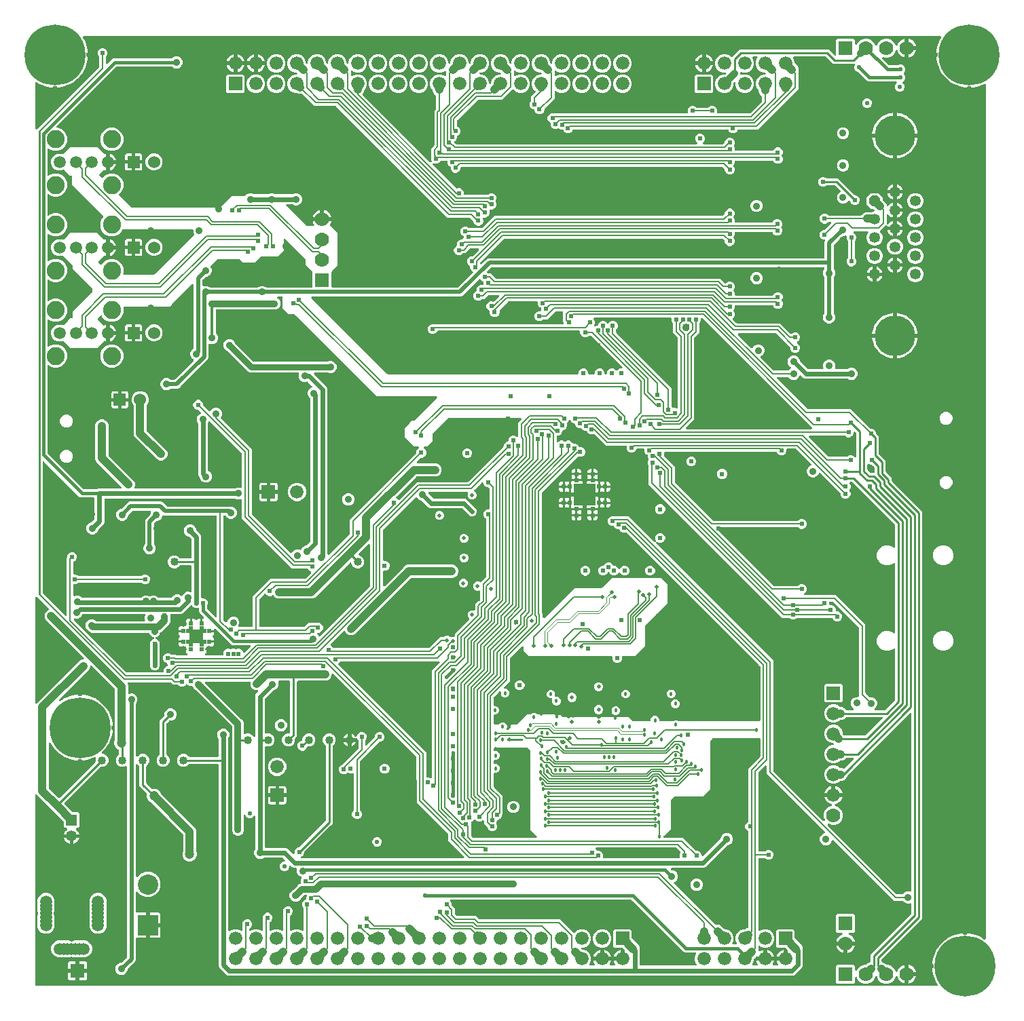
<source format=gbl>
G04 EAGLE Gerber RS-274X export*
G75*
%MOMM*%
%FSLAX34Y34*%
%LPD*%
%INBottom Copper*%
%IPPOS*%
%AMOC8*
5,1,8,0,0,1.08239X$1,22.5*%
G01*
%ADD10C,1.500000*%
%ADD11R,1.778000X1.778000*%
%ADD12R,1.676400X1.676400*%
%ADD13C,1.676400*%
%ADD14R,1.350000X1.350000*%
%ADD15C,1.350000*%
%ADD16C,2.540000*%
%ADD17R,2.540000X2.540000*%
%ADD18R,0.604800X0.604800*%
%ADD19R,2.700000X2.700000*%
%ADD20R,1.524000X1.524000*%
%ADD21C,1.524000*%
%ADD22C,2.250000*%
%ADD23C,1.778000*%
%ADD24R,1.800000X1.800000*%
%ADD25P,1.461226X8X112.500000*%
%ADD26C,5.080000*%
%ADD27C,7.600000*%
%ADD28C,1.200000*%
%ADD29C,1.016000*%
%ADD30C,0.603200*%
%ADD31C,0.457200*%
%ADD32C,0.503200*%
%ADD33C,0.900000*%
%ADD34C,0.553200*%
%ADD35C,0.381000*%
%ADD36C,0.609600*%
%ADD37C,0.254000*%
%ADD38C,0.508000*%
%ADD39C,1.016000*%
%ADD40C,0.762000*%
%ADD41C,0.812800*%
%ADD42C,0.152400*%
%ADD43C,0.127000*%
%ADD44C,0.114200*%
%ADD45C,0.203200*%
%ADD46C,0.406400*%
%ADD47C,0.355600*%

G36*
X1128319Y4322D02*
X1128319Y4322D01*
X1128348Y4320D01*
X1128477Y4342D01*
X1128606Y4359D01*
X1128633Y4369D01*
X1128661Y4374D01*
X1128781Y4428D01*
X1128902Y4476D01*
X1128925Y4492D01*
X1128951Y4504D01*
X1129054Y4586D01*
X1129159Y4662D01*
X1129177Y4685D01*
X1129200Y4702D01*
X1129278Y4807D01*
X1129362Y4907D01*
X1129374Y4934D01*
X1129391Y4956D01*
X1129442Y5077D01*
X1129497Y5195D01*
X1129503Y5223D01*
X1129514Y5250D01*
X1129533Y5379D01*
X1129557Y5507D01*
X1129555Y5536D01*
X1129560Y5565D01*
X1129546Y5695D01*
X1129537Y5825D01*
X1129529Y5852D01*
X1129526Y5881D01*
X1129480Y6003D01*
X1129439Y6127D01*
X1129424Y6152D01*
X1129414Y6179D01*
X1129330Y6316D01*
X1129087Y6663D01*
X1127295Y9768D01*
X1125780Y13016D01*
X1124554Y16385D01*
X1123626Y19847D01*
X1123004Y23377D01*
X1122757Y26201D01*
X1123422Y26201D01*
X1123540Y26216D01*
X1123659Y26223D01*
X1123697Y26236D01*
X1123738Y26241D01*
X1123848Y26284D01*
X1123961Y26321D01*
X1123996Y26343D01*
X1124033Y26358D01*
X1124129Y26428D01*
X1124230Y26491D01*
X1124258Y26521D01*
X1124291Y26544D01*
X1124367Y26636D01*
X1124448Y26723D01*
X1124468Y26758D01*
X1124493Y26789D01*
X1124544Y26897D01*
X1124602Y27001D01*
X1124612Y27041D01*
X1124629Y27077D01*
X1124651Y27194D01*
X1124681Y27309D01*
X1124685Y27370D01*
X1124689Y27390D01*
X1124687Y27410D01*
X1124691Y27470D01*
X1124691Y30010D01*
X1124676Y30128D01*
X1124669Y30247D01*
X1124656Y30285D01*
X1124651Y30325D01*
X1124608Y30436D01*
X1124571Y30549D01*
X1124549Y30584D01*
X1124534Y30621D01*
X1124465Y30717D01*
X1124401Y30818D01*
X1124371Y30846D01*
X1124348Y30879D01*
X1124256Y30954D01*
X1124169Y31036D01*
X1124134Y31056D01*
X1124103Y31081D01*
X1123995Y31132D01*
X1123891Y31190D01*
X1123851Y31200D01*
X1123815Y31217D01*
X1123698Y31239D01*
X1123583Y31269D01*
X1123523Y31273D01*
X1123503Y31277D01*
X1123482Y31275D01*
X1123422Y31279D01*
X1122757Y31279D01*
X1123004Y34103D01*
X1123626Y37633D01*
X1124554Y41095D01*
X1125780Y44464D01*
X1127295Y47712D01*
X1129087Y50817D01*
X1131143Y53753D01*
X1133447Y56498D01*
X1135982Y59033D01*
X1138727Y61337D01*
X1141663Y63393D01*
X1144768Y65185D01*
X1148016Y66700D01*
X1151385Y67926D01*
X1154847Y68854D01*
X1158377Y69476D01*
X1161201Y69723D01*
X1161201Y69058D01*
X1161216Y68940D01*
X1161223Y68821D01*
X1161236Y68783D01*
X1161241Y68742D01*
X1161284Y68632D01*
X1161321Y68519D01*
X1161343Y68484D01*
X1161358Y68447D01*
X1161428Y68351D01*
X1161491Y68250D01*
X1161521Y68222D01*
X1161544Y68189D01*
X1161636Y68113D01*
X1161723Y68032D01*
X1161758Y68012D01*
X1161789Y67987D01*
X1161897Y67936D01*
X1162001Y67878D01*
X1162041Y67868D01*
X1162077Y67851D01*
X1162194Y67829D01*
X1162309Y67799D01*
X1162370Y67795D01*
X1162390Y67791D01*
X1162410Y67793D01*
X1162470Y67789D01*
X1165010Y67789D01*
X1165128Y67804D01*
X1165247Y67811D01*
X1165285Y67824D01*
X1165325Y67829D01*
X1165436Y67872D01*
X1165549Y67909D01*
X1165584Y67931D01*
X1165621Y67946D01*
X1165717Y68015D01*
X1165818Y68079D01*
X1165846Y68109D01*
X1165879Y68132D01*
X1165954Y68224D01*
X1166036Y68311D01*
X1166056Y68346D01*
X1166081Y68377D01*
X1166132Y68485D01*
X1166190Y68589D01*
X1166200Y68629D01*
X1166217Y68665D01*
X1166239Y68782D01*
X1166269Y68897D01*
X1166273Y68957D01*
X1166277Y68977D01*
X1166275Y68998D01*
X1166279Y69058D01*
X1166279Y69723D01*
X1169103Y69476D01*
X1172633Y68854D01*
X1176095Y67926D01*
X1179464Y66700D01*
X1182712Y65185D01*
X1185816Y63393D01*
X1187484Y62226D01*
X1187509Y62212D01*
X1187531Y62194D01*
X1187650Y62138D01*
X1187765Y62077D01*
X1187793Y62071D01*
X1187819Y62058D01*
X1187948Y62034D01*
X1188075Y62003D01*
X1188103Y62004D01*
X1188132Y61999D01*
X1188262Y62007D01*
X1188393Y62009D01*
X1188420Y62017D01*
X1188449Y62018D01*
X1188573Y62058D01*
X1188699Y62093D01*
X1188724Y62107D01*
X1188751Y62116D01*
X1188862Y62186D01*
X1188975Y62251D01*
X1188996Y62271D01*
X1189020Y62286D01*
X1189110Y62382D01*
X1189203Y62473D01*
X1189218Y62497D01*
X1189238Y62518D01*
X1189301Y62633D01*
X1189369Y62744D01*
X1189378Y62771D01*
X1189392Y62797D01*
X1189424Y62923D01*
X1189463Y63048D01*
X1189464Y63077D01*
X1189471Y63105D01*
X1189481Y63265D01*
X1189481Y1128681D01*
X1189472Y1128757D01*
X1189472Y1128835D01*
X1189452Y1128914D01*
X1189441Y1128996D01*
X1189413Y1129068D01*
X1189394Y1129143D01*
X1189355Y1129215D01*
X1189324Y1129292D01*
X1189279Y1129354D01*
X1189242Y1129422D01*
X1189186Y1129483D01*
X1189138Y1129549D01*
X1189078Y1129598D01*
X1189025Y1129655D01*
X1188956Y1129699D01*
X1188893Y1129752D01*
X1188823Y1129785D01*
X1188758Y1129827D01*
X1188679Y1129852D01*
X1188605Y1129888D01*
X1188529Y1129902D01*
X1188456Y1129926D01*
X1188373Y1129932D01*
X1188293Y1129947D01*
X1188215Y1129942D01*
X1188138Y1129948D01*
X1188057Y1129933D01*
X1187975Y1129928D01*
X1187902Y1129904D01*
X1187826Y1129890D01*
X1187676Y1129831D01*
X1184564Y1128380D01*
X1181195Y1127154D01*
X1177733Y1126226D01*
X1174203Y1125604D01*
X1171379Y1125357D01*
X1171379Y1126022D01*
X1171364Y1126140D01*
X1171357Y1126259D01*
X1171344Y1126297D01*
X1171339Y1126338D01*
X1171296Y1126448D01*
X1171259Y1126561D01*
X1171237Y1126596D01*
X1171222Y1126633D01*
X1171152Y1126729D01*
X1171089Y1126830D01*
X1171059Y1126858D01*
X1171035Y1126891D01*
X1170944Y1126967D01*
X1170857Y1127048D01*
X1170822Y1127068D01*
X1170791Y1127093D01*
X1170683Y1127144D01*
X1170579Y1127202D01*
X1170539Y1127212D01*
X1170503Y1127229D01*
X1170386Y1127251D01*
X1170271Y1127281D01*
X1170210Y1127285D01*
X1170190Y1127289D01*
X1170170Y1127287D01*
X1170110Y1127291D01*
X1167570Y1127291D01*
X1167452Y1127276D01*
X1167333Y1127269D01*
X1167295Y1127256D01*
X1167254Y1127251D01*
X1167144Y1127208D01*
X1167031Y1127171D01*
X1166996Y1127149D01*
X1166959Y1127134D01*
X1166863Y1127065D01*
X1166762Y1127001D01*
X1166734Y1126971D01*
X1166701Y1126948D01*
X1166626Y1126856D01*
X1166544Y1126769D01*
X1166524Y1126734D01*
X1166499Y1126703D01*
X1166448Y1126595D01*
X1166390Y1126491D01*
X1166380Y1126451D01*
X1166363Y1126415D01*
X1166341Y1126298D01*
X1166311Y1126183D01*
X1166307Y1126123D01*
X1166303Y1126103D01*
X1166305Y1126082D01*
X1166301Y1126022D01*
X1166301Y1125357D01*
X1163477Y1125604D01*
X1159947Y1126226D01*
X1156485Y1127154D01*
X1153116Y1128380D01*
X1149868Y1129895D01*
X1146763Y1131687D01*
X1143827Y1133743D01*
X1141082Y1136047D01*
X1138547Y1138582D01*
X1136243Y1141327D01*
X1134187Y1144263D01*
X1132395Y1147368D01*
X1130880Y1150616D01*
X1129654Y1153985D01*
X1128726Y1157447D01*
X1128104Y1160977D01*
X1127857Y1163801D01*
X1128522Y1163801D01*
X1128640Y1163816D01*
X1128759Y1163823D01*
X1128797Y1163836D01*
X1128838Y1163841D01*
X1128948Y1163884D01*
X1129061Y1163921D01*
X1129096Y1163943D01*
X1129133Y1163958D01*
X1129229Y1164028D01*
X1129330Y1164091D01*
X1129358Y1164121D01*
X1129391Y1164144D01*
X1129467Y1164236D01*
X1129548Y1164323D01*
X1129568Y1164358D01*
X1129593Y1164389D01*
X1129644Y1164497D01*
X1129702Y1164601D01*
X1129712Y1164641D01*
X1129729Y1164677D01*
X1129751Y1164794D01*
X1129781Y1164909D01*
X1129785Y1164970D01*
X1129789Y1164990D01*
X1129787Y1165010D01*
X1129791Y1165070D01*
X1129791Y1167610D01*
X1129776Y1167728D01*
X1129769Y1167847D01*
X1129756Y1167885D01*
X1129751Y1167925D01*
X1129708Y1168036D01*
X1129671Y1168149D01*
X1129649Y1168184D01*
X1129634Y1168221D01*
X1129565Y1168317D01*
X1129501Y1168418D01*
X1129471Y1168446D01*
X1129448Y1168479D01*
X1129356Y1168554D01*
X1129269Y1168636D01*
X1129234Y1168656D01*
X1129203Y1168681D01*
X1129095Y1168732D01*
X1128991Y1168790D01*
X1128951Y1168800D01*
X1128915Y1168817D01*
X1128798Y1168839D01*
X1128683Y1168869D01*
X1128623Y1168873D01*
X1128603Y1168877D01*
X1128582Y1168875D01*
X1128522Y1168879D01*
X1127857Y1168879D01*
X1128104Y1171703D01*
X1128726Y1175233D01*
X1129654Y1178695D01*
X1130880Y1182064D01*
X1132395Y1185312D01*
X1133702Y1187577D01*
X1133754Y1187700D01*
X1133810Y1187819D01*
X1133815Y1187846D01*
X1133826Y1187871D01*
X1133845Y1188002D01*
X1133870Y1188132D01*
X1133868Y1188158D01*
X1133872Y1188185D01*
X1133858Y1188317D01*
X1133850Y1188449D01*
X1133842Y1188475D01*
X1133839Y1188501D01*
X1133793Y1188626D01*
X1133752Y1188751D01*
X1133738Y1188774D01*
X1133728Y1188800D01*
X1133653Y1188908D01*
X1133582Y1189020D01*
X1133562Y1189039D01*
X1133547Y1189061D01*
X1133447Y1189147D01*
X1133350Y1189238D01*
X1133327Y1189251D01*
X1133306Y1189269D01*
X1133188Y1189328D01*
X1133072Y1189392D01*
X1133046Y1189398D01*
X1133022Y1189410D01*
X1132892Y1189438D01*
X1132764Y1189471D01*
X1132726Y1189473D01*
X1132711Y1189477D01*
X1132689Y1189476D01*
X1132603Y1189481D01*
X64977Y1189481D01*
X64846Y1189465D01*
X64714Y1189454D01*
X64688Y1189445D01*
X64661Y1189441D01*
X64538Y1189393D01*
X64413Y1189349D01*
X64391Y1189334D01*
X64366Y1189324D01*
X64259Y1189247D01*
X64148Y1189173D01*
X64130Y1189153D01*
X64108Y1189138D01*
X64024Y1189035D01*
X63935Y1188937D01*
X63923Y1188913D01*
X63905Y1188893D01*
X63849Y1188773D01*
X63788Y1188656D01*
X63781Y1188629D01*
X63770Y1188605D01*
X63745Y1188475D01*
X63715Y1188346D01*
X63715Y1188319D01*
X63710Y1188293D01*
X63718Y1188160D01*
X63721Y1188028D01*
X63728Y1188002D01*
X63730Y1187975D01*
X63771Y1187849D01*
X63806Y1187722D01*
X63823Y1187687D01*
X63828Y1187673D01*
X63839Y1187654D01*
X63878Y1187577D01*
X65185Y1185312D01*
X66700Y1182064D01*
X67926Y1178695D01*
X68854Y1175233D01*
X69476Y1171703D01*
X69723Y1168879D01*
X69058Y1168879D01*
X68940Y1168864D01*
X68821Y1168857D01*
X68783Y1168844D01*
X68742Y1168839D01*
X68632Y1168796D01*
X68519Y1168759D01*
X68484Y1168737D01*
X68447Y1168722D01*
X68351Y1168652D01*
X68250Y1168589D01*
X68222Y1168559D01*
X68189Y1168535D01*
X68113Y1168444D01*
X68032Y1168357D01*
X68012Y1168322D01*
X67987Y1168291D01*
X67936Y1168183D01*
X67878Y1168079D01*
X67868Y1168039D01*
X67851Y1168003D01*
X67829Y1167886D01*
X67799Y1167771D01*
X67795Y1167710D01*
X67791Y1167690D01*
X67793Y1167670D01*
X67789Y1167610D01*
X67789Y1165070D01*
X67804Y1164952D01*
X67811Y1164833D01*
X67824Y1164795D01*
X67829Y1164754D01*
X67872Y1164644D01*
X67909Y1164531D01*
X67931Y1164496D01*
X67946Y1164459D01*
X68015Y1164363D01*
X68079Y1164262D01*
X68109Y1164234D01*
X68132Y1164201D01*
X68224Y1164126D01*
X68311Y1164044D01*
X68346Y1164024D01*
X68377Y1163999D01*
X68485Y1163948D01*
X68589Y1163890D01*
X68629Y1163880D01*
X68665Y1163863D01*
X68782Y1163841D01*
X68897Y1163811D01*
X68957Y1163807D01*
X68977Y1163803D01*
X68998Y1163805D01*
X69058Y1163801D01*
X69723Y1163801D01*
X69476Y1160977D01*
X68854Y1157447D01*
X67926Y1153985D01*
X66700Y1150616D01*
X65185Y1147368D01*
X63393Y1144263D01*
X61337Y1141327D01*
X59033Y1138582D01*
X56498Y1136047D01*
X53753Y1133743D01*
X50817Y1131687D01*
X47712Y1129895D01*
X44464Y1128380D01*
X41095Y1127154D01*
X37633Y1126226D01*
X34103Y1125604D01*
X31279Y1125357D01*
X31279Y1126022D01*
X31264Y1126140D01*
X31257Y1126259D01*
X31244Y1126297D01*
X31239Y1126338D01*
X31196Y1126448D01*
X31159Y1126561D01*
X31137Y1126596D01*
X31122Y1126633D01*
X31052Y1126729D01*
X30989Y1126830D01*
X30959Y1126858D01*
X30935Y1126891D01*
X30844Y1126967D01*
X30757Y1127048D01*
X30722Y1127068D01*
X30691Y1127093D01*
X30583Y1127144D01*
X30479Y1127202D01*
X30439Y1127212D01*
X30403Y1127229D01*
X30286Y1127251D01*
X30171Y1127281D01*
X30110Y1127285D01*
X30090Y1127289D01*
X30070Y1127287D01*
X30010Y1127291D01*
X27470Y1127291D01*
X27352Y1127276D01*
X27233Y1127269D01*
X27195Y1127256D01*
X27154Y1127251D01*
X27044Y1127208D01*
X26931Y1127171D01*
X26896Y1127149D01*
X26859Y1127134D01*
X26763Y1127065D01*
X26662Y1127001D01*
X26634Y1126971D01*
X26601Y1126948D01*
X26526Y1126856D01*
X26444Y1126769D01*
X26424Y1126734D01*
X26399Y1126703D01*
X26348Y1126595D01*
X26290Y1126491D01*
X26280Y1126451D01*
X26263Y1126415D01*
X26241Y1126298D01*
X26211Y1126183D01*
X26207Y1126123D01*
X26203Y1126103D01*
X26205Y1126082D01*
X26201Y1126022D01*
X26201Y1125357D01*
X23377Y1125604D01*
X19847Y1126226D01*
X16385Y1127154D01*
X13016Y1128380D01*
X9768Y1129895D01*
X6663Y1131687D01*
X6316Y1131930D01*
X6291Y1131944D01*
X6269Y1131962D01*
X6150Y1132018D01*
X6035Y1132079D01*
X6007Y1132085D01*
X5981Y1132097D01*
X5853Y1132122D01*
X5725Y1132152D01*
X5697Y1132152D01*
X5668Y1132157D01*
X5538Y1132149D01*
X5407Y1132147D01*
X5380Y1132139D01*
X5351Y1132137D01*
X5227Y1132097D01*
X5101Y1132062D01*
X5076Y1132048D01*
X5049Y1132039D01*
X4938Y1131970D01*
X4825Y1131905D01*
X4804Y1131885D01*
X4780Y1131869D01*
X4690Y1131774D01*
X4597Y1131683D01*
X4582Y1131659D01*
X4562Y1131638D01*
X4499Y1131523D01*
X4431Y1131412D01*
X4422Y1131384D01*
X4408Y1131359D01*
X4376Y1131232D01*
X4337Y1131108D01*
X4336Y1131079D01*
X4329Y1131051D01*
X4319Y1130890D01*
X4319Y1074449D01*
X4336Y1074311D01*
X4349Y1074172D01*
X4356Y1074153D01*
X4359Y1074133D01*
X4410Y1074004D01*
X4457Y1073873D01*
X4468Y1073856D01*
X4476Y1073837D01*
X4557Y1073725D01*
X4635Y1073610D01*
X4651Y1073596D01*
X4662Y1073580D01*
X4770Y1073491D01*
X4874Y1073399D01*
X4892Y1073390D01*
X4907Y1073377D01*
X5033Y1073318D01*
X5157Y1073255D01*
X5177Y1073250D01*
X5195Y1073242D01*
X5332Y1073216D01*
X5467Y1073185D01*
X5488Y1073186D01*
X5507Y1073182D01*
X5646Y1073191D01*
X5785Y1073195D01*
X5805Y1073200D01*
X5825Y1073202D01*
X5957Y1073244D01*
X6091Y1073283D01*
X6108Y1073293D01*
X6127Y1073300D01*
X6245Y1073374D01*
X6365Y1073445D01*
X6386Y1073463D01*
X6396Y1073470D01*
X6410Y1073485D01*
X6485Y1073551D01*
X7370Y1074436D01*
X7386Y1074436D01*
X7444Y1074453D01*
X7504Y1074461D01*
X7596Y1074497D01*
X7691Y1074525D01*
X7744Y1074555D01*
X7800Y1074578D01*
X7880Y1074636D01*
X7965Y1074686D01*
X8041Y1074752D01*
X8057Y1074764D01*
X8065Y1074774D01*
X8086Y1074792D01*
X83702Y1150408D01*
X83762Y1150486D01*
X83830Y1150558D01*
X83859Y1150611D01*
X83896Y1150659D01*
X83936Y1150750D01*
X83984Y1150837D01*
X83999Y1150895D01*
X84023Y1150951D01*
X84038Y1151049D01*
X84063Y1151145D01*
X84069Y1151245D01*
X84073Y1151265D01*
X84071Y1151277D01*
X84073Y1151305D01*
X84073Y1163362D01*
X84061Y1163460D01*
X84058Y1163559D01*
X84041Y1163618D01*
X84033Y1163678D01*
X83997Y1163770D01*
X83969Y1163865D01*
X83939Y1163917D01*
X83916Y1163973D01*
X83858Y1164053D01*
X83808Y1164139D01*
X83742Y1164214D01*
X83730Y1164231D01*
X83720Y1164238D01*
X83702Y1164260D01*
X82997Y1164965D01*
X82073Y1167194D01*
X82073Y1169606D01*
X82997Y1171835D01*
X84703Y1173541D01*
X86932Y1174465D01*
X89344Y1174465D01*
X91573Y1173541D01*
X93279Y1171835D01*
X94203Y1169606D01*
X94203Y1167194D01*
X93279Y1164965D01*
X92574Y1164260D01*
X92514Y1164181D01*
X92446Y1164109D01*
X92417Y1164056D01*
X92380Y1164008D01*
X92340Y1163917D01*
X92292Y1163831D01*
X92277Y1163772D01*
X92253Y1163717D01*
X92238Y1163619D01*
X92213Y1163523D01*
X92207Y1163423D01*
X92203Y1163402D01*
X92205Y1163390D01*
X92203Y1163362D01*
X92203Y1156044D01*
X92220Y1155907D01*
X92233Y1155768D01*
X92240Y1155749D01*
X92243Y1155729D01*
X92294Y1155600D01*
X92341Y1155469D01*
X92352Y1155452D01*
X92360Y1155433D01*
X92441Y1155321D01*
X92519Y1155205D01*
X92535Y1155192D01*
X92546Y1155176D01*
X92654Y1155087D01*
X92758Y1154995D01*
X92776Y1154986D01*
X92791Y1154973D01*
X92917Y1154914D01*
X93041Y1154850D01*
X93061Y1154846D01*
X93079Y1154837D01*
X93215Y1154811D01*
X93351Y1154781D01*
X93372Y1154781D01*
X93391Y1154778D01*
X93530Y1154786D01*
X93669Y1154790D01*
X93689Y1154796D01*
X93709Y1154797D01*
X93841Y1154840D01*
X93975Y1154879D01*
X93992Y1154889D01*
X94011Y1154895D01*
X94129Y1154970D01*
X94249Y1155040D01*
X94270Y1155059D01*
X94280Y1155065D01*
X94294Y1155080D01*
X94369Y1155147D01*
X100246Y1161023D01*
X102113Y1161797D01*
X174220Y1161797D01*
X174318Y1161809D01*
X174417Y1161812D01*
X174475Y1161829D01*
X174535Y1161837D01*
X174627Y1161873D01*
X174722Y1161901D01*
X174774Y1161931D01*
X174831Y1161954D01*
X174911Y1162012D01*
X174996Y1162062D01*
X175071Y1162128D01*
X175088Y1162140D01*
X175096Y1162150D01*
X175117Y1162169D01*
X176064Y1163116D01*
X178838Y1164265D01*
X181842Y1164265D01*
X184616Y1163116D01*
X186740Y1160992D01*
X187889Y1158218D01*
X187889Y1155214D01*
X186740Y1152440D01*
X184616Y1150316D01*
X181842Y1149167D01*
X178838Y1149167D01*
X176064Y1150316D01*
X175117Y1151263D01*
X175039Y1151324D01*
X174967Y1151392D01*
X174913Y1151421D01*
X174866Y1151458D01*
X174775Y1151498D01*
X174688Y1151546D01*
X174630Y1151561D01*
X174574Y1151585D01*
X174476Y1151600D01*
X174380Y1151625D01*
X174280Y1151631D01*
X174260Y1151635D01*
X174248Y1151633D01*
X174220Y1151635D01*
X105754Y1151635D01*
X105656Y1151623D01*
X105557Y1151620D01*
X105499Y1151603D01*
X105439Y1151595D01*
X105347Y1151559D01*
X105252Y1151531D01*
X105199Y1151501D01*
X105143Y1151478D01*
X105063Y1151420D01*
X104978Y1151370D01*
X104902Y1151304D01*
X104886Y1151292D01*
X104878Y1151282D01*
X104857Y1151264D01*
X30859Y1077265D01*
X30773Y1077156D01*
X30685Y1077049D01*
X30676Y1077030D01*
X30664Y1077014D01*
X30608Y1076886D01*
X30549Y1076761D01*
X30546Y1076741D01*
X30537Y1076722D01*
X30516Y1076584D01*
X30490Y1076448D01*
X30491Y1076428D01*
X30488Y1076408D01*
X30501Y1076269D01*
X30509Y1076131D01*
X30515Y1076112D01*
X30517Y1076092D01*
X30565Y1075960D01*
X30607Y1075829D01*
X30618Y1075811D01*
X30625Y1075792D01*
X30703Y1075677D01*
X30777Y1075560D01*
X30792Y1075546D01*
X30804Y1075529D01*
X30908Y1075437D01*
X31009Y1075342D01*
X31027Y1075332D01*
X31042Y1075319D01*
X31166Y1075255D01*
X31288Y1075188D01*
X31307Y1075183D01*
X31325Y1075174D01*
X31461Y1075144D01*
X31596Y1075109D01*
X31624Y1075107D01*
X31636Y1075104D01*
X31656Y1075105D01*
X31756Y1075099D01*
X32634Y1075099D01*
X37890Y1072922D01*
X41912Y1068900D01*
X44089Y1063644D01*
X44089Y1057956D01*
X41912Y1052700D01*
X37890Y1048678D01*
X32634Y1046501D01*
X26946Y1046501D01*
X21690Y1048678D01*
X21472Y1048897D01*
X21362Y1048982D01*
X21255Y1049071D01*
X21236Y1049080D01*
X21220Y1049092D01*
X21093Y1049147D01*
X20967Y1049207D01*
X20947Y1049210D01*
X20928Y1049218D01*
X20791Y1049240D01*
X20654Y1049266D01*
X20634Y1049265D01*
X20614Y1049268D01*
X20475Y1049255D01*
X20337Y1049247D01*
X20318Y1049240D01*
X20298Y1049238D01*
X20166Y1049191D01*
X20035Y1049149D01*
X20018Y1049138D01*
X19998Y1049131D01*
X19883Y1049053D01*
X19766Y1048978D01*
X19752Y1048964D01*
X19735Y1048952D01*
X19643Y1048848D01*
X19548Y1048747D01*
X19538Y1048729D01*
X19525Y1048714D01*
X19461Y1048590D01*
X19394Y1048468D01*
X19389Y1048449D01*
X19380Y1048431D01*
X19350Y1048295D01*
X19315Y1048160D01*
X19313Y1048132D01*
X19310Y1048120D01*
X19311Y1048100D01*
X19305Y1048000D01*
X19305Y1016600D01*
X19322Y1016462D01*
X19335Y1016324D01*
X19342Y1016305D01*
X19345Y1016285D01*
X19396Y1016156D01*
X19443Y1016025D01*
X19454Y1016008D01*
X19462Y1015989D01*
X19543Y1015877D01*
X19621Y1015762D01*
X19637Y1015748D01*
X19648Y1015732D01*
X19755Y1015643D01*
X19860Y1015551D01*
X19878Y1015542D01*
X19893Y1015529D01*
X20019Y1015470D01*
X20143Y1015407D01*
X20163Y1015402D01*
X20181Y1015393D01*
X20317Y1015367D01*
X20453Y1015337D01*
X20474Y1015338D01*
X20493Y1015334D01*
X20632Y1015342D01*
X20771Y1015347D01*
X20791Y1015352D01*
X20811Y1015353D01*
X20943Y1015396D01*
X21077Y1015435D01*
X21094Y1015445D01*
X21113Y1015451D01*
X21231Y1015526D01*
X21351Y1015597D01*
X21372Y1015615D01*
X21382Y1015622D01*
X21396Y1015637D01*
X21472Y1015703D01*
X21690Y1015922D01*
X26946Y1018099D01*
X32634Y1018099D01*
X37890Y1015922D01*
X41912Y1011900D01*
X44089Y1006644D01*
X44089Y1000956D01*
X41912Y995700D01*
X37890Y991678D01*
X32634Y989501D01*
X26946Y989501D01*
X21690Y991678D01*
X21472Y991897D01*
X21362Y991982D01*
X21255Y992071D01*
X21236Y992080D01*
X21220Y992092D01*
X21093Y992147D01*
X20967Y992207D01*
X20947Y992210D01*
X20928Y992218D01*
X20791Y992240D01*
X20654Y992266D01*
X20634Y992265D01*
X20614Y992268D01*
X20475Y992255D01*
X20337Y992247D01*
X20318Y992240D01*
X20298Y992238D01*
X20166Y992191D01*
X20035Y992149D01*
X20018Y992138D01*
X19998Y992131D01*
X19883Y992053D01*
X19766Y991978D01*
X19752Y991964D01*
X19735Y991952D01*
X19643Y991848D01*
X19548Y991747D01*
X19538Y991729D01*
X19525Y991714D01*
X19461Y991590D01*
X19394Y991468D01*
X19389Y991449D01*
X19380Y991431D01*
X19350Y991295D01*
X19315Y991160D01*
X19313Y991132D01*
X19310Y991120D01*
X19311Y991100D01*
X19305Y991000D01*
X19305Y966920D01*
X19322Y966782D01*
X19335Y966644D01*
X19342Y966625D01*
X19345Y966605D01*
X19396Y966476D01*
X19443Y966345D01*
X19454Y966328D01*
X19462Y966309D01*
X19543Y966197D01*
X19621Y966082D01*
X19637Y966068D01*
X19648Y966052D01*
X19755Y965963D01*
X19860Y965871D01*
X19878Y965862D01*
X19893Y965849D01*
X20019Y965790D01*
X20143Y965727D01*
X20163Y965722D01*
X20181Y965713D01*
X20317Y965687D01*
X20453Y965657D01*
X20474Y965658D01*
X20493Y965654D01*
X20632Y965662D01*
X20771Y965667D01*
X20791Y965672D01*
X20811Y965673D01*
X20943Y965716D01*
X21077Y965755D01*
X21094Y965765D01*
X21113Y965771D01*
X21231Y965846D01*
X21351Y965917D01*
X21372Y965935D01*
X21382Y965942D01*
X21396Y965957D01*
X21472Y966023D01*
X21690Y966242D01*
X26946Y968419D01*
X32634Y968419D01*
X37890Y966242D01*
X41912Y962220D01*
X44089Y956964D01*
X44089Y951276D01*
X41912Y946020D01*
X37890Y941998D01*
X32634Y939821D01*
X26946Y939821D01*
X21690Y941998D01*
X21472Y942217D01*
X21362Y942302D01*
X21255Y942391D01*
X21236Y942400D01*
X21220Y942412D01*
X21093Y942467D01*
X20967Y942527D01*
X20947Y942530D01*
X20928Y942538D01*
X20791Y942560D01*
X20654Y942586D01*
X20634Y942585D01*
X20614Y942588D01*
X20475Y942575D01*
X20337Y942567D01*
X20318Y942560D01*
X20298Y942558D01*
X20166Y942511D01*
X20035Y942469D01*
X20018Y942458D01*
X19998Y942451D01*
X19883Y942373D01*
X19766Y942298D01*
X19752Y942284D01*
X19735Y942272D01*
X19643Y942168D01*
X19548Y942067D01*
X19538Y942049D01*
X19525Y942034D01*
X19461Y941910D01*
X19394Y941788D01*
X19389Y941769D01*
X19380Y941751D01*
X19350Y941615D01*
X19315Y941480D01*
X19313Y941452D01*
X19310Y941440D01*
X19311Y941420D01*
X19305Y941320D01*
X19305Y909920D01*
X19322Y909782D01*
X19335Y909644D01*
X19342Y909625D01*
X19345Y909605D01*
X19396Y909476D01*
X19443Y909345D01*
X19454Y909328D01*
X19462Y909309D01*
X19543Y909197D01*
X19621Y909082D01*
X19637Y909068D01*
X19648Y909052D01*
X19755Y908963D01*
X19860Y908871D01*
X19878Y908862D01*
X19893Y908849D01*
X20019Y908790D01*
X20143Y908727D01*
X20163Y908722D01*
X20181Y908713D01*
X20317Y908687D01*
X20453Y908657D01*
X20474Y908658D01*
X20493Y908654D01*
X20632Y908662D01*
X20771Y908667D01*
X20791Y908672D01*
X20811Y908673D01*
X20943Y908716D01*
X21077Y908755D01*
X21094Y908765D01*
X21113Y908771D01*
X21231Y908846D01*
X21351Y908917D01*
X21372Y908935D01*
X21382Y908942D01*
X21396Y908957D01*
X21472Y909023D01*
X21690Y909242D01*
X26946Y911419D01*
X32634Y911419D01*
X37890Y909242D01*
X41912Y905220D01*
X44089Y899964D01*
X44089Y894276D01*
X41912Y889020D01*
X37890Y884998D01*
X32634Y882821D01*
X26946Y882821D01*
X21690Y884998D01*
X21472Y885217D01*
X21362Y885302D01*
X21255Y885391D01*
X21236Y885400D01*
X21220Y885412D01*
X21093Y885467D01*
X20967Y885527D01*
X20947Y885530D01*
X20928Y885538D01*
X20791Y885560D01*
X20654Y885586D01*
X20634Y885585D01*
X20614Y885588D01*
X20475Y885575D01*
X20337Y885567D01*
X20318Y885560D01*
X20298Y885558D01*
X20166Y885511D01*
X20035Y885469D01*
X20018Y885458D01*
X19998Y885451D01*
X19883Y885373D01*
X19766Y885298D01*
X19752Y885284D01*
X19735Y885272D01*
X19643Y885168D01*
X19548Y885067D01*
X19538Y885049D01*
X19525Y885034D01*
X19461Y884910D01*
X19394Y884788D01*
X19389Y884769D01*
X19380Y884751D01*
X19350Y884615D01*
X19315Y884480D01*
X19313Y884452D01*
X19310Y884440D01*
X19311Y884420D01*
X19305Y884320D01*
X19305Y860240D01*
X19322Y860102D01*
X19335Y859964D01*
X19342Y859945D01*
X19345Y859925D01*
X19396Y859796D01*
X19443Y859665D01*
X19454Y859648D01*
X19462Y859629D01*
X19543Y859517D01*
X19621Y859402D01*
X19637Y859388D01*
X19648Y859372D01*
X19755Y859283D01*
X19860Y859191D01*
X19878Y859182D01*
X19893Y859169D01*
X20019Y859110D01*
X20143Y859047D01*
X20163Y859042D01*
X20181Y859033D01*
X20317Y859007D01*
X20453Y858977D01*
X20474Y858978D01*
X20493Y858974D01*
X20632Y858982D01*
X20771Y858987D01*
X20791Y858992D01*
X20811Y858993D01*
X20943Y859036D01*
X21077Y859075D01*
X21094Y859085D01*
X21113Y859091D01*
X21231Y859166D01*
X21351Y859237D01*
X21372Y859255D01*
X21382Y859262D01*
X21396Y859277D01*
X21472Y859343D01*
X21690Y859562D01*
X26946Y861739D01*
X32634Y861739D01*
X37890Y859562D01*
X41912Y855540D01*
X44089Y850284D01*
X44089Y844596D01*
X41912Y839340D01*
X37890Y835318D01*
X32634Y833141D01*
X26946Y833141D01*
X21690Y835318D01*
X21472Y835537D01*
X21362Y835622D01*
X21255Y835711D01*
X21236Y835720D01*
X21220Y835732D01*
X21093Y835787D01*
X20967Y835847D01*
X20947Y835850D01*
X20928Y835858D01*
X20791Y835880D01*
X20654Y835906D01*
X20634Y835905D01*
X20614Y835908D01*
X20475Y835895D01*
X20337Y835887D01*
X20318Y835880D01*
X20298Y835878D01*
X20166Y835831D01*
X20035Y835789D01*
X20018Y835778D01*
X19998Y835771D01*
X19883Y835693D01*
X19766Y835618D01*
X19752Y835604D01*
X19735Y835592D01*
X19643Y835488D01*
X19548Y835387D01*
X19538Y835369D01*
X19525Y835354D01*
X19461Y835230D01*
X19394Y835108D01*
X19389Y835089D01*
X19380Y835071D01*
X19350Y834935D01*
X19315Y834800D01*
X19313Y834772D01*
X19310Y834760D01*
X19311Y834740D01*
X19305Y834640D01*
X19305Y803240D01*
X19322Y803102D01*
X19335Y802964D01*
X19342Y802945D01*
X19345Y802925D01*
X19396Y802796D01*
X19443Y802665D01*
X19454Y802648D01*
X19462Y802629D01*
X19543Y802517D01*
X19621Y802402D01*
X19637Y802388D01*
X19648Y802372D01*
X19755Y802283D01*
X19860Y802191D01*
X19878Y802182D01*
X19893Y802169D01*
X20019Y802110D01*
X20143Y802047D01*
X20163Y802042D01*
X20181Y802033D01*
X20317Y802007D01*
X20453Y801977D01*
X20474Y801978D01*
X20493Y801974D01*
X20632Y801982D01*
X20771Y801987D01*
X20791Y801992D01*
X20811Y801993D01*
X20943Y802036D01*
X21077Y802075D01*
X21094Y802085D01*
X21113Y802091D01*
X21231Y802166D01*
X21351Y802237D01*
X21372Y802255D01*
X21382Y802262D01*
X21396Y802277D01*
X21472Y802343D01*
X21690Y802562D01*
X26946Y804739D01*
X32634Y804739D01*
X37890Y802562D01*
X41912Y798540D01*
X44089Y793284D01*
X44089Y787596D01*
X41912Y782340D01*
X37890Y778318D01*
X32634Y776141D01*
X26946Y776141D01*
X21690Y778318D01*
X21472Y778537D01*
X21362Y778622D01*
X21255Y778711D01*
X21236Y778720D01*
X21220Y778732D01*
X21093Y778787D01*
X20967Y778847D01*
X20947Y778850D01*
X20928Y778858D01*
X20791Y778880D01*
X20654Y778906D01*
X20634Y778905D01*
X20614Y778908D01*
X20475Y778895D01*
X20337Y778887D01*
X20318Y778880D01*
X20298Y778878D01*
X20166Y778831D01*
X20035Y778789D01*
X20018Y778778D01*
X19998Y778771D01*
X19883Y778693D01*
X19766Y778618D01*
X19752Y778604D01*
X19735Y778592D01*
X19643Y778488D01*
X19548Y778387D01*
X19538Y778369D01*
X19525Y778354D01*
X19461Y778230D01*
X19394Y778108D01*
X19389Y778089D01*
X19380Y778071D01*
X19350Y777934D01*
X19315Y777800D01*
X19313Y777772D01*
X19310Y777760D01*
X19311Y777740D01*
X19305Y777640D01*
X19305Y669634D01*
X19317Y669536D01*
X19320Y669437D01*
X19337Y669379D01*
X19345Y669319D01*
X19381Y669227D01*
X19409Y669132D01*
X19439Y669079D01*
X19462Y669023D01*
X19520Y668943D01*
X19570Y668858D01*
X19636Y668782D01*
X19648Y668766D01*
X19658Y668758D01*
X19676Y668737D01*
X64217Y624196D01*
X64295Y624136D01*
X64367Y624068D01*
X64420Y624039D01*
X64468Y624002D01*
X64559Y623962D01*
X64646Y623914D01*
X64704Y623899D01*
X64760Y623875D01*
X64858Y623860D01*
X64954Y623835D01*
X65054Y623829D01*
X65074Y623825D01*
X65086Y623827D01*
X65114Y623825D01*
X80410Y623825D01*
X80419Y623826D01*
X80428Y623825D01*
X80577Y623846D01*
X80726Y623865D01*
X80734Y623868D01*
X80743Y623869D01*
X80896Y623921D01*
X83115Y624841D01*
X110915Y624841D01*
X111053Y624858D01*
X111192Y624871D01*
X111211Y624878D01*
X111231Y624881D01*
X111360Y624932D01*
X111491Y624979D01*
X111508Y624990D01*
X111526Y624998D01*
X111639Y625079D01*
X111754Y625157D01*
X111767Y625173D01*
X111784Y625184D01*
X111872Y625291D01*
X111965Y625396D01*
X111974Y625414D01*
X111987Y625429D01*
X112046Y625555D01*
X112109Y625679D01*
X112114Y625699D01*
X112122Y625717D01*
X112148Y625853D01*
X112179Y625989D01*
X112178Y626010D01*
X112182Y626029D01*
X112173Y626168D01*
X112169Y626307D01*
X112163Y626327D01*
X112162Y626347D01*
X112119Y626479D01*
X112081Y626613D01*
X112070Y626630D01*
X112064Y626649D01*
X111990Y626767D01*
X111919Y626887D01*
X111901Y626908D01*
X111894Y626918D01*
X111879Y626932D01*
X111813Y627007D01*
X82950Y655870D01*
X80485Y658335D01*
X79247Y661323D01*
X79247Y704689D01*
X80485Y707677D01*
X82771Y709963D01*
X85759Y711201D01*
X88993Y711201D01*
X91981Y709963D01*
X94267Y707677D01*
X95505Y704689D01*
X95505Y666833D01*
X95517Y666735D01*
X95520Y666636D01*
X95537Y666577D01*
X95545Y666517D01*
X95581Y666425D01*
X95609Y666330D01*
X95639Y666278D01*
X95662Y666222D01*
X95720Y666142D01*
X95770Y666056D01*
X95836Y665981D01*
X95848Y665964D01*
X95858Y665956D01*
X95876Y665935D01*
X127287Y634525D01*
X128525Y631537D01*
X128525Y628303D01*
X127818Y626596D01*
X127804Y626548D01*
X127783Y626503D01*
X127763Y626395D01*
X127734Y626289D01*
X127733Y626239D01*
X127723Y626190D01*
X127730Y626081D01*
X127729Y625971D01*
X127740Y625923D01*
X127743Y625873D01*
X127777Y625769D01*
X127803Y625662D01*
X127826Y625618D01*
X127841Y625571D01*
X127900Y625478D01*
X127951Y625381D01*
X127985Y625344D01*
X128011Y625302D01*
X128091Y625227D01*
X128165Y625145D01*
X128207Y625118D01*
X128243Y625084D01*
X128339Y625031D01*
X128431Y624971D01*
X128478Y624954D01*
X128522Y624930D01*
X128628Y624903D01*
X128732Y624867D01*
X128781Y624863D01*
X128829Y624851D01*
X128990Y624841D01*
X252452Y624841D01*
X252550Y624853D01*
X252649Y624856D01*
X252707Y624873D01*
X252767Y624881D01*
X252859Y624917D01*
X252954Y624945D01*
X253007Y624975D01*
X253063Y624998D01*
X253143Y625056D01*
X253228Y625106D01*
X253262Y625136D01*
X256054Y626293D01*
X259058Y626293D01*
X260372Y625748D01*
X260420Y625735D01*
X260465Y625714D01*
X260573Y625693D01*
X260679Y625664D01*
X260729Y625663D01*
X260778Y625654D01*
X260887Y625661D01*
X260997Y625659D01*
X261045Y625671D01*
X261095Y625674D01*
X261199Y625708D01*
X261306Y625733D01*
X261350Y625757D01*
X261397Y625772D01*
X261490Y625831D01*
X261587Y625882D01*
X261624Y625915D01*
X261666Y625942D01*
X261741Y626022D01*
X261823Y626096D01*
X261850Y626137D01*
X261884Y626174D01*
X261937Y626270D01*
X261997Y626362D01*
X262014Y626409D01*
X262038Y626452D01*
X262065Y626558D01*
X262101Y626662D01*
X262105Y626712D01*
X262117Y626760D01*
X262127Y626921D01*
X262127Y668351D01*
X262115Y668449D01*
X262112Y668548D01*
X262095Y668606D01*
X262087Y668666D01*
X262051Y668758D01*
X262023Y668853D01*
X261993Y668905D01*
X261970Y668962D01*
X261912Y669042D01*
X261862Y669127D01*
X261796Y669203D01*
X261784Y669219D01*
X261774Y669227D01*
X261756Y669248D01*
X222368Y708636D01*
X222329Y708666D01*
X222295Y708703D01*
X222204Y708763D01*
X222117Y708831D01*
X222071Y708850D01*
X222030Y708878D01*
X221926Y708913D01*
X221825Y708957D01*
X221776Y708965D01*
X221729Y708981D01*
X221619Y708989D01*
X221511Y709007D01*
X221461Y709002D01*
X221412Y709006D01*
X221304Y708987D01*
X221194Y708977D01*
X221147Y708960D01*
X221098Y708952D01*
X220998Y708906D01*
X220895Y708869D01*
X220854Y708841D01*
X220808Y708821D01*
X220723Y708752D01*
X220632Y708691D01*
X220599Y708653D01*
X220560Y708622D01*
X220494Y708535D01*
X220421Y708452D01*
X220399Y708408D01*
X220369Y708368D01*
X220298Y708224D01*
X219746Y706892D01*
X219700Y706843D01*
X219671Y706790D01*
X219634Y706742D01*
X219594Y706651D01*
X219546Y706564D01*
X219531Y706506D01*
X219507Y706450D01*
X219492Y706352D01*
X219467Y706256D01*
X219461Y706156D01*
X219457Y706136D01*
X219459Y706123D01*
X219457Y706095D01*
X219457Y647898D01*
X219460Y647868D01*
X219458Y647839D01*
X219480Y647711D01*
X219497Y647582D01*
X219507Y647555D01*
X219512Y647526D01*
X219566Y647407D01*
X219614Y647286D01*
X219631Y647262D01*
X219643Y647236D01*
X219724Y647134D01*
X219800Y647029D01*
X219823Y647010D01*
X219842Y646987D01*
X219945Y646909D01*
X220045Y646826D01*
X220072Y646814D01*
X220096Y646796D01*
X220240Y646725D01*
X221446Y646226D01*
X223570Y644102D01*
X224719Y641328D01*
X224719Y638324D01*
X223570Y635550D01*
X221446Y633426D01*
X218672Y632277D01*
X215668Y632277D01*
X212894Y633426D01*
X210770Y635550D01*
X209608Y638357D01*
X209606Y638424D01*
X209589Y638482D01*
X209581Y638542D01*
X209545Y638635D01*
X209517Y638730D01*
X209487Y638782D01*
X209464Y638838D01*
X209406Y638918D01*
X209356Y639004D01*
X209290Y639079D01*
X209278Y639095D01*
X209268Y639103D01*
X209250Y639124D01*
X208191Y640182D01*
X207263Y642423D01*
X207263Y706095D01*
X207251Y706194D01*
X207248Y706293D01*
X207231Y706351D01*
X207223Y706411D01*
X207187Y706503D01*
X207159Y706598D01*
X207129Y706650D01*
X207106Y706707D01*
X207048Y706787D01*
X206998Y706872D01*
X206968Y706906D01*
X205811Y709698D01*
X205811Y712702D01*
X206960Y715476D01*
X209084Y717600D01*
X210384Y718138D01*
X210427Y718162D01*
X210474Y718179D01*
X210565Y718241D01*
X210660Y718295D01*
X210696Y718330D01*
X210737Y718358D01*
X210810Y718440D01*
X210888Y718517D01*
X210914Y718559D01*
X210947Y718596D01*
X210997Y718694D01*
X211055Y718788D01*
X211069Y718835D01*
X211092Y718880D01*
X211116Y718987D01*
X211148Y719092D01*
X211151Y719141D01*
X211162Y719190D01*
X211158Y719300D01*
X211163Y719409D01*
X211153Y719458D01*
X211152Y719508D01*
X211121Y719613D01*
X211099Y719721D01*
X211077Y719766D01*
X211064Y719813D01*
X211008Y719908D01*
X210959Y720007D01*
X210927Y720044D01*
X210902Y720087D01*
X210796Y720208D01*
X207952Y723052D01*
X207874Y723112D01*
X207802Y723180D01*
X207749Y723209D01*
X207701Y723246D01*
X207610Y723286D01*
X207523Y723334D01*
X207465Y723349D01*
X207409Y723373D01*
X207311Y723388D01*
X207215Y723413D01*
X207115Y723419D01*
X207095Y723423D01*
X207083Y723421D01*
X207055Y723423D01*
X206058Y723423D01*
X203829Y724347D01*
X202123Y726053D01*
X201199Y728282D01*
X201199Y730694D01*
X202123Y732923D01*
X203829Y734629D01*
X206058Y735553D01*
X208470Y735553D01*
X210699Y734629D01*
X212405Y732923D01*
X213329Y730694D01*
X213329Y729697D01*
X213341Y729599D01*
X213344Y729500D01*
X213361Y729442D01*
X213369Y729382D01*
X213405Y729290D01*
X213433Y729195D01*
X213463Y729142D01*
X213486Y729086D01*
X213544Y729006D01*
X213594Y728921D01*
X213660Y728845D01*
X213672Y728829D01*
X213682Y728821D01*
X213700Y728800D01*
X220906Y721595D01*
X220945Y721564D01*
X220978Y721528D01*
X221070Y721467D01*
X221157Y721400D01*
X221202Y721380D01*
X221244Y721353D01*
X221348Y721317D01*
X221449Y721274D01*
X221498Y721266D01*
X221545Y721250D01*
X221654Y721241D01*
X221763Y721224D01*
X221812Y721228D01*
X221862Y721224D01*
X221970Y721243D01*
X222079Y721254D01*
X222126Y721270D01*
X222175Y721279D01*
X222275Y721324D01*
X222379Y721361D01*
X222420Y721389D01*
X222465Y721409D01*
X222551Y721478D01*
X222642Y721540D01*
X222675Y721577D01*
X222714Y721608D01*
X222780Y721696D01*
X222852Y721778D01*
X222875Y721822D01*
X222905Y721862D01*
X222976Y722007D01*
X223216Y722588D01*
X225340Y724712D01*
X228114Y725861D01*
X231118Y725861D01*
X233892Y724712D01*
X236016Y722588D01*
X237165Y719814D01*
X237165Y716810D01*
X236005Y714009D01*
X235986Y713985D01*
X235907Y713896D01*
X235888Y713860D01*
X235864Y713828D01*
X235816Y713719D01*
X235762Y713612D01*
X235753Y713573D01*
X235737Y713536D01*
X235718Y713418D01*
X235692Y713302D01*
X235694Y713262D01*
X235687Y713222D01*
X235698Y713103D01*
X235702Y712984D01*
X235713Y712945D01*
X235717Y712905D01*
X235757Y712793D01*
X235790Y712679D01*
X235811Y712644D01*
X235825Y712606D01*
X235892Y712507D01*
X235952Y712405D01*
X235992Y712360D01*
X236003Y712343D01*
X236019Y712329D01*
X236058Y712284D01*
X274321Y674022D01*
X274321Y593521D01*
X274333Y593423D01*
X274336Y593324D01*
X274353Y593266D01*
X274361Y593206D01*
X274397Y593114D01*
X274425Y593019D01*
X274455Y592967D01*
X274478Y592910D01*
X274536Y592830D01*
X274586Y592745D01*
X274652Y592669D01*
X274664Y592653D01*
X274674Y592645D01*
X274692Y592624D01*
X322506Y544811D01*
X322545Y544780D01*
X322578Y544744D01*
X322670Y544683D01*
X322757Y544616D01*
X322802Y544596D01*
X322844Y544569D01*
X322948Y544533D01*
X323049Y544490D01*
X323098Y544482D01*
X323145Y544466D01*
X323254Y544457D01*
X323363Y544440D01*
X323412Y544444D01*
X323462Y544440D01*
X323570Y544459D01*
X323679Y544470D01*
X323726Y544486D01*
X323775Y544495D01*
X323875Y544540D01*
X323979Y544577D01*
X324020Y544605D01*
X324065Y544625D01*
X324151Y544694D01*
X324242Y544756D01*
X324275Y544793D01*
X324314Y544824D01*
X324380Y544912D01*
X324452Y544994D01*
X324475Y545038D01*
X324505Y545078D01*
X324576Y545223D01*
X324816Y545804D01*
X326940Y547928D01*
X329714Y549077D01*
X332718Y549077D01*
X334315Y548415D01*
X334429Y548384D01*
X334542Y548345D01*
X334582Y548342D01*
X334621Y548331D01*
X334740Y548329D01*
X334859Y548320D01*
X334899Y548327D01*
X334939Y548326D01*
X335055Y548354D01*
X335172Y548374D01*
X335209Y548391D01*
X335248Y548400D01*
X335354Y548456D01*
X335462Y548505D01*
X335494Y548530D01*
X335530Y548549D01*
X335618Y548629D01*
X335711Y548704D01*
X335735Y548736D01*
X335765Y548763D01*
X335830Y548862D01*
X335902Y548958D01*
X335928Y549012D01*
X335940Y549029D01*
X335946Y549048D01*
X335973Y549102D01*
X336500Y550376D01*
X338624Y552500D01*
X341431Y553662D01*
X341498Y553664D01*
X341556Y553681D01*
X341616Y553689D01*
X341709Y553725D01*
X341804Y553753D01*
X341856Y553783D01*
X341912Y553806D01*
X341992Y553864D01*
X342078Y553914D01*
X342153Y553980D01*
X342169Y553992D01*
X342177Y554002D01*
X342198Y554020D01*
X347100Y558922D01*
X347160Y559000D01*
X347228Y559072D01*
X347257Y559125D01*
X347294Y559173D01*
X347334Y559264D01*
X347382Y559350D01*
X347397Y559409D01*
X347421Y559465D01*
X347436Y559563D01*
X347461Y559658D01*
X347467Y559758D01*
X347471Y559779D01*
X347469Y559791D01*
X347471Y559819D01*
X347471Y737084D01*
X347459Y737182D01*
X347456Y737281D01*
X347439Y737339D01*
X347431Y737399D01*
X347395Y737491D01*
X347367Y737586D01*
X347337Y737638D01*
X347314Y737695D01*
X347256Y737775D01*
X347206Y737860D01*
X347140Y737935D01*
X347128Y737952D01*
X347118Y737960D01*
X347100Y737981D01*
X345390Y739690D01*
X344241Y742464D01*
X344241Y745468D01*
X345390Y748242D01*
X347514Y750366D01*
X348937Y750955D01*
X348980Y750980D01*
X349027Y750996D01*
X349118Y751058D01*
X349213Y751112D01*
X349249Y751147D01*
X349290Y751175D01*
X349363Y751257D01*
X349442Y751334D01*
X349468Y751376D01*
X349501Y751413D01*
X349551Y751511D01*
X349608Y751605D01*
X349623Y751652D01*
X349645Y751697D01*
X349669Y751804D01*
X349702Y751909D01*
X349704Y751958D01*
X349715Y752007D01*
X349712Y752117D01*
X349717Y752226D01*
X349707Y752275D01*
X349705Y752325D01*
X349675Y752430D01*
X349652Y752538D01*
X349631Y752583D01*
X349617Y752630D01*
X349561Y752725D01*
X349513Y752824D01*
X349480Y752862D01*
X349455Y752904D01*
X349349Y753025D01*
X344233Y758141D01*
X344209Y758159D01*
X344190Y758182D01*
X344084Y758256D01*
X343981Y758336D01*
X343954Y758348D01*
X343930Y758365D01*
X343809Y758411D01*
X343689Y758463D01*
X343660Y758467D01*
X343633Y758478D01*
X343504Y758492D01*
X343375Y758512D01*
X343346Y758510D01*
X343317Y758513D01*
X343188Y758495D01*
X343059Y758483D01*
X343031Y758473D01*
X343002Y758469D01*
X342849Y758416D01*
X341862Y758007D01*
X338858Y758007D01*
X336084Y759156D01*
X333960Y761280D01*
X332811Y764054D01*
X332811Y767058D01*
X333145Y767864D01*
X333159Y767912D01*
X333180Y767957D01*
X333200Y768065D01*
X333229Y768171D01*
X333230Y768221D01*
X333240Y768270D01*
X333233Y768379D01*
X333234Y768489D01*
X333223Y768537D01*
X333220Y768587D01*
X333186Y768691D01*
X333160Y768798D01*
X333137Y768842D01*
X333122Y768889D01*
X333063Y768982D01*
X333012Y769079D01*
X332978Y769116D01*
X332952Y769158D01*
X332872Y769233D01*
X332798Y769315D01*
X332756Y769342D01*
X332720Y769376D01*
X332624Y769429D01*
X332532Y769489D01*
X332485Y769506D01*
X332441Y769530D01*
X332335Y769557D01*
X332231Y769593D01*
X332182Y769597D01*
X332134Y769609D01*
X331973Y769619D01*
X272448Y769619D01*
X269927Y770663D01*
X243948Y796642D01*
X243941Y796648D01*
X243935Y796655D01*
X243816Y796745D01*
X243697Y796837D01*
X243688Y796841D01*
X243681Y796846D01*
X243537Y796917D01*
X242104Y797510D01*
X239980Y799634D01*
X238831Y802408D01*
X238831Y805412D01*
X239980Y808186D01*
X242104Y810310D01*
X244878Y811459D01*
X247882Y811459D01*
X250656Y810310D01*
X252780Y808186D01*
X253373Y806753D01*
X253377Y806745D01*
X253380Y806736D01*
X253456Y806607D01*
X253530Y806477D01*
X253537Y806471D01*
X253542Y806463D01*
X253648Y806342D01*
X276281Y783708D01*
X276360Y783648D01*
X276432Y783580D01*
X276485Y783551D01*
X276533Y783514D01*
X276623Y783474D01*
X276710Y783426D01*
X276769Y783411D01*
X276824Y783387D01*
X276922Y783372D01*
X277018Y783347D01*
X277118Y783341D01*
X277138Y783337D01*
X277151Y783339D01*
X277179Y783337D01*
X368944Y783337D01*
X368953Y783338D01*
X368963Y783337D01*
X369111Y783358D01*
X369260Y783377D01*
X369268Y783380D01*
X369278Y783381D01*
X369430Y783433D01*
X370862Y784027D01*
X373866Y784027D01*
X376640Y782878D01*
X378764Y780754D01*
X379913Y777980D01*
X379913Y774976D01*
X378764Y772202D01*
X376640Y770078D01*
X373866Y768929D01*
X370862Y768929D01*
X369430Y769523D01*
X369421Y769525D01*
X369413Y769530D01*
X369268Y769567D01*
X369123Y769607D01*
X369114Y769607D01*
X369105Y769609D01*
X368944Y769619D01*
X353063Y769619D01*
X352925Y769602D01*
X352787Y769589D01*
X352768Y769582D01*
X352748Y769579D01*
X352618Y769528D01*
X352487Y769481D01*
X352471Y769470D01*
X352452Y769462D01*
X352340Y769381D01*
X352224Y769303D01*
X352211Y769287D01*
X352194Y769276D01*
X352106Y769168D01*
X352014Y769064D01*
X352005Y769046D01*
X351992Y769031D01*
X351932Y768905D01*
X351869Y768781D01*
X351865Y768761D01*
X351856Y768743D01*
X351830Y768607D01*
X351800Y768471D01*
X351800Y768450D01*
X351796Y768431D01*
X351805Y768292D01*
X351809Y768153D01*
X351815Y768133D01*
X351816Y768113D01*
X351859Y767981D01*
X351898Y767847D01*
X351908Y767830D01*
X351914Y767811D01*
X351989Y767693D01*
X352059Y767573D01*
X352078Y767552D01*
X352084Y767542D01*
X352099Y767528D01*
X352166Y767453D01*
X367881Y751738D01*
X368809Y749497D01*
X368809Y543229D01*
X368826Y543092D01*
X368839Y542953D01*
X368846Y542934D01*
X368849Y542914D01*
X368900Y542785D01*
X368947Y542654D01*
X368958Y542637D01*
X368966Y542618D01*
X369047Y542506D01*
X369125Y542391D01*
X369141Y542377D01*
X369152Y542361D01*
X369260Y542272D01*
X369364Y542180D01*
X369382Y542171D01*
X369397Y542158D01*
X369523Y542099D01*
X369647Y542036D01*
X369667Y542031D01*
X369685Y542022D01*
X369821Y541996D01*
X369957Y541966D01*
X369978Y541966D01*
X369997Y541963D01*
X370136Y541971D01*
X370275Y541976D01*
X370295Y541981D01*
X370315Y541982D01*
X370447Y542025D01*
X370581Y542064D01*
X370598Y542074D01*
X370617Y542080D01*
X370735Y542155D01*
X370855Y542225D01*
X370876Y542244D01*
X370886Y542251D01*
X370900Y542265D01*
X370975Y542332D01*
X395868Y567224D01*
X395928Y567302D01*
X395996Y567374D01*
X396025Y567427D01*
X396062Y567475D01*
X396102Y567566D01*
X396150Y567653D01*
X396165Y567711D01*
X396189Y567767D01*
X396204Y567865D01*
X396229Y567961D01*
X396235Y568061D01*
X396239Y568081D01*
X396237Y568093D01*
X396239Y568121D01*
X396239Y585884D01*
X479212Y668856D01*
X479272Y668934D01*
X479340Y669006D01*
X479369Y669059D01*
X479406Y669107D01*
X479446Y669198D01*
X479494Y669285D01*
X479509Y669343D01*
X479533Y669399D01*
X479548Y669497D01*
X479573Y669593D01*
X479579Y669693D01*
X479583Y669713D01*
X479581Y669725D01*
X479583Y669753D01*
X479583Y670750D01*
X480507Y672979D01*
X482213Y674685D01*
X482299Y674721D01*
X482360Y674756D01*
X482425Y674782D01*
X482498Y674834D01*
X482576Y674879D01*
X482626Y674927D01*
X482682Y674968D01*
X482740Y675038D01*
X482804Y675100D01*
X482841Y675160D01*
X482885Y675213D01*
X482923Y675295D01*
X482970Y675371D01*
X482991Y675438D01*
X483021Y675501D01*
X483037Y675589D01*
X483064Y675675D01*
X483067Y675745D01*
X483080Y675814D01*
X483075Y675903D01*
X483079Y675993D01*
X483065Y676061D01*
X483061Y676131D01*
X483033Y676216D01*
X483015Y676304D01*
X482984Y676367D01*
X482963Y676433D01*
X482915Y676509D01*
X482875Y676590D01*
X482830Y676643D01*
X482792Y676702D01*
X482727Y676764D01*
X482669Y676832D01*
X482612Y676872D01*
X482561Y676920D01*
X482482Y676963D01*
X482409Y677015D01*
X482343Y677040D01*
X482282Y677074D01*
X482195Y677096D01*
X482111Y677128D01*
X482042Y677136D01*
X481974Y677153D01*
X481814Y677163D01*
X477001Y677163D01*
X464819Y689345D01*
X464819Y700543D01*
X470798Y706521D01*
X473699Y709423D01*
X475967Y709423D01*
X476066Y709435D01*
X476165Y709438D01*
X476223Y709455D01*
X476283Y709463D01*
X476375Y709499D01*
X476470Y709527D01*
X476522Y709557D01*
X476579Y709580D01*
X476659Y709638D01*
X476744Y709688D01*
X476819Y709754D01*
X476836Y709766D01*
X476844Y709776D01*
X476865Y709794D01*
X504326Y737255D01*
X505059Y737989D01*
X505144Y738098D01*
X505233Y738205D01*
X505241Y738224D01*
X505254Y738240D01*
X505309Y738368D01*
X505368Y738493D01*
X505372Y738513D01*
X505380Y738532D01*
X505402Y738670D01*
X505428Y738806D01*
X505427Y738826D01*
X505430Y738846D01*
X505417Y738985D01*
X505408Y739123D01*
X505402Y739142D01*
X505400Y739162D01*
X505353Y739293D01*
X505310Y739425D01*
X505299Y739443D01*
X505293Y739462D01*
X505215Y739576D01*
X505140Y739694D01*
X505125Y739708D01*
X505114Y739725D01*
X505010Y739817D01*
X504909Y739912D01*
X504891Y739922D01*
X504876Y739935D01*
X504752Y739998D01*
X504630Y740066D01*
X504610Y740071D01*
X504592Y740080D01*
X504456Y740110D01*
X504322Y740145D01*
X504294Y740147D01*
X504282Y740150D01*
X504262Y740149D01*
X504161Y740155D01*
X430011Y740155D01*
X328021Y842146D01*
X327943Y842206D01*
X327870Y842274D01*
X327817Y842303D01*
X327770Y842340D01*
X327679Y842380D01*
X327592Y842428D01*
X327533Y842443D01*
X327478Y842467D01*
X327380Y842482D01*
X327284Y842507D01*
X327184Y842513D01*
X327164Y842517D01*
X327151Y842515D01*
X327123Y842517D01*
X320283Y842517D01*
X312673Y850127D01*
X312673Y863346D01*
X312658Y863464D01*
X312651Y863583D01*
X312638Y863621D01*
X312633Y863662D01*
X312590Y863772D01*
X312553Y863885D01*
X312531Y863920D01*
X312516Y863957D01*
X312447Y864053D01*
X312383Y864154D01*
X312353Y864182D01*
X312330Y864215D01*
X312238Y864291D01*
X312151Y864372D01*
X312116Y864392D01*
X312085Y864417D01*
X311977Y864468D01*
X311873Y864526D01*
X311833Y864536D01*
X311797Y864553D01*
X311680Y864575D01*
X311565Y864605D01*
X311505Y864609D01*
X311485Y864613D01*
X311464Y864611D01*
X311404Y864615D01*
X307160Y864615D01*
X307091Y864607D01*
X307021Y864608D01*
X306934Y864587D01*
X306845Y864575D01*
X306780Y864550D01*
X306712Y864533D01*
X306632Y864491D01*
X306549Y864458D01*
X306492Y864417D01*
X306431Y864385D01*
X306364Y864324D01*
X306292Y864272D01*
X306247Y864218D01*
X306195Y864171D01*
X306146Y864096D01*
X306089Y864027D01*
X306059Y863963D01*
X306021Y863905D01*
X305991Y863820D01*
X305953Y863739D01*
X305940Y863670D01*
X305917Y863604D01*
X305910Y863515D01*
X305893Y863427D01*
X305898Y863357D01*
X305892Y863287D01*
X305908Y863199D01*
X305913Y863109D01*
X305935Y863043D01*
X305947Y862974D01*
X305983Y862892D01*
X306011Y862807D01*
X306049Y862748D01*
X306077Y862684D01*
X306133Y862614D01*
X306181Y862538D01*
X306232Y862490D01*
X306276Y862436D01*
X306348Y862381D01*
X306413Y862320D01*
X306474Y862286D01*
X306530Y862244D01*
X306674Y862173D01*
X306790Y862125D01*
X308914Y860002D01*
X310063Y857228D01*
X310063Y854224D01*
X308914Y851450D01*
X306790Y849326D01*
X304016Y848177D01*
X301012Y848177D01*
X300193Y848517D01*
X300184Y848519D01*
X300176Y848524D01*
X300031Y848561D01*
X299886Y848601D01*
X299877Y848601D01*
X299868Y848603D01*
X299707Y848613D01*
X230886Y848613D01*
X230768Y848598D01*
X230649Y848591D01*
X230611Y848578D01*
X230570Y848573D01*
X230460Y848530D01*
X230347Y848493D01*
X230312Y848471D01*
X230275Y848456D01*
X230179Y848387D01*
X230078Y848323D01*
X230050Y848293D01*
X230017Y848270D01*
X229941Y848178D01*
X229860Y848091D01*
X229840Y848056D01*
X229815Y848025D01*
X229764Y847917D01*
X229706Y847813D01*
X229696Y847773D01*
X229679Y847737D01*
X229657Y847620D01*
X229627Y847505D01*
X229623Y847444D01*
X229619Y847425D01*
X229621Y847404D01*
X229617Y847344D01*
X229617Y819175D01*
X229629Y819076D01*
X229632Y818977D01*
X229638Y818957D01*
X229639Y818940D01*
X229651Y818904D01*
X229657Y818859D01*
X229693Y818767D01*
X229721Y818672D01*
X229733Y818651D01*
X229737Y818638D01*
X229756Y818608D01*
X229774Y818563D01*
X229832Y818483D01*
X229882Y818398D01*
X229907Y818370D01*
X229907Y818369D01*
X229908Y818368D01*
X229948Y818322D01*
X229960Y818306D01*
X229970Y818298D01*
X229988Y818277D01*
X231190Y817076D01*
X232339Y814302D01*
X232339Y811298D01*
X231190Y808524D01*
X229066Y806400D01*
X226292Y805251D01*
X223288Y805251D01*
X222228Y805691D01*
X222180Y805704D01*
X222135Y805725D01*
X222027Y805746D01*
X221921Y805775D01*
X221871Y805775D01*
X221822Y805785D01*
X221713Y805778D01*
X221603Y805780D01*
X221555Y805768D01*
X221505Y805765D01*
X221401Y805731D01*
X221294Y805706D01*
X221250Y805682D01*
X221203Y805667D01*
X221110Y805608D01*
X221013Y805557D01*
X220976Y805523D01*
X220934Y805497D01*
X220858Y805417D01*
X220777Y805343D01*
X220750Y805301D01*
X220716Y805265D01*
X220663Y805169D01*
X220603Y805077D01*
X220586Y805030D01*
X220562Y804987D01*
X220535Y804880D01*
X220499Y804776D01*
X220495Y804727D01*
X220483Y804679D01*
X220473Y804518D01*
X220473Y788574D01*
X219622Y786520D01*
X217871Y784770D01*
X185256Y752155D01*
X183506Y750404D01*
X181452Y749553D01*
X173507Y749553D01*
X173408Y749541D01*
X173309Y749538D01*
X173251Y749521D01*
X173191Y749513D01*
X173099Y749477D01*
X173004Y749449D01*
X172952Y749419D01*
X172895Y749396D01*
X172815Y749338D01*
X172730Y749288D01*
X172654Y749222D01*
X172638Y749210D01*
X172630Y749200D01*
X172609Y749182D01*
X172170Y748742D01*
X169396Y747593D01*
X166392Y747593D01*
X163618Y748742D01*
X161494Y750866D01*
X160345Y753640D01*
X160345Y756644D01*
X161494Y759418D01*
X163618Y761542D01*
X166392Y762691D01*
X169396Y762691D01*
X172170Y761542D01*
X172609Y761102D01*
X172687Y761042D01*
X172759Y760974D01*
X172812Y760945D01*
X172860Y760908D01*
X172951Y760868D01*
X173038Y760820D01*
X173096Y760805D01*
X173152Y760781D01*
X173250Y760766D01*
X173346Y760741D01*
X173446Y760735D01*
X173466Y760731D01*
X173479Y760733D01*
X173507Y760731D01*
X177499Y760731D01*
X177598Y760743D01*
X177697Y760746D01*
X177755Y760763D01*
X177815Y760771D01*
X177907Y760807D01*
X178002Y760835D01*
X178054Y760865D01*
X178111Y760888D01*
X178191Y760946D01*
X178276Y760996D01*
X178351Y761062D01*
X178368Y761074D01*
X178376Y761084D01*
X178397Y761102D01*
X201682Y784388D01*
X201713Y784427D01*
X201750Y784461D01*
X201810Y784552D01*
X201877Y784639D01*
X201897Y784685D01*
X201924Y784726D01*
X201960Y784830D01*
X202004Y784931D01*
X202012Y784980D01*
X202028Y785027D01*
X202036Y785137D01*
X202054Y785245D01*
X202049Y785295D01*
X202053Y785344D01*
X202034Y785452D01*
X202024Y785562D01*
X202007Y785609D01*
X201998Y785658D01*
X201953Y785758D01*
X201916Y785861D01*
X201888Y785902D01*
X201868Y785948D01*
X201799Y786033D01*
X201738Y786124D01*
X201700Y786157D01*
X201669Y786196D01*
X201581Y786262D01*
X201499Y786335D01*
X201455Y786357D01*
X201415Y786387D01*
X201271Y786458D01*
X200956Y786589D01*
X198832Y788712D01*
X197683Y791486D01*
X197683Y794490D01*
X198832Y797264D01*
X200966Y799398D01*
X201055Y799454D01*
X201168Y799518D01*
X201189Y799539D01*
X201214Y799555D01*
X201303Y799649D01*
X201396Y799740D01*
X201412Y799765D01*
X201432Y799786D01*
X201495Y799900D01*
X201563Y800011D01*
X201571Y800039D01*
X201586Y800065D01*
X201618Y800191D01*
X201656Y800315D01*
X201658Y800344D01*
X201665Y800373D01*
X201675Y800534D01*
X201675Y878557D01*
X201658Y878695D01*
X201645Y878834D01*
X201638Y878853D01*
X201635Y878873D01*
X201584Y879002D01*
X201537Y879133D01*
X201526Y879150D01*
X201518Y879169D01*
X201437Y879281D01*
X201359Y879396D01*
X201343Y879410D01*
X201332Y879426D01*
X201224Y879515D01*
X201120Y879607D01*
X201102Y879616D01*
X201087Y879629D01*
X200961Y879688D01*
X200837Y879751D01*
X200817Y879756D01*
X200799Y879764D01*
X200663Y879790D01*
X200527Y879821D01*
X200506Y879820D01*
X200487Y879824D01*
X200348Y879815D01*
X200209Y879811D01*
X200189Y879806D01*
X200169Y879804D01*
X200037Y879762D01*
X199903Y879723D01*
X199886Y879713D01*
X199867Y879706D01*
X199749Y879632D01*
X199629Y879561D01*
X199608Y879543D01*
X199598Y879536D01*
X199584Y879521D01*
X199509Y879455D01*
X174870Y854817D01*
X171969Y851915D01*
X115313Y851915D01*
X115263Y851909D01*
X115214Y851911D01*
X115106Y851889D01*
X114997Y851875D01*
X114951Y851857D01*
X114902Y851847D01*
X114804Y851799D01*
X114701Y851758D01*
X114661Y851729D01*
X114616Y851707D01*
X114533Y851636D01*
X114444Y851572D01*
X114412Y851533D01*
X114374Y851501D01*
X114311Y851411D01*
X114241Y851327D01*
X114220Y851282D01*
X114191Y851241D01*
X114152Y851138D01*
X114106Y851039D01*
X114096Y850990D01*
X114079Y850943D01*
X114067Y850834D01*
X114046Y850727D01*
X114049Y850677D01*
X114044Y850627D01*
X114059Y850519D01*
X114066Y850409D01*
X114081Y850362D01*
X114088Y850312D01*
X114089Y850310D01*
X114089Y844596D01*
X111912Y839340D01*
X107890Y835318D01*
X102634Y833141D01*
X96946Y833141D01*
X91690Y835318D01*
X87668Y839340D01*
X87382Y840031D01*
X87358Y840074D01*
X87341Y840121D01*
X87279Y840212D01*
X87225Y840307D01*
X87190Y840343D01*
X87162Y840384D01*
X87080Y840456D01*
X87003Y840535D01*
X86961Y840561D01*
X86924Y840594D01*
X86826Y840644D01*
X86732Y840702D01*
X86685Y840716D01*
X86641Y840739D01*
X86533Y840763D01*
X86428Y840795D01*
X86379Y840798D01*
X86330Y840808D01*
X86220Y840805D01*
X86111Y840810D01*
X86062Y840800D01*
X86012Y840799D01*
X85907Y840768D01*
X85799Y840746D01*
X85754Y840724D01*
X85707Y840710D01*
X85612Y840655D01*
X85514Y840606D01*
X85476Y840574D01*
X85433Y840549D01*
X85312Y840442D01*
X82316Y837447D01*
X82243Y837352D01*
X82164Y837263D01*
X82146Y837227D01*
X82121Y837195D01*
X82074Y837086D01*
X82020Y836980D01*
X82011Y836941D01*
X81995Y836903D01*
X81976Y836786D01*
X81950Y836670D01*
X81951Y836629D01*
X81945Y836589D01*
X81956Y836471D01*
X81960Y836352D01*
X81971Y836313D01*
X81975Y836273D01*
X82015Y836160D01*
X82048Y836046D01*
X82069Y836012D01*
X82082Y835973D01*
X82149Y835875D01*
X82210Y835772D01*
X82250Y835727D01*
X82261Y835710D01*
X82276Y835697D01*
X82316Y835652D01*
X89102Y828865D01*
X89165Y828817D01*
X89221Y828761D01*
X89290Y828720D01*
X89354Y828670D01*
X89426Y828639D01*
X89495Y828598D01*
X89572Y828576D01*
X89645Y828544D01*
X89724Y828532D01*
X89800Y828509D01*
X89880Y828507D01*
X89959Y828494D01*
X90039Y828502D01*
X90118Y828499D01*
X90196Y828517D01*
X90276Y828524D01*
X90351Y828551D01*
X90428Y828568D01*
X90574Y828631D01*
X90575Y828632D01*
X90576Y828632D01*
X90741Y828716D01*
X92291Y829220D01*
X92291Y820170D01*
X92306Y820052D01*
X92313Y819933D01*
X92325Y819895D01*
X92331Y819855D01*
X92374Y819744D01*
X92411Y819631D01*
X92433Y819597D01*
X92448Y819559D01*
X92517Y819463D01*
X92581Y819362D01*
X92611Y819334D01*
X92634Y819302D01*
X92726Y819226D01*
X92813Y819144D01*
X92848Y819125D01*
X92879Y819099D01*
X92987Y819048D01*
X93091Y818991D01*
X93131Y818981D01*
X93167Y818963D01*
X93274Y818943D01*
X93244Y818939D01*
X93134Y818895D01*
X93021Y818859D01*
X92986Y818837D01*
X92949Y818822D01*
X92852Y818752D01*
X92752Y818689D01*
X92724Y818659D01*
X92691Y818635D01*
X92615Y818544D01*
X92534Y818457D01*
X92514Y818421D01*
X92489Y818390D01*
X92438Y818283D01*
X92380Y818178D01*
X92370Y818139D01*
X92353Y818103D01*
X92331Y817986D01*
X92301Y817870D01*
X92297Y817810D01*
X92293Y817790D01*
X92295Y817770D01*
X92291Y817710D01*
X92291Y808660D01*
X90806Y809143D01*
X90670Y809169D01*
X90535Y809199D01*
X90514Y809198D01*
X90494Y809202D01*
X90356Y809194D01*
X90217Y809189D01*
X90197Y809184D01*
X90177Y809182D01*
X90045Y809140D01*
X89911Y809101D01*
X89894Y809091D01*
X89874Y809084D01*
X89757Y809010D01*
X89638Y808939D01*
X89616Y808921D01*
X89606Y808914D01*
X89591Y808899D01*
X89517Y808833D01*
X87269Y806586D01*
X81037Y800353D01*
X47995Y800353D01*
X45094Y803255D01*
X39658Y808690D01*
X39635Y808709D01*
X39615Y808731D01*
X39549Y808778D01*
X39547Y808780D01*
X39543Y808782D01*
X39509Y808806D01*
X39407Y808885D01*
X39380Y808897D01*
X39355Y808914D01*
X39234Y808960D01*
X39115Y809012D01*
X39086Y809016D01*
X39058Y809027D01*
X38929Y809041D01*
X38801Y809062D01*
X38771Y809059D01*
X38742Y809062D01*
X38613Y809044D01*
X38484Y809032D01*
X38456Y809022D01*
X38427Y809018D01*
X38275Y808966D01*
X36888Y808391D01*
X32692Y808391D01*
X28815Y809997D01*
X25847Y812965D01*
X24241Y816842D01*
X24241Y821038D01*
X25847Y824915D01*
X28815Y827883D01*
X32692Y829489D01*
X36888Y829489D01*
X38157Y828963D01*
X38186Y828955D01*
X38212Y828942D01*
X38339Y828913D01*
X38464Y828879D01*
X38494Y828879D01*
X38522Y828872D01*
X38652Y828876D01*
X38782Y828874D01*
X38811Y828881D01*
X38840Y828882D01*
X38965Y828918D01*
X39091Y828948D01*
X39117Y828962D01*
X39146Y828970D01*
X39257Y829036D01*
X39372Y829097D01*
X39394Y829117D01*
X39420Y829132D01*
X39541Y829238D01*
X42271Y831968D01*
X44840Y834537D01*
X47741Y837439D01*
X50038Y837439D01*
X50156Y837454D01*
X50275Y837461D01*
X50313Y837474D01*
X50354Y837479D01*
X50464Y837522D01*
X50577Y837559D01*
X50612Y837581D01*
X50649Y837596D01*
X50745Y837665D01*
X50846Y837729D01*
X50874Y837759D01*
X50907Y837782D01*
X50983Y837874D01*
X51064Y837961D01*
X51084Y837996D01*
X51109Y838027D01*
X51160Y838135D01*
X51218Y838239D01*
X51228Y838279D01*
X51245Y838315D01*
X51267Y838432D01*
X51297Y838547D01*
X51301Y838607D01*
X51305Y838627D01*
X51303Y838648D01*
X51307Y838708D01*
X51307Y846339D01*
X75320Y870351D01*
X75380Y870429D01*
X75448Y870502D01*
X75477Y870555D01*
X75514Y870602D01*
X75554Y870693D01*
X75602Y870780D01*
X75617Y870839D01*
X75641Y870894D01*
X75656Y870992D01*
X75681Y871088D01*
X75687Y871188D01*
X75691Y871208D01*
X75689Y871221D01*
X75691Y871249D01*
X75691Y873985D01*
X75679Y874084D01*
X75676Y874183D01*
X75659Y874241D01*
X75651Y874301D01*
X75615Y874393D01*
X75587Y874488D01*
X75557Y874540D01*
X75534Y874597D01*
X75476Y874677D01*
X75426Y874762D01*
X75360Y874837D01*
X75348Y874854D01*
X75338Y874862D01*
X75320Y874883D01*
X51307Y898895D01*
X51307Y902687D01*
X51295Y902786D01*
X51292Y902885D01*
X51275Y902943D01*
X51267Y903003D01*
X51231Y903095D01*
X51203Y903190D01*
X51173Y903242D01*
X51150Y903299D01*
X51092Y903379D01*
X51042Y903464D01*
X50976Y903539D01*
X50964Y903556D01*
X50954Y903564D01*
X50936Y903585D01*
X39299Y915222D01*
X39275Y915240D01*
X39256Y915262D01*
X39150Y915337D01*
X39047Y915417D01*
X39020Y915428D01*
X38996Y915445D01*
X38875Y915491D01*
X38756Y915543D01*
X38726Y915548D01*
X38699Y915558D01*
X38570Y915572D01*
X38442Y915593D01*
X38412Y915590D01*
X38383Y915593D01*
X38254Y915575D01*
X38125Y915563D01*
X38097Y915553D01*
X38068Y915549D01*
X37915Y915497D01*
X36888Y915071D01*
X32692Y915071D01*
X28815Y916677D01*
X25847Y919645D01*
X24241Y923522D01*
X24241Y927718D01*
X25847Y931595D01*
X28815Y934563D01*
X32692Y936169D01*
X36888Y936169D01*
X38157Y935643D01*
X38186Y935635D01*
X38212Y935622D01*
X38339Y935593D01*
X38464Y935559D01*
X38494Y935559D01*
X38522Y935552D01*
X38652Y935556D01*
X38782Y935554D01*
X38811Y935561D01*
X38840Y935562D01*
X38965Y935598D01*
X39091Y935628D01*
X39117Y935642D01*
X39146Y935650D01*
X39258Y935716D01*
X39372Y935777D01*
X39394Y935797D01*
X39420Y935812D01*
X39541Y935918D01*
X44840Y941217D01*
X47741Y944119D01*
X81799Y944119D01*
X87269Y938648D01*
X90025Y935892D01*
X90135Y935807D01*
X90242Y935719D01*
X90260Y935710D01*
X90277Y935697D01*
X90404Y935642D01*
X90529Y935583D01*
X90550Y935579D01*
X90569Y935571D01*
X90706Y935549D01*
X90842Y935523D01*
X90862Y935524D01*
X90883Y935521D01*
X91021Y935534D01*
X91159Y935543D01*
X91187Y935550D01*
X91199Y935551D01*
X91219Y935558D01*
X91315Y935583D01*
X92291Y935900D01*
X92291Y926850D01*
X92306Y926732D01*
X92313Y926613D01*
X92325Y926575D01*
X92331Y926535D01*
X92374Y926424D01*
X92411Y926311D01*
X92433Y926277D01*
X92448Y926239D01*
X92517Y926143D01*
X92581Y926042D01*
X92611Y926014D01*
X92634Y925982D01*
X92726Y925906D01*
X92813Y925824D01*
X92848Y925805D01*
X92879Y925779D01*
X92987Y925728D01*
X93091Y925671D01*
X93131Y925661D01*
X93167Y925643D01*
X93274Y925623D01*
X93244Y925619D01*
X93134Y925575D01*
X93021Y925539D01*
X92986Y925517D01*
X92949Y925502D01*
X92852Y925432D01*
X92752Y925369D01*
X92724Y925339D01*
X92691Y925315D01*
X92615Y925224D01*
X92534Y925137D01*
X92514Y925101D01*
X92489Y925070D01*
X92438Y924963D01*
X92380Y924858D01*
X92370Y924819D01*
X92353Y924783D01*
X92331Y924666D01*
X92301Y924550D01*
X92297Y924490D01*
X92293Y924470D01*
X92295Y924450D01*
X92291Y924390D01*
X92291Y915340D01*
X90998Y915760D01*
X90862Y915786D01*
X90727Y915817D01*
X90706Y915816D01*
X90686Y915820D01*
X90547Y915811D01*
X90409Y915807D01*
X90389Y915801D01*
X90368Y915800D01*
X90236Y915757D01*
X90103Y915719D01*
X90086Y915708D01*
X90066Y915702D01*
X89949Y915628D01*
X89829Y915557D01*
X89808Y915538D01*
X89797Y915532D01*
X89783Y915517D01*
X89708Y915451D01*
X84700Y910443D01*
X83078Y908820D01*
X83005Y908726D01*
X82926Y908637D01*
X82908Y908601D01*
X82883Y908569D01*
X82836Y908460D01*
X82782Y908354D01*
X82773Y908315D01*
X82757Y908277D01*
X82738Y908160D01*
X82712Y908044D01*
X82713Y908003D01*
X82707Y907963D01*
X82718Y907845D01*
X82722Y907726D01*
X82733Y907687D01*
X82737Y907647D01*
X82777Y907534D01*
X82810Y907420D01*
X82831Y907385D01*
X82844Y907347D01*
X82911Y907249D01*
X82972Y907146D01*
X83012Y907101D01*
X83023Y907084D01*
X83038Y907071D01*
X83078Y907025D01*
X85509Y904594D01*
X85549Y904564D01*
X85582Y904527D01*
X85674Y904467D01*
X85761Y904399D01*
X85806Y904379D01*
X85848Y904352D01*
X85952Y904316D01*
X86053Y904273D01*
X86102Y904265D01*
X86149Y904249D01*
X86258Y904240D01*
X86367Y904223D01*
X86416Y904228D01*
X86466Y904224D01*
X86574Y904242D01*
X86683Y904253D01*
X86730Y904270D01*
X86779Y904278D01*
X86879Y904323D01*
X86983Y904360D01*
X87024Y904388D01*
X87069Y904409D01*
X87155Y904477D01*
X87246Y904539D01*
X87279Y904576D01*
X87317Y904607D01*
X87384Y904695D01*
X87456Y904777D01*
X87479Y904822D01*
X87509Y904861D01*
X87580Y905006D01*
X87668Y905220D01*
X91690Y909242D01*
X96946Y911419D01*
X102634Y911419D01*
X107890Y909242D01*
X111912Y905220D01*
X114089Y899964D01*
X114089Y894276D01*
X113893Y893804D01*
X113880Y893756D01*
X113859Y893711D01*
X113838Y893603D01*
X113809Y893497D01*
X113808Y893447D01*
X113799Y893398D01*
X113806Y893289D01*
X113804Y893179D01*
X113816Y893131D01*
X113819Y893081D01*
X113853Y892977D01*
X113878Y892870D01*
X113902Y892826D01*
X113917Y892779D01*
X113976Y892686D01*
X114027Y892589D01*
X114060Y892552D01*
X114087Y892510D01*
X114167Y892435D01*
X114241Y892353D01*
X114282Y892326D01*
X114319Y892292D01*
X114415Y892239D01*
X114507Y892179D01*
X114554Y892162D01*
X114597Y892138D01*
X114703Y892111D01*
X114807Y892075D01*
X114857Y892071D01*
X114905Y892059D01*
X115066Y892049D01*
X152371Y892049D01*
X152470Y892061D01*
X152569Y892064D01*
X152627Y892081D01*
X152687Y892089D01*
X152779Y892125D01*
X152874Y892153D01*
X152926Y892183D01*
X152983Y892206D01*
X153063Y892264D01*
X153148Y892314D01*
X153223Y892380D01*
X153240Y892392D01*
X153248Y892402D01*
X153269Y892420D01*
X202110Y941261D01*
X202128Y941285D01*
X202150Y941304D01*
X202225Y941410D01*
X202305Y941513D01*
X202316Y941540D01*
X202333Y941564D01*
X202379Y941685D01*
X202431Y941805D01*
X202436Y941834D01*
X202446Y941861D01*
X202461Y941990D01*
X202481Y942119D01*
X202478Y942148D01*
X202481Y942177D01*
X202463Y942306D01*
X202451Y942435D01*
X202441Y942463D01*
X202437Y942492D01*
X202385Y942645D01*
X201239Y945410D01*
X201239Y947166D01*
X201224Y947284D01*
X201217Y947403D01*
X201204Y947441D01*
X201199Y947482D01*
X201156Y947592D01*
X201119Y947705D01*
X201097Y947740D01*
X201082Y947777D01*
X201013Y947873D01*
X200949Y947974D01*
X200919Y948002D01*
X200896Y948035D01*
X200804Y948111D01*
X200717Y948192D01*
X200682Y948212D01*
X200651Y948237D01*
X200543Y948288D01*
X200439Y948346D01*
X200399Y948356D01*
X200363Y948373D01*
X200246Y948395D01*
X200131Y948425D01*
X200071Y948429D01*
X200051Y948433D01*
X200030Y948431D01*
X199970Y948435D01*
X113760Y948435D01*
X113731Y948432D01*
X113701Y948434D01*
X113573Y948412D01*
X113445Y948395D01*
X113417Y948385D01*
X113388Y948380D01*
X113270Y948326D01*
X113149Y948278D01*
X113125Y948261D01*
X113098Y948249D01*
X112997Y948168D01*
X112892Y948092D01*
X112873Y948069D01*
X112850Y948050D01*
X112772Y947947D01*
X112689Y947847D01*
X112676Y947820D01*
X112658Y947796D01*
X112588Y947652D01*
X111912Y946020D01*
X107890Y941998D01*
X102634Y939821D01*
X96946Y939821D01*
X91690Y941998D01*
X87668Y946020D01*
X85491Y951276D01*
X85491Y956964D01*
X87668Y962220D01*
X88998Y963549D01*
X89071Y963644D01*
X89150Y963733D01*
X89168Y963769D01*
X89193Y963801D01*
X89240Y963910D01*
X89294Y964016D01*
X89303Y964055D01*
X89319Y964093D01*
X89338Y964210D01*
X89364Y964326D01*
X89363Y964367D01*
X89369Y964407D01*
X89358Y964525D01*
X89354Y964644D01*
X89343Y964683D01*
X89339Y964723D01*
X89299Y964835D01*
X89266Y964950D01*
X89245Y964984D01*
X89232Y965023D01*
X89165Y965121D01*
X89104Y965224D01*
X89065Y965269D01*
X89053Y965286D01*
X89038Y965299D01*
X88998Y965344D01*
X53193Y1001150D01*
X50291Y1004051D01*
X50291Y1014222D01*
X50276Y1014340D01*
X50269Y1014459D01*
X50256Y1014497D01*
X50251Y1014538D01*
X50208Y1014648D01*
X50171Y1014761D01*
X50149Y1014796D01*
X50134Y1014833D01*
X50065Y1014929D01*
X50001Y1015030D01*
X49971Y1015058D01*
X49948Y1015091D01*
X49856Y1015167D01*
X49769Y1015248D01*
X49734Y1015268D01*
X49703Y1015293D01*
X49595Y1015344D01*
X49491Y1015402D01*
X49451Y1015412D01*
X49415Y1015429D01*
X49298Y1015451D01*
X49183Y1015481D01*
X49123Y1015485D01*
X49103Y1015489D01*
X49082Y1015487D01*
X49022Y1015491D01*
X47741Y1015491D01*
X40736Y1022497D01*
X40712Y1022515D01*
X40693Y1022537D01*
X40587Y1022612D01*
X40484Y1022692D01*
X40457Y1022703D01*
X40433Y1022720D01*
X40312Y1022766D01*
X40192Y1022818D01*
X40163Y1022823D01*
X40136Y1022833D01*
X40007Y1022848D01*
X39878Y1022868D01*
X39849Y1022865D01*
X39820Y1022868D01*
X39691Y1022850D01*
X39562Y1022838D01*
X39534Y1022828D01*
X39505Y1022824D01*
X39352Y1022772D01*
X36888Y1021751D01*
X32692Y1021751D01*
X28815Y1023357D01*
X25847Y1026325D01*
X24241Y1030202D01*
X24241Y1034398D01*
X25847Y1038275D01*
X28815Y1041243D01*
X32692Y1042849D01*
X36888Y1042849D01*
X37798Y1042472D01*
X37827Y1042464D01*
X37853Y1042451D01*
X37980Y1042422D01*
X38105Y1042388D01*
X38134Y1042387D01*
X38163Y1042381D01*
X38293Y1042385D01*
X38423Y1042383D01*
X38452Y1042390D01*
X38481Y1042391D01*
X38606Y1042427D01*
X38732Y1042457D01*
X38758Y1042471D01*
X38787Y1042479D01*
X38898Y1042545D01*
X39013Y1042606D01*
X39035Y1042626D01*
X39061Y1042641D01*
X39181Y1042747D01*
X47741Y1051307D01*
X81799Y1051307D01*
X90409Y1042697D01*
X90519Y1042611D01*
X90625Y1042523D01*
X90644Y1042515D01*
X90660Y1042502D01*
X90788Y1042447D01*
X90913Y1042388D01*
X90933Y1042384D01*
X90952Y1042375D01*
X91089Y1042354D01*
X91225Y1042328D01*
X91246Y1042329D01*
X91266Y1042326D01*
X91405Y1042339D01*
X91543Y1042347D01*
X91570Y1042354D01*
X91583Y1042355D01*
X91602Y1042362D01*
X91699Y1042387D01*
X92291Y1042580D01*
X92291Y1033530D01*
X92306Y1033412D01*
X92313Y1033293D01*
X92325Y1033255D01*
X92331Y1033215D01*
X92374Y1033104D01*
X92411Y1032991D01*
X92433Y1032957D01*
X92448Y1032919D01*
X92517Y1032823D01*
X92581Y1032722D01*
X92611Y1032694D01*
X92634Y1032662D01*
X92726Y1032586D01*
X92813Y1032504D01*
X92848Y1032485D01*
X92879Y1032459D01*
X92987Y1032408D01*
X93091Y1032351D01*
X93131Y1032341D01*
X93167Y1032323D01*
X93274Y1032303D01*
X93244Y1032299D01*
X93134Y1032255D01*
X93021Y1032219D01*
X92986Y1032197D01*
X92949Y1032182D01*
X92852Y1032112D01*
X92752Y1032049D01*
X92724Y1032019D01*
X92691Y1031995D01*
X92615Y1031904D01*
X92534Y1031817D01*
X92514Y1031781D01*
X92489Y1031750D01*
X92438Y1031643D01*
X92380Y1031538D01*
X92370Y1031499D01*
X92353Y1031463D01*
X92331Y1031346D01*
X92301Y1031230D01*
X92297Y1031170D01*
X92293Y1031150D01*
X92295Y1031130D01*
X92291Y1031070D01*
X92291Y1022020D01*
X90998Y1022440D01*
X90862Y1022467D01*
X90727Y1022497D01*
X90706Y1022496D01*
X90686Y1022500D01*
X90547Y1022491D01*
X90409Y1022487D01*
X90389Y1022481D01*
X90368Y1022480D01*
X90236Y1022437D01*
X90103Y1022399D01*
X90086Y1022388D01*
X90066Y1022382D01*
X89948Y1022307D01*
X89829Y1022237D01*
X89808Y1022218D01*
X89797Y1022212D01*
X89783Y1022197D01*
X89708Y1022131D01*
X85970Y1018393D01*
X84602Y1017025D01*
X84529Y1016930D01*
X84450Y1016841D01*
X84432Y1016805D01*
X84407Y1016773D01*
X84360Y1016664D01*
X84306Y1016558D01*
X84297Y1016519D01*
X84281Y1016481D01*
X84262Y1016364D01*
X84236Y1016248D01*
X84237Y1016207D01*
X84231Y1016167D01*
X84242Y1016049D01*
X84246Y1015930D01*
X84257Y1015891D01*
X84261Y1015851D01*
X84301Y1015738D01*
X84334Y1015624D01*
X84355Y1015590D01*
X84368Y1015551D01*
X84435Y1015453D01*
X84496Y1015350D01*
X84536Y1015305D01*
X84547Y1015288D01*
X84562Y1015275D01*
X84602Y1015230D01*
X86903Y1012929D01*
X86997Y1012856D01*
X87086Y1012777D01*
X87122Y1012759D01*
X87154Y1012734D01*
X87263Y1012687D01*
X87369Y1012633D01*
X87409Y1012624D01*
X87446Y1012608D01*
X87564Y1012589D01*
X87679Y1012563D01*
X87720Y1012564D01*
X87760Y1012558D01*
X87878Y1012569D01*
X87997Y1012573D01*
X88036Y1012584D01*
X88076Y1012588D01*
X88189Y1012628D01*
X88303Y1012661D01*
X88338Y1012682D01*
X88376Y1012695D01*
X88474Y1012762D01*
X88577Y1012823D01*
X88622Y1012862D01*
X88639Y1012874D01*
X88652Y1012889D01*
X88698Y1012929D01*
X91690Y1015922D01*
X96946Y1018099D01*
X102634Y1018099D01*
X107890Y1015922D01*
X111912Y1011900D01*
X114089Y1006644D01*
X114089Y1000956D01*
X111912Y995700D01*
X108792Y992581D01*
X108719Y992486D01*
X108640Y992397D01*
X108622Y992361D01*
X108597Y992329D01*
X108550Y992220D01*
X108496Y992114D01*
X108487Y992075D01*
X108471Y992037D01*
X108452Y991920D01*
X108426Y991804D01*
X108427Y991763D01*
X108421Y991723D01*
X108432Y991605D01*
X108436Y991486D01*
X108447Y991447D01*
X108451Y991407D01*
X108491Y991295D01*
X108524Y991180D01*
X108545Y991146D01*
X108558Y991107D01*
X108625Y991009D01*
X108686Y990906D01*
X108725Y990861D01*
X108737Y990844D01*
X108752Y990831D01*
X108792Y990786D01*
X123337Y976240D01*
X123415Y976180D01*
X123488Y976112D01*
X123541Y976083D01*
X123588Y976046D01*
X123679Y976006D01*
X123766Y975958D01*
X123825Y975943D01*
X123880Y975919D01*
X123978Y975904D01*
X124074Y975879D01*
X124174Y975873D01*
X124194Y975869D01*
X124207Y975871D01*
X124235Y975869D01*
X228611Y975869D01*
X232049Y972430D01*
X232127Y972370D01*
X232200Y972302D01*
X232253Y972273D01*
X232300Y972236D01*
X232391Y972196D01*
X232478Y972148D01*
X232537Y972133D01*
X232592Y972109D01*
X232690Y972094D01*
X232786Y972069D01*
X232886Y972063D01*
X232906Y972059D01*
X232919Y972061D01*
X232947Y972059D01*
X233397Y972059D01*
X233496Y972071D01*
X233595Y972074D01*
X233653Y972091D01*
X233713Y972099D01*
X233805Y972135D01*
X233900Y972163D01*
X233952Y972193D01*
X234009Y972216D01*
X234089Y972274D01*
X234174Y972324D01*
X234249Y972390D01*
X234266Y972402D01*
X234274Y972412D01*
X234295Y972430D01*
X234572Y972708D01*
X234628Y972780D01*
X234692Y972847D01*
X234726Y972906D01*
X234767Y972959D01*
X234804Y973044D01*
X234849Y973124D01*
X234866Y973189D01*
X234893Y973251D01*
X234908Y973342D01*
X234932Y973431D01*
X234940Y973548D01*
X234943Y973565D01*
X234942Y973573D01*
X234944Y973591D01*
X234949Y974106D01*
X234949Y974111D01*
X234949Y974120D01*
X234949Y975906D01*
X236225Y977155D01*
X236228Y977158D01*
X236235Y977164D01*
X237712Y978641D01*
X237754Y978666D01*
X237843Y978742D01*
X237857Y978752D01*
X237863Y978759D01*
X237876Y978771D01*
X248163Y988839D01*
X248166Y988843D01*
X248173Y988849D01*
X249436Y990112D01*
X251222Y990093D01*
X251226Y990093D01*
X251236Y990093D01*
X265405Y990093D01*
X265504Y990105D01*
X265603Y990108D01*
X265661Y990125D01*
X265721Y990133D01*
X265813Y990169D01*
X265908Y990197D01*
X265960Y990227D01*
X266017Y990250D01*
X266097Y990308D01*
X266182Y990358D01*
X266258Y990424D01*
X266274Y990436D01*
X266282Y990446D01*
X266303Y990464D01*
X268266Y992428D01*
X271040Y993577D01*
X274044Y993577D01*
X276850Y992414D01*
X276899Y992368D01*
X276952Y992339D01*
X277000Y992302D01*
X277091Y992262D01*
X277178Y992214D01*
X277236Y992199D01*
X277292Y992175D01*
X277390Y992160D01*
X277486Y992135D01*
X277586Y992129D01*
X277606Y992125D01*
X277619Y992127D01*
X277647Y992125D01*
X293853Y992125D01*
X293952Y992137D01*
X294051Y992140D01*
X294109Y992157D01*
X294169Y992165D01*
X294261Y992201D01*
X294356Y992229D01*
X294408Y992259D01*
X294465Y992282D01*
X294545Y992340D01*
X294630Y992390D01*
X294664Y992420D01*
X297456Y993577D01*
X300460Y993577D01*
X303266Y992414D01*
X303315Y992368D01*
X303368Y992339D01*
X303416Y992302D01*
X303507Y992262D01*
X303594Y992214D01*
X303652Y992199D01*
X303708Y992175D01*
X303806Y992160D01*
X303902Y992135D01*
X304002Y992129D01*
X304022Y992125D01*
X304035Y992127D01*
X304063Y992125D01*
X324333Y992125D01*
X324432Y992137D01*
X324531Y992140D01*
X324589Y992157D01*
X324649Y992165D01*
X324741Y992201D01*
X324836Y992229D01*
X324888Y992259D01*
X324945Y992282D01*
X325025Y992340D01*
X325110Y992390D01*
X325144Y992420D01*
X327936Y993577D01*
X330940Y993577D01*
X333714Y992428D01*
X335838Y990304D01*
X336987Y987530D01*
X336987Y984526D01*
X335838Y981752D01*
X333714Y979628D01*
X330940Y978479D01*
X327936Y978479D01*
X325130Y979642D01*
X325081Y979688D01*
X325028Y979717D01*
X324980Y979754D01*
X324889Y979794D01*
X324802Y979842D01*
X324744Y979857D01*
X324688Y979881D01*
X324590Y979896D01*
X324494Y979921D01*
X324394Y979927D01*
X324374Y979931D01*
X324361Y979929D01*
X324333Y979931D01*
X318291Y979931D01*
X318153Y979914D01*
X318014Y979901D01*
X317995Y979894D01*
X317975Y979891D01*
X317846Y979840D01*
X317715Y979793D01*
X317698Y979782D01*
X317679Y979774D01*
X317567Y979693D01*
X317452Y979615D01*
X317438Y979599D01*
X317422Y979588D01*
X317333Y979480D01*
X317241Y979376D01*
X317232Y979358D01*
X317219Y979343D01*
X317160Y979217D01*
X317097Y979093D01*
X317092Y979073D01*
X317084Y979055D01*
X317058Y978919D01*
X317027Y978783D01*
X317028Y978762D01*
X317024Y978743D01*
X317033Y978604D01*
X317037Y978465D01*
X317042Y978445D01*
X317044Y978425D01*
X317086Y978293D01*
X317125Y978159D01*
X317135Y978142D01*
X317142Y978123D01*
X317216Y978005D01*
X317287Y977885D01*
X317305Y977864D01*
X317312Y977854D01*
X317327Y977840D01*
X317393Y977765D01*
X342285Y952872D01*
X342363Y952812D01*
X342436Y952744D01*
X342489Y952715D01*
X342536Y952678D01*
X342627Y952638D01*
X342714Y952590D01*
X342773Y952575D01*
X342828Y952551D01*
X342926Y952536D01*
X343022Y952511D01*
X343122Y952505D01*
X343142Y952501D01*
X343155Y952503D01*
X343183Y952501D01*
X350791Y952501D01*
X350831Y952506D01*
X350871Y952503D01*
X350988Y952526D01*
X351107Y952541D01*
X351144Y952555D01*
X351183Y952563D01*
X351291Y952614D01*
X351402Y952658D01*
X351435Y952681D01*
X351471Y952698D01*
X351563Y952774D01*
X351660Y952844D01*
X351685Y952875D01*
X351716Y952901D01*
X351786Y952997D01*
X351863Y953089D01*
X351880Y953126D01*
X351903Y953158D01*
X351947Y953269D01*
X351998Y953377D01*
X352006Y953416D01*
X352020Y953453D01*
X352035Y953572D01*
X352058Y953689D01*
X352055Y953729D01*
X352060Y953769D01*
X352046Y953888D01*
X352038Y954007D01*
X352026Y954045D01*
X352021Y954084D01*
X351977Y954196D01*
X351940Y954309D01*
X351919Y954343D01*
X351904Y954380D01*
X351818Y954516D01*
X351739Y954625D01*
X350886Y956299D01*
X350305Y958086D01*
X350258Y958383D01*
X360720Y958383D01*
X360838Y958398D01*
X360957Y958405D01*
X360995Y958417D01*
X361035Y958423D01*
X361146Y958466D01*
X361259Y958503D01*
X361293Y958525D01*
X361331Y958540D01*
X361427Y958609D01*
X361528Y958673D01*
X361556Y958703D01*
X361588Y958726D01*
X361664Y958818D01*
X361746Y958905D01*
X361765Y958940D01*
X361791Y958971D01*
X361842Y959079D01*
X361899Y959183D01*
X361909Y959223D01*
X361927Y959259D01*
X361947Y959366D01*
X361951Y959336D01*
X361995Y959226D01*
X362031Y959113D01*
X362053Y959078D01*
X362068Y959041D01*
X362138Y958944D01*
X362201Y958844D01*
X362231Y958816D01*
X362255Y958783D01*
X362346Y958707D01*
X362433Y958626D01*
X362468Y958606D01*
X362500Y958581D01*
X362607Y958530D01*
X362712Y958472D01*
X362751Y958462D01*
X362787Y958445D01*
X362904Y958423D01*
X363020Y958393D01*
X363080Y958389D01*
X363100Y958385D01*
X363120Y958387D01*
X363180Y958383D01*
X373642Y958383D01*
X373595Y958086D01*
X373014Y956299D01*
X372161Y954625D01*
X372082Y954516D01*
X372063Y954481D01*
X372037Y954451D01*
X371986Y954342D01*
X371929Y954238D01*
X371919Y954199D01*
X371902Y954163D01*
X371879Y954046D01*
X371850Y953929D01*
X371850Y953890D01*
X371842Y953850D01*
X371850Y953731D01*
X371849Y953611D01*
X371859Y953573D01*
X371862Y953533D01*
X371899Y953419D01*
X371928Y953303D01*
X371948Y953268D01*
X371960Y953231D01*
X372024Y953130D01*
X372081Y953025D01*
X372109Y952996D01*
X372130Y952962D01*
X372217Y952880D01*
X372299Y952793D01*
X372333Y952771D01*
X372362Y952744D01*
X372415Y952714D01*
X381509Y943621D01*
X381509Y903213D01*
X374260Y895965D01*
X374200Y895887D01*
X374132Y895814D01*
X374103Y895761D01*
X374066Y895714D01*
X374026Y895623D01*
X373978Y895536D01*
X373963Y895477D01*
X373939Y895422D01*
X373924Y895324D01*
X373899Y895228D01*
X373893Y895128D01*
X373889Y895108D01*
X373891Y895095D01*
X373889Y895067D01*
X373889Y877062D01*
X373904Y876944D01*
X373911Y876825D01*
X373924Y876787D01*
X373929Y876746D01*
X373972Y876636D01*
X374009Y876523D01*
X374031Y876488D01*
X374046Y876451D01*
X374115Y876355D01*
X374179Y876254D01*
X374209Y876226D01*
X374232Y876193D01*
X374324Y876117D01*
X374411Y876036D01*
X374446Y876016D01*
X374477Y875991D01*
X374585Y875940D01*
X374689Y875882D01*
X374729Y875872D01*
X374765Y875855D01*
X374882Y875833D01*
X374997Y875803D01*
X375057Y875799D01*
X375077Y875795D01*
X375098Y875797D01*
X375158Y875793D01*
X531067Y875793D01*
X531166Y875805D01*
X531265Y875808D01*
X531323Y875825D01*
X531383Y875833D01*
X531475Y875869D01*
X531570Y875897D01*
X531622Y875927D01*
X531679Y875950D01*
X531759Y876008D01*
X531844Y876058D01*
X531919Y876124D01*
X531936Y876136D01*
X531944Y876146D01*
X531965Y876164D01*
X549751Y893951D01*
X549782Y893990D01*
X549819Y894024D01*
X549879Y894115D01*
X549946Y894202D01*
X549966Y894248D01*
X549993Y894289D01*
X550029Y894393D01*
X550073Y894494D01*
X550080Y894543D01*
X550097Y894590D01*
X550105Y894699D01*
X550123Y894808D01*
X550118Y894858D01*
X550122Y894907D01*
X550103Y895015D01*
X550093Y895125D01*
X550076Y895172D01*
X550067Y895221D01*
X550022Y895321D01*
X549985Y895424D01*
X549957Y895465D01*
X549937Y895511D01*
X549868Y895596D01*
X549807Y895687D01*
X549769Y895720D01*
X549738Y895759D01*
X549650Y895825D01*
X549568Y895898D01*
X549524Y895920D01*
X549484Y895950D01*
X549340Y896021D01*
X549269Y896051D01*
X547563Y897757D01*
X546639Y899986D01*
X546639Y901720D01*
X546636Y901750D01*
X546638Y901779D01*
X546618Y901891D01*
X546617Y901915D01*
X546613Y901927D01*
X546599Y902036D01*
X546589Y902063D01*
X546584Y902092D01*
X546530Y902211D01*
X546482Y902331D01*
X546465Y902355D01*
X546453Y902382D01*
X546372Y902484D01*
X546296Y902589D01*
X546273Y902608D01*
X546254Y902631D01*
X546151Y902709D01*
X546051Y902792D01*
X546024Y902804D01*
X546000Y902822D01*
X545856Y902893D01*
X545205Y903163D01*
X543499Y904869D01*
X542575Y907098D01*
X542575Y909510D01*
X543499Y911739D01*
X545205Y913445D01*
X547434Y914369D01*
X548431Y914369D01*
X548529Y914381D01*
X548628Y914384D01*
X548686Y914401D01*
X548746Y914409D01*
X548838Y914445D01*
X548933Y914473D01*
X548986Y914503D01*
X549042Y914526D01*
X549122Y914584D01*
X549207Y914634D01*
X549283Y914700D01*
X549299Y914712D01*
X549300Y914714D01*
X549301Y914715D01*
X549308Y914723D01*
X549328Y914740D01*
X556980Y922393D01*
X557065Y922502D01*
X557154Y922609D01*
X557163Y922628D01*
X557175Y922644D01*
X557231Y922772D01*
X557290Y922897D01*
X557293Y922917D01*
X557301Y922936D01*
X557323Y923074D01*
X557349Y923210D01*
X557348Y923230D01*
X557351Y923250D01*
X557338Y923389D01*
X557330Y923527D01*
X557323Y923546D01*
X557321Y923566D01*
X557274Y923698D01*
X557232Y923829D01*
X557221Y923847D01*
X557214Y923866D01*
X557136Y923981D01*
X557061Y924098D01*
X557047Y924112D01*
X557035Y924129D01*
X556931Y924221D01*
X556830Y924316D01*
X556812Y924326D01*
X556797Y924339D01*
X556673Y924402D01*
X556551Y924470D01*
X556532Y924475D01*
X556514Y924484D01*
X556378Y924514D01*
X556243Y924549D01*
X556215Y924551D01*
X556203Y924554D01*
X556183Y924553D01*
X556083Y924559D01*
X546785Y924559D01*
X546687Y924547D01*
X546588Y924544D01*
X546530Y924527D01*
X546470Y924519D01*
X546378Y924483D01*
X546283Y924455D01*
X546231Y924425D01*
X546174Y924402D01*
X546094Y924344D01*
X546009Y924294D01*
X545933Y924228D01*
X545917Y924216D01*
X545909Y924206D01*
X545888Y924188D01*
X540164Y918463D01*
X537422Y918463D01*
X537324Y918451D01*
X537225Y918448D01*
X537166Y918431D01*
X537106Y918423D01*
X537014Y918387D01*
X536919Y918359D01*
X536867Y918329D01*
X536811Y918306D01*
X536731Y918248D01*
X536645Y918198D01*
X536570Y918132D01*
X536553Y918120D01*
X536546Y918110D01*
X536524Y918092D01*
X535819Y917387D01*
X533590Y916463D01*
X531178Y916463D01*
X528949Y917387D01*
X527243Y919093D01*
X526319Y921322D01*
X526319Y923734D01*
X527243Y925963D01*
X528949Y927669D01*
X529600Y927939D01*
X529625Y927954D01*
X529653Y927963D01*
X529763Y928032D01*
X529876Y928097D01*
X529897Y928117D01*
X529922Y928133D01*
X530011Y928228D01*
X530104Y928318D01*
X530120Y928343D01*
X530140Y928365D01*
X530203Y928478D01*
X530271Y928589D01*
X530279Y928617D01*
X530294Y928643D01*
X530326Y928769D01*
X530364Y928893D01*
X530366Y928923D01*
X530373Y928951D01*
X530383Y929112D01*
X530383Y930846D01*
X531307Y933075D01*
X533013Y934781D01*
X535242Y935705D01*
X536239Y935705D01*
X536337Y935717D01*
X536436Y935720D01*
X536494Y935737D01*
X536554Y935745D01*
X536646Y935781D01*
X536741Y935809D01*
X536794Y935839D01*
X536850Y935862D01*
X536930Y935920D01*
X537015Y935970D01*
X537091Y936036D01*
X537107Y936048D01*
X537115Y936058D01*
X537136Y936076D01*
X538139Y937080D01*
X538200Y937158D01*
X538268Y937230D01*
X538297Y937283D01*
X538334Y937331D01*
X538374Y937422D01*
X538422Y937509D01*
X538437Y937567D01*
X538461Y937623D01*
X538476Y937721D01*
X538501Y937817D01*
X538507Y937917D01*
X538511Y937937D01*
X538509Y937949D01*
X538511Y937977D01*
X538511Y939312D01*
X538508Y939342D01*
X538510Y939371D01*
X538488Y939499D01*
X538471Y939628D01*
X538461Y939655D01*
X538456Y939684D01*
X538402Y939803D01*
X538354Y939923D01*
X538337Y939947D01*
X538325Y939974D01*
X538244Y940076D01*
X538168Y940181D01*
X538145Y940200D01*
X538126Y940223D01*
X538023Y940301D01*
X537923Y940384D01*
X537896Y940396D01*
X537872Y940414D01*
X537728Y940485D01*
X537077Y940755D01*
X535371Y942461D01*
X534447Y944690D01*
X534447Y947102D01*
X535371Y949331D01*
X537077Y951037D01*
X539306Y951961D01*
X541718Y951961D01*
X543947Y951037D01*
X544652Y950332D01*
X544731Y950272D01*
X544803Y950204D01*
X544856Y950175D01*
X544904Y950138D01*
X544995Y950098D01*
X545081Y950050D01*
X545140Y950035D01*
X545195Y950011D01*
X545293Y949996D01*
X545389Y949971D01*
X545489Y949965D01*
X545510Y949961D01*
X545522Y949963D01*
X545550Y949961D01*
X560655Y949961D01*
X560753Y949973D01*
X560852Y949976D01*
X560910Y949993D01*
X560970Y950001D01*
X561062Y950037D01*
X561157Y950065D01*
X561209Y950095D01*
X561266Y950118D01*
X561346Y950176D01*
X561431Y950226D01*
X561507Y950292D01*
X561523Y950304D01*
X561531Y950314D01*
X561552Y950332D01*
X576420Y965201D01*
X860883Y965201D01*
X860981Y965213D01*
X861080Y965216D01*
X861138Y965233D01*
X861198Y965241D01*
X861290Y965277D01*
X861385Y965305D01*
X861437Y965335D01*
X861494Y965358D01*
X861574Y965416D01*
X861659Y965466D01*
X861735Y965532D01*
X861751Y965544D01*
X861759Y965554D01*
X861780Y965572D01*
X863768Y967560D01*
X863828Y967638D01*
X863896Y967710D01*
X863925Y967763D01*
X863962Y967811D01*
X864002Y967902D01*
X864050Y967989D01*
X864065Y968047D01*
X864089Y968103D01*
X864104Y968201D01*
X864129Y968297D01*
X864135Y968397D01*
X864139Y968417D01*
X864137Y968429D01*
X864139Y968457D01*
X864139Y969454D01*
X865063Y971683D01*
X866769Y973389D01*
X868998Y974313D01*
X871410Y974313D01*
X873639Y973389D01*
X875345Y971683D01*
X876269Y969454D01*
X876269Y967042D01*
X875345Y964813D01*
X875106Y964574D01*
X875033Y964479D01*
X874955Y964390D01*
X874936Y964354D01*
X874911Y964322D01*
X874864Y964213D01*
X874810Y964107D01*
X874801Y964067D01*
X874785Y964030D01*
X874766Y963913D01*
X874740Y963797D01*
X874742Y963756D01*
X874735Y963716D01*
X874746Y963598D01*
X874750Y963479D01*
X874761Y963440D01*
X874765Y963400D01*
X874805Y963287D01*
X874838Y963173D01*
X874859Y963139D01*
X874873Y963100D01*
X874940Y963002D01*
X875000Y962899D01*
X875040Y962854D01*
X875051Y962837D01*
X875066Y962824D01*
X875106Y962779D01*
X875345Y962539D01*
X876269Y960310D01*
X876269Y958342D01*
X876284Y958224D01*
X876291Y958105D01*
X876304Y958067D01*
X876309Y958026D01*
X876352Y957916D01*
X876389Y957803D01*
X876411Y957768D01*
X876426Y957731D01*
X876495Y957635D01*
X876559Y957534D01*
X876589Y957506D01*
X876612Y957473D01*
X876704Y957397D01*
X876791Y957316D01*
X876826Y957296D01*
X876857Y957271D01*
X876965Y957220D01*
X877069Y957162D01*
X877109Y957152D01*
X877145Y957135D01*
X877262Y957113D01*
X877377Y957083D01*
X877437Y957079D01*
X877457Y957075D01*
X877478Y957077D01*
X877538Y957073D01*
X922815Y957073D01*
X922845Y957076D01*
X922874Y957074D01*
X923002Y957096D01*
X923131Y957113D01*
X923158Y957123D01*
X923188Y957128D01*
X923306Y957182D01*
X923427Y957230D01*
X923451Y957247D01*
X923478Y957259D01*
X923579Y957340D01*
X923684Y957416D01*
X923703Y957439D01*
X923726Y957458D01*
X923804Y957561D01*
X923887Y957661D01*
X923899Y957688D01*
X923917Y957712D01*
X923988Y957856D01*
X924245Y958475D01*
X925951Y960181D01*
X928180Y961105D01*
X930592Y961105D01*
X932821Y960181D01*
X934527Y958475D01*
X935451Y956246D01*
X935451Y953834D01*
X934468Y951462D01*
X934442Y951366D01*
X934407Y951274D01*
X934400Y951213D01*
X934384Y951155D01*
X934383Y951056D01*
X934372Y950958D01*
X934380Y950898D01*
X934379Y950837D01*
X934402Y950741D01*
X934416Y950643D01*
X934449Y950548D01*
X934453Y950528D01*
X934459Y950517D01*
X934468Y950490D01*
X935451Y948118D01*
X935451Y945706D01*
X934527Y943477D01*
X932821Y941771D01*
X930592Y940847D01*
X928180Y940847D01*
X925951Y941771D01*
X924245Y943477D01*
X923988Y944096D01*
X923973Y944121D01*
X923964Y944149D01*
X923895Y944259D01*
X923831Y944372D01*
X923810Y944393D01*
X923794Y944418D01*
X923700Y944507D01*
X923609Y944600D01*
X923584Y944616D01*
X923563Y944636D01*
X923449Y944699D01*
X923338Y944767D01*
X923310Y944775D01*
X923284Y944790D01*
X923158Y944822D01*
X923034Y944860D01*
X923005Y944862D01*
X922976Y944869D01*
X922815Y944879D01*
X877538Y944879D01*
X877420Y944864D01*
X877301Y944857D01*
X877263Y944844D01*
X877222Y944839D01*
X877112Y944796D01*
X876999Y944759D01*
X876964Y944737D01*
X876927Y944722D01*
X876831Y944653D01*
X876730Y944589D01*
X876702Y944559D01*
X876669Y944536D01*
X876593Y944444D01*
X876512Y944357D01*
X876492Y944322D01*
X876467Y944291D01*
X876416Y944183D01*
X876358Y944079D01*
X876348Y944039D01*
X876331Y944003D01*
X876309Y943886D01*
X876279Y943771D01*
X876275Y943711D01*
X876271Y943691D01*
X876273Y943670D01*
X876269Y943610D01*
X876269Y941642D01*
X875345Y939413D01*
X875106Y939174D01*
X875033Y939079D01*
X874955Y938990D01*
X874936Y938954D01*
X874911Y938922D01*
X874864Y938813D01*
X874810Y938707D01*
X874801Y938667D01*
X874785Y938630D01*
X874766Y938513D01*
X874740Y938397D01*
X874742Y938356D01*
X874735Y938316D01*
X874746Y938198D01*
X874750Y938079D01*
X874761Y938040D01*
X874765Y938000D01*
X874805Y937887D01*
X874838Y937773D01*
X874859Y937739D01*
X874873Y937700D01*
X874940Y937602D01*
X875000Y937499D01*
X875040Y937454D01*
X875051Y937437D01*
X875066Y937424D01*
X875106Y937379D01*
X875345Y937139D01*
X876269Y934910D01*
X876269Y932498D01*
X875345Y930269D01*
X873639Y928563D01*
X871410Y927639D01*
X868998Y927639D01*
X866769Y928563D01*
X865063Y930269D01*
X864139Y932498D01*
X864139Y933495D01*
X864127Y933593D01*
X864124Y933692D01*
X864107Y933750D01*
X864099Y933810D01*
X864063Y933902D01*
X864035Y933997D01*
X864005Y934050D01*
X863982Y934106D01*
X863924Y934186D01*
X863874Y934271D01*
X863808Y934347D01*
X863796Y934363D01*
X863786Y934371D01*
X863768Y934392D01*
X861780Y936380D01*
X861702Y936440D01*
X861630Y936508D01*
X861577Y936537D01*
X861529Y936574D01*
X861438Y936614D01*
X861351Y936662D01*
X861293Y936677D01*
X861237Y936701D01*
X861139Y936716D01*
X861043Y936741D01*
X860943Y936747D01*
X860923Y936751D01*
X860911Y936749D01*
X860883Y936751D01*
X589203Y936751D01*
X589105Y936739D01*
X589006Y936736D01*
X588948Y936719D01*
X588888Y936711D01*
X588796Y936675D01*
X588701Y936647D01*
X588649Y936617D01*
X588592Y936594D01*
X588512Y936536D01*
X588427Y936486D01*
X588351Y936420D01*
X588335Y936408D01*
X588327Y936398D01*
X588306Y936380D01*
X559172Y907246D01*
X559112Y907168D01*
X559044Y907096D01*
X559015Y907043D01*
X558978Y906995D01*
X558938Y906904D01*
X558890Y906817D01*
X558875Y906759D01*
X558851Y906703D01*
X558836Y906605D01*
X558811Y906509D01*
X558805Y906409D01*
X558801Y906389D01*
X558803Y906377D01*
X558801Y906349D01*
X558801Y906065D01*
X558818Y905927D01*
X558831Y905788D01*
X558838Y905769D01*
X558841Y905749D01*
X558892Y905620D01*
X558939Y905489D01*
X558950Y905472D01*
X558958Y905453D01*
X559039Y905341D01*
X559117Y905226D01*
X559133Y905212D01*
X559144Y905196D01*
X559252Y905107D01*
X559356Y905015D01*
X559374Y905006D01*
X559389Y904993D01*
X559515Y904934D01*
X559639Y904871D01*
X559659Y904866D01*
X559677Y904858D01*
X559813Y904832D01*
X559949Y904801D01*
X559970Y904802D01*
X559989Y904798D01*
X560128Y904807D01*
X560267Y904811D01*
X560287Y904816D01*
X560307Y904818D01*
X560439Y904860D01*
X560573Y904899D01*
X560590Y904909D01*
X560609Y904916D01*
X560727Y904990D01*
X560847Y905061D01*
X560868Y905079D01*
X560878Y905086D01*
X560892Y905101D01*
X560967Y905167D01*
X565568Y909767D01*
X567318Y911518D01*
X569372Y912369D01*
X987298Y912369D01*
X987416Y912384D01*
X987535Y912391D01*
X987573Y912404D01*
X987614Y912409D01*
X987724Y912452D01*
X987837Y912489D01*
X987872Y912511D01*
X987909Y912526D01*
X988005Y912595D01*
X988106Y912659D01*
X988134Y912689D01*
X988167Y912712D01*
X988243Y912804D01*
X988324Y912891D01*
X988344Y912926D01*
X988369Y912957D01*
X988420Y913065D01*
X988478Y913169D01*
X988488Y913209D01*
X988505Y913245D01*
X988527Y913362D01*
X988557Y913477D01*
X988561Y913537D01*
X988565Y913557D01*
X988563Y913578D01*
X988567Y913638D01*
X988567Y932276D01*
X989287Y934012D01*
X989300Y934060D01*
X989321Y934105D01*
X989342Y934213D01*
X989371Y934319D01*
X989371Y934369D01*
X989381Y934418D01*
X989374Y934527D01*
X989376Y934637D01*
X989364Y934685D01*
X989361Y934735D01*
X989327Y934839D01*
X989301Y934946D01*
X989278Y934990D01*
X989263Y935037D01*
X989204Y935130D01*
X989153Y935227D01*
X989119Y935264D01*
X989093Y935306D01*
X989013Y935381D01*
X988939Y935463D01*
X988897Y935490D01*
X988861Y935524D01*
X988765Y935577D01*
X988673Y935637D01*
X988626Y935654D01*
X988583Y935678D01*
X988476Y935705D01*
X988372Y935741D01*
X988323Y935745D01*
X988275Y935757D01*
X988114Y935767D01*
X987362Y935767D01*
X985133Y936691D01*
X983427Y938397D01*
X982503Y940626D01*
X982503Y943038D01*
X983427Y945267D01*
X985133Y946973D01*
X987362Y947897D01*
X988359Y947897D01*
X988457Y947909D01*
X988556Y947912D01*
X988614Y947929D01*
X988674Y947937D01*
X988766Y947973D01*
X988861Y948001D01*
X988914Y948031D01*
X988970Y948054D01*
X989050Y948112D01*
X989135Y948162D01*
X989211Y948228D01*
X989227Y948240D01*
X989235Y948250D01*
X989256Y948268D01*
X996400Y955413D01*
X996485Y955522D01*
X996574Y955629D01*
X996583Y955648D01*
X996595Y955664D01*
X996651Y955792D01*
X996710Y955917D01*
X996713Y955937D01*
X996721Y955956D01*
X996743Y956094D01*
X996769Y956230D01*
X996768Y956250D01*
X996771Y956270D01*
X996758Y956409D01*
X996750Y956547D01*
X996743Y956566D01*
X996741Y956586D01*
X996694Y956717D01*
X996652Y956849D01*
X996641Y956867D01*
X996634Y956886D01*
X996556Y957001D01*
X996481Y957118D01*
X996467Y957132D01*
X996455Y957149D01*
X996351Y957241D01*
X996250Y957336D01*
X996232Y957346D01*
X996217Y957359D01*
X996093Y957422D01*
X995971Y957490D01*
X995952Y957495D01*
X995934Y957504D01*
X995798Y957534D01*
X995663Y957569D01*
X995635Y957571D01*
X995623Y957574D01*
X995603Y957573D01*
X995503Y957579D01*
X993606Y957579D01*
X993508Y957567D01*
X993409Y957564D01*
X993350Y957547D01*
X993290Y957539D01*
X993198Y957503D01*
X993103Y957475D01*
X993051Y957445D01*
X992995Y957422D01*
X992915Y957364D01*
X992829Y957314D01*
X992754Y957248D01*
X992737Y957236D01*
X992730Y957226D01*
X992708Y957208D01*
X992003Y956503D01*
X989774Y955579D01*
X987362Y955579D01*
X985133Y956503D01*
X983427Y958209D01*
X982503Y960438D01*
X982503Y962850D01*
X983427Y965079D01*
X985133Y966785D01*
X987362Y967709D01*
X989774Y967709D01*
X992003Y966785D01*
X992708Y966080D01*
X992787Y966020D01*
X992859Y965952D01*
X992912Y965923D01*
X992960Y965886D01*
X993051Y965846D01*
X993137Y965798D01*
X993196Y965783D01*
X993251Y965759D01*
X993349Y965744D01*
X993445Y965719D01*
X993545Y965713D01*
X993566Y965709D01*
X993578Y965711D01*
X993606Y965709D01*
X1033807Y965709D01*
X1033905Y965721D01*
X1034004Y965724D01*
X1034063Y965741D01*
X1034123Y965749D01*
X1034215Y965785D01*
X1034310Y965813D01*
X1034362Y965843D01*
X1034418Y965866D01*
X1034498Y965924D01*
X1034584Y965974D01*
X1034659Y966040D01*
X1034676Y966052D01*
X1034684Y966062D01*
X1034705Y966080D01*
X1037159Y968535D01*
X1040147Y969773D01*
X1046139Y969773D01*
X1046148Y969774D01*
X1046157Y969773D01*
X1046306Y969794D01*
X1046454Y969813D01*
X1046463Y969816D01*
X1046472Y969817D01*
X1046624Y969869D01*
X1048849Y970791D01*
X1049299Y970791D01*
X1049437Y970808D01*
X1049576Y970821D01*
X1049595Y970828D01*
X1049615Y970831D01*
X1049744Y970882D01*
X1049875Y970929D01*
X1049892Y970940D01*
X1049910Y970948D01*
X1050023Y971029D01*
X1050138Y971107D01*
X1050151Y971123D01*
X1050168Y971134D01*
X1050257Y971242D01*
X1050349Y971346D01*
X1050358Y971364D01*
X1050371Y971379D01*
X1050430Y971505D01*
X1050493Y971629D01*
X1050498Y971649D01*
X1050506Y971667D01*
X1050532Y971803D01*
X1050563Y971939D01*
X1050562Y971960D01*
X1050566Y971979D01*
X1050557Y972118D01*
X1050553Y972257D01*
X1050547Y972277D01*
X1050546Y972297D01*
X1050503Y972429D01*
X1050465Y972563D01*
X1050454Y972580D01*
X1050448Y972599D01*
X1050374Y972717D01*
X1050303Y972837D01*
X1050285Y972858D01*
X1050278Y972868D01*
X1050263Y972882D01*
X1050197Y972957D01*
X1049473Y973682D01*
X1049394Y973742D01*
X1049322Y973810D01*
X1049269Y973839D01*
X1049221Y973876D01*
X1049130Y973916D01*
X1049044Y973964D01*
X1048985Y973979D01*
X1048930Y974003D01*
X1048832Y974018D01*
X1048736Y974043D01*
X1048636Y974049D01*
X1048616Y974053D01*
X1048603Y974051D01*
X1048575Y974053D01*
X1046739Y974053D01*
X1040999Y979793D01*
X1040999Y987911D01*
X1046739Y993651D01*
X1054857Y993651D01*
X1060597Y987911D01*
X1060597Y986075D01*
X1060609Y985977D01*
X1060612Y985878D01*
X1060629Y985819D01*
X1060637Y985759D01*
X1060673Y985667D01*
X1060701Y985572D01*
X1060731Y985520D01*
X1060754Y985464D01*
X1060812Y985383D01*
X1060862Y985298D01*
X1060928Y985223D01*
X1060940Y985206D01*
X1060950Y985198D01*
X1060968Y985177D01*
X1064547Y981599D01*
X1065795Y978587D01*
X1065795Y978508D01*
X1065815Y978430D01*
X1065825Y978351D01*
X1065854Y978277D01*
X1065874Y978200D01*
X1065912Y978129D01*
X1065942Y978055D01*
X1065988Y977991D01*
X1066027Y977921D01*
X1066081Y977862D01*
X1066128Y977798D01*
X1066190Y977747D01*
X1066244Y977689D01*
X1066312Y977646D01*
X1066373Y977595D01*
X1066446Y977561D01*
X1066513Y977518D01*
X1066589Y977493D01*
X1066661Y977459D01*
X1066739Y977444D01*
X1066815Y977420D01*
X1066895Y977415D01*
X1066973Y977400D01*
X1067053Y977405D01*
X1067133Y977399D01*
X1067211Y977414D01*
X1067291Y977419D01*
X1067367Y977444D01*
X1067445Y977459D01*
X1067517Y977493D01*
X1067593Y977517D01*
X1067661Y977560D01*
X1067733Y977594D01*
X1067794Y977645D01*
X1067862Y977688D01*
X1067917Y977746D01*
X1067978Y977796D01*
X1068079Y977918D01*
X1068080Y977919D01*
X1068080Y977920D01*
X1068081Y977920D01*
X1068724Y978805D01*
X1069815Y979896D01*
X1071062Y980803D01*
X1072437Y981503D01*
X1073903Y981979D01*
X1073949Y981987D01*
X1073949Y973402D01*
X1073964Y973284D01*
X1073971Y973165D01*
X1073983Y973127D01*
X1073989Y973087D01*
X1074032Y972976D01*
X1074069Y972863D01*
X1074091Y972829D01*
X1074106Y972791D01*
X1074175Y972695D01*
X1074239Y972594D01*
X1074269Y972566D01*
X1074292Y972534D01*
X1074384Y972458D01*
X1074418Y972426D01*
X1074410Y972421D01*
X1074382Y972391D01*
X1074349Y972367D01*
X1074273Y972276D01*
X1074192Y972189D01*
X1074172Y972154D01*
X1074147Y972122D01*
X1074096Y972015D01*
X1074038Y971910D01*
X1074028Y971871D01*
X1074011Y971835D01*
X1073989Y971718D01*
X1073959Y971602D01*
X1073955Y971542D01*
X1073951Y971522D01*
X1073953Y971502D01*
X1073949Y971442D01*
X1073949Y962857D01*
X1073903Y962865D01*
X1072437Y963341D01*
X1071062Y964041D01*
X1069815Y964948D01*
X1068724Y966039D01*
X1068081Y966924D01*
X1068026Y966982D01*
X1067980Y967046D01*
X1067918Y967097D01*
X1067863Y967156D01*
X1067796Y967198D01*
X1067735Y967249D01*
X1067662Y967283D01*
X1067595Y967326D01*
X1067519Y967351D01*
X1067447Y967385D01*
X1067368Y967400D01*
X1067292Y967424D01*
X1067213Y967429D01*
X1067134Y967444D01*
X1067055Y967439D01*
X1066975Y967444D01*
X1066897Y967430D01*
X1066817Y967425D01*
X1066741Y967400D01*
X1066662Y967385D01*
X1066590Y967351D01*
X1066515Y967327D01*
X1066447Y967284D01*
X1066375Y967250D01*
X1066313Y967199D01*
X1066246Y967156D01*
X1066191Y967098D01*
X1066129Y967047D01*
X1066082Y966983D01*
X1066028Y966925D01*
X1065989Y966855D01*
X1065942Y966790D01*
X1065913Y966716D01*
X1065874Y966646D01*
X1065854Y966569D01*
X1065825Y966495D01*
X1065815Y966415D01*
X1065795Y966338D01*
X1065785Y966180D01*
X1065785Y966179D01*
X1065785Y966178D01*
X1065785Y955806D01*
X1065795Y955727D01*
X1065795Y955648D01*
X1065815Y955570D01*
X1065825Y955491D01*
X1065854Y955417D01*
X1065874Y955340D01*
X1065912Y955269D01*
X1065942Y955195D01*
X1065988Y955131D01*
X1066027Y955061D01*
X1066081Y955002D01*
X1066128Y954938D01*
X1066190Y954887D01*
X1066244Y954829D01*
X1066312Y954786D01*
X1066373Y954735D01*
X1066446Y954701D01*
X1066513Y954658D01*
X1066589Y954633D01*
X1066661Y954599D01*
X1066739Y954584D01*
X1066815Y954560D01*
X1066895Y954555D01*
X1066973Y954540D01*
X1067053Y954545D01*
X1067133Y954539D01*
X1067211Y954554D01*
X1067291Y954559D01*
X1067367Y954584D01*
X1067445Y954599D01*
X1067517Y954633D01*
X1067593Y954657D01*
X1067661Y954700D01*
X1067733Y954734D01*
X1067794Y954785D01*
X1067862Y954828D01*
X1067917Y954886D01*
X1067978Y954936D01*
X1068079Y955058D01*
X1068080Y955059D01*
X1068080Y955060D01*
X1068081Y955060D01*
X1068724Y955945D01*
X1069815Y957036D01*
X1071062Y957943D01*
X1072437Y958643D01*
X1073903Y959119D01*
X1073949Y959127D01*
X1073949Y951811D01*
X1066633Y951811D01*
X1066641Y951861D01*
X1066663Y951999D01*
X1066689Y952135D01*
X1066688Y952155D01*
X1066691Y952175D01*
X1066678Y952314D01*
X1066669Y952453D01*
X1066663Y952472D01*
X1066661Y952491D01*
X1066614Y952623D01*
X1066571Y952755D01*
X1066560Y952772D01*
X1066554Y952791D01*
X1066475Y952906D01*
X1066401Y953024D01*
X1066386Y953037D01*
X1066375Y953054D01*
X1066271Y953146D01*
X1066169Y953241D01*
X1066152Y953251D01*
X1066137Y953264D01*
X1066013Y953328D01*
X1065891Y953395D01*
X1065871Y953400D01*
X1065853Y953409D01*
X1065718Y953439D01*
X1065583Y953474D01*
X1065563Y953474D01*
X1065543Y953479D01*
X1065404Y953474D01*
X1065265Y953474D01*
X1065245Y953470D01*
X1065225Y953469D01*
X1065091Y953430D01*
X1064956Y953396D01*
X1064939Y953386D01*
X1064920Y953381D01*
X1064800Y953310D01*
X1064678Y953243D01*
X1064663Y953229D01*
X1064646Y953219D01*
X1064525Y953113D01*
X1060060Y948648D01*
X1057997Y946585D01*
X1057924Y946491D01*
X1057846Y946402D01*
X1057827Y946366D01*
X1057802Y946334D01*
X1057755Y946224D01*
X1057701Y946118D01*
X1057692Y946079D01*
X1057676Y946042D01*
X1057657Y945924D01*
X1057631Y945808D01*
X1057633Y945768D01*
X1057626Y945728D01*
X1057637Y945609D01*
X1057641Y945490D01*
X1057652Y945451D01*
X1057656Y945411D01*
X1057696Y945299D01*
X1057729Y945185D01*
X1057750Y945150D01*
X1057764Y945112D01*
X1057831Y945013D01*
X1057891Y944911D01*
X1057931Y944866D01*
X1057942Y944849D01*
X1057958Y944835D01*
X1057997Y944790D01*
X1059105Y943683D01*
X1060597Y940081D01*
X1060597Y936183D01*
X1059105Y932581D01*
X1056349Y929825D01*
X1052747Y928333D01*
X1048849Y928333D01*
X1045247Y929825D01*
X1042491Y932581D01*
X1040999Y936183D01*
X1040999Y940081D01*
X1042491Y943682D01*
X1042537Y943728D01*
X1042622Y943838D01*
X1042711Y943945D01*
X1042720Y943964D01*
X1042732Y943980D01*
X1042787Y944107D01*
X1042846Y944233D01*
X1042850Y944253D01*
X1042858Y944272D01*
X1042880Y944409D01*
X1042906Y944546D01*
X1042905Y944566D01*
X1042908Y944586D01*
X1042895Y944724D01*
X1042886Y944863D01*
X1042880Y944882D01*
X1042878Y944902D01*
X1042831Y945033D01*
X1042788Y945165D01*
X1042778Y945183D01*
X1042771Y945202D01*
X1042693Y945316D01*
X1042618Y945434D01*
X1042603Y945448D01*
X1042592Y945465D01*
X1042488Y945556D01*
X1042387Y945652D01*
X1042369Y945662D01*
X1042354Y945675D01*
X1042230Y945738D01*
X1042108Y945806D01*
X1042089Y945811D01*
X1042071Y945820D01*
X1041935Y945850D01*
X1041800Y945885D01*
X1041772Y945887D01*
X1041760Y945890D01*
X1041740Y945889D01*
X1041640Y945895D01*
X1025676Y945895D01*
X1025607Y945887D01*
X1025537Y945888D01*
X1025450Y945867D01*
X1025361Y945855D01*
X1025296Y945830D01*
X1025228Y945813D01*
X1025148Y945771D01*
X1025065Y945738D01*
X1025009Y945697D01*
X1024947Y945665D01*
X1024880Y945604D01*
X1024808Y945552D01*
X1024763Y945498D01*
X1024711Y945451D01*
X1024662Y945376D01*
X1024605Y945307D01*
X1024575Y945243D01*
X1024537Y945185D01*
X1024508Y945100D01*
X1024469Y945019D01*
X1024456Y944950D01*
X1024434Y944884D01*
X1024426Y944795D01*
X1024410Y944707D01*
X1024414Y944637D01*
X1024408Y944567D01*
X1024424Y944479D01*
X1024429Y944389D01*
X1024451Y944323D01*
X1024463Y944254D01*
X1024500Y944172D01*
X1024527Y944087D01*
X1024565Y944028D01*
X1024593Y943964D01*
X1024649Y943894D01*
X1024698Y943818D01*
X1024748Y943770D01*
X1024792Y943715D01*
X1024864Y943662D01*
X1024929Y943600D01*
X1024990Y943566D01*
X1025046Y943524D01*
X1025191Y943453D01*
X1025277Y943417D01*
X1026983Y941711D01*
X1027907Y939482D01*
X1027907Y937070D01*
X1026983Y934841D01*
X1026279Y934136D01*
X1026218Y934058D01*
X1026150Y933985D01*
X1026121Y933932D01*
X1026084Y933884D01*
X1026044Y933793D01*
X1025996Y933707D01*
X1025981Y933648D01*
X1025957Y933593D01*
X1025942Y933495D01*
X1025917Y933399D01*
X1025911Y933299D01*
X1025907Y933278D01*
X1025909Y933266D01*
X1025907Y933238D01*
X1025907Y913342D01*
X1025919Y913244D01*
X1025922Y913145D01*
X1025939Y913086D01*
X1025947Y913026D01*
X1025983Y912934D01*
X1026011Y912839D01*
X1026041Y912787D01*
X1026064Y912731D01*
X1026122Y912651D01*
X1026172Y912565D01*
X1026238Y912490D01*
X1026250Y912473D01*
X1026260Y912465D01*
X1026279Y912444D01*
X1026983Y911739D01*
X1027907Y909510D01*
X1027907Y907098D01*
X1026983Y904869D01*
X1025277Y903163D01*
X1023048Y902239D01*
X1020636Y902239D01*
X1018407Y903163D01*
X1016701Y904869D01*
X1015777Y907098D01*
X1015777Y909510D01*
X1016701Y911739D01*
X1017405Y912444D01*
X1017466Y912522D01*
X1017534Y912595D01*
X1017563Y912648D01*
X1017600Y912696D01*
X1017640Y912786D01*
X1017688Y912873D01*
X1017703Y912932D01*
X1017727Y912987D01*
X1017742Y913085D01*
X1017767Y913181D01*
X1017773Y913281D01*
X1017777Y913302D01*
X1017775Y913314D01*
X1017777Y913342D01*
X1017777Y933238D01*
X1017765Y933336D01*
X1017762Y933435D01*
X1017745Y933494D01*
X1017737Y933554D01*
X1017701Y933646D01*
X1017673Y933741D01*
X1017643Y933793D01*
X1017620Y933849D01*
X1017562Y933929D01*
X1017512Y934015D01*
X1017446Y934090D01*
X1017434Y934107D01*
X1017424Y934115D01*
X1017405Y934136D01*
X1016701Y934841D01*
X1015777Y937070D01*
X1015777Y939659D01*
X1015771Y939709D01*
X1015773Y939758D01*
X1015751Y939866D01*
X1015737Y939975D01*
X1015719Y940021D01*
X1015709Y940070D01*
X1015661Y940168D01*
X1015620Y940271D01*
X1015591Y940311D01*
X1015569Y940355D01*
X1015498Y940439D01*
X1015434Y940528D01*
X1015395Y940560D01*
X1015363Y940597D01*
X1015273Y940661D01*
X1015189Y940731D01*
X1015144Y940752D01*
X1015103Y940780D01*
X1015000Y940819D01*
X1014901Y940866D01*
X1014852Y940876D01*
X1014806Y940893D01*
X1014696Y940905D01*
X1014589Y940926D01*
X1014539Y940923D01*
X1014490Y940928D01*
X1014381Y940913D01*
X1014271Y940906D01*
X1014224Y940891D01*
X1014175Y940884D01*
X1014022Y940832D01*
X1012930Y940379D01*
X1011801Y940379D01*
X1011702Y940367D01*
X1011603Y940364D01*
X1011545Y940347D01*
X1011485Y940339D01*
X1011393Y940303D01*
X1011298Y940275D01*
X1011246Y940245D01*
X1011189Y940222D01*
X1011109Y940164D01*
X1011024Y940114D01*
X1010949Y940048D01*
X1010932Y940036D01*
X1010924Y940026D01*
X1010903Y940008D01*
X1000116Y929221D01*
X1000056Y929143D01*
X999988Y929070D01*
X999965Y929029D01*
X999952Y929013D01*
X999947Y929002D01*
X999922Y928970D01*
X999882Y928879D01*
X999834Y928792D01*
X999819Y928733D01*
X999795Y928678D01*
X999780Y928580D01*
X999755Y928484D01*
X999749Y928384D01*
X999745Y928364D01*
X999747Y928351D01*
X999745Y928323D01*
X999745Y899439D01*
X999757Y899340D01*
X999760Y899241D01*
X999777Y899183D01*
X999785Y899123D01*
X999821Y899031D01*
X999849Y898936D01*
X999879Y898884D01*
X999902Y898827D01*
X999960Y898747D01*
X1000010Y898662D01*
X1000076Y898586D01*
X1000088Y898570D01*
X1000098Y898562D01*
X1000116Y898541D01*
X1000556Y898102D01*
X1001705Y895328D01*
X1001705Y892324D01*
X1000556Y889550D01*
X1000116Y889111D01*
X1000056Y889033D01*
X999988Y888961D01*
X999959Y888908D01*
X999922Y888860D01*
X999882Y888769D01*
X999834Y888682D01*
X999819Y888624D01*
X999795Y888568D01*
X999780Y888470D01*
X999755Y888374D01*
X999749Y888274D01*
X999745Y888254D01*
X999747Y888241D01*
X999745Y888213D01*
X999745Y844067D01*
X999757Y843968D01*
X999760Y843869D01*
X999777Y843811D01*
X999785Y843751D01*
X999821Y843659D01*
X999849Y843564D01*
X999879Y843512D01*
X999902Y843455D01*
X999960Y843375D01*
X1000010Y843290D01*
X1000076Y843214D01*
X1000088Y843198D01*
X1000098Y843190D01*
X1000116Y843169D01*
X1000556Y842730D01*
X1001705Y839956D01*
X1001705Y836952D01*
X1000556Y834178D01*
X998432Y832054D01*
X995658Y830905D01*
X992654Y830905D01*
X989880Y832054D01*
X987756Y834178D01*
X986607Y836952D01*
X986607Y839956D01*
X987756Y842730D01*
X988196Y843169D01*
X988256Y843247D01*
X988324Y843319D01*
X988353Y843372D01*
X988390Y843420D01*
X988430Y843511D01*
X988478Y843598D01*
X988493Y843656D01*
X988517Y843712D01*
X988532Y843810D01*
X988557Y843906D01*
X988563Y844006D01*
X988567Y844026D01*
X988565Y844039D01*
X988567Y844067D01*
X988567Y888213D01*
X988555Y888312D01*
X988552Y888411D01*
X988535Y888469D01*
X988527Y888529D01*
X988491Y888621D01*
X988463Y888716D01*
X988433Y888768D01*
X988410Y888825D01*
X988352Y888905D01*
X988302Y888990D01*
X988236Y889066D01*
X988224Y889082D01*
X988214Y889090D01*
X988196Y889111D01*
X987756Y889550D01*
X986607Y892324D01*
X986607Y895328D01*
X987756Y898102D01*
X988196Y898541D01*
X988256Y898619D01*
X988324Y898691D01*
X988353Y898744D01*
X988390Y898792D01*
X988430Y898883D01*
X988478Y898970D01*
X988493Y899028D01*
X988517Y899084D01*
X988532Y899182D01*
X988557Y899278D01*
X988563Y899378D01*
X988567Y899398D01*
X988565Y899411D01*
X988567Y899439D01*
X988567Y899922D01*
X988552Y900040D01*
X988545Y900159D01*
X988532Y900197D01*
X988527Y900238D01*
X988484Y900348D01*
X988447Y900461D01*
X988425Y900496D01*
X988410Y900533D01*
X988341Y900629D01*
X988277Y900730D01*
X988247Y900758D01*
X988224Y900791D01*
X988132Y900867D01*
X988045Y900948D01*
X988010Y900968D01*
X987979Y900993D01*
X987871Y901044D01*
X987767Y901102D01*
X987727Y901112D01*
X987691Y901129D01*
X987574Y901151D01*
X987459Y901181D01*
X987399Y901185D01*
X987379Y901189D01*
X987358Y901187D01*
X987298Y901191D01*
X573325Y901191D01*
X573226Y901179D01*
X573127Y901176D01*
X573069Y901159D01*
X573009Y901151D01*
X572917Y901115D01*
X572822Y901087D01*
X572770Y901057D01*
X572713Y901034D01*
X572633Y900976D01*
X572548Y900926D01*
X572473Y900860D01*
X572456Y900848D01*
X572448Y900838D01*
X572427Y900820D01*
X567849Y896241D01*
X567818Y896202D01*
X567781Y896168D01*
X567721Y896077D01*
X567654Y895990D01*
X567634Y895944D01*
X567607Y895903D01*
X567571Y895799D01*
X567527Y895698D01*
X567520Y895649D01*
X567503Y895602D01*
X567495Y895493D01*
X567477Y895384D01*
X567482Y895334D01*
X567478Y895285D01*
X567497Y895177D01*
X567507Y895067D01*
X567524Y895020D01*
X567533Y894971D01*
X567578Y894871D01*
X567615Y894768D01*
X567643Y894727D01*
X567663Y894681D01*
X567732Y894596D01*
X567793Y894505D01*
X567831Y894472D01*
X567862Y894433D01*
X567950Y894367D01*
X568032Y894294D01*
X568076Y894272D01*
X568116Y894242D01*
X568260Y894171D01*
X568331Y894141D01*
X569036Y893436D01*
X569115Y893376D01*
X569187Y893308D01*
X569240Y893279D01*
X569288Y893242D01*
X569379Y893202D01*
X569465Y893154D01*
X569524Y893139D01*
X569579Y893115D01*
X569677Y893100D01*
X569773Y893075D01*
X569873Y893069D01*
X569894Y893065D01*
X569906Y893067D01*
X569934Y893065D01*
X572168Y893065D01*
X577892Y887340D01*
X577970Y887280D01*
X578042Y887212D01*
X578095Y887183D01*
X578143Y887146D01*
X578234Y887106D01*
X578321Y887058D01*
X578379Y887043D01*
X578435Y887019D01*
X578533Y887004D01*
X578629Y886979D01*
X578729Y886973D01*
X578749Y886969D01*
X578761Y886971D01*
X578789Y886969D01*
X857918Y886969D01*
X863388Y881498D01*
X863466Y881438D01*
X863538Y881370D01*
X863591Y881341D01*
X863639Y881304D01*
X863730Y881264D01*
X863817Y881216D01*
X863875Y881201D01*
X863931Y881177D01*
X864029Y881162D01*
X864125Y881137D01*
X864225Y881131D01*
X864245Y881127D01*
X864257Y881129D01*
X864285Y881127D01*
X865166Y881127D01*
X865264Y881139D01*
X865363Y881142D01*
X865422Y881159D01*
X865482Y881167D01*
X865574Y881203D01*
X865669Y881231D01*
X865721Y881261D01*
X865777Y881284D01*
X865857Y881342D01*
X865943Y881392D01*
X866018Y881458D01*
X866035Y881470D01*
X866042Y881480D01*
X866064Y881498D01*
X866769Y882203D01*
X868998Y883127D01*
X871410Y883127D01*
X873639Y882203D01*
X875345Y880497D01*
X876269Y878268D01*
X876269Y875856D01*
X875345Y873627D01*
X875106Y873388D01*
X875033Y873293D01*
X874955Y873204D01*
X874936Y873168D01*
X874911Y873136D01*
X874864Y873027D01*
X874810Y872921D01*
X874801Y872881D01*
X874785Y872844D01*
X874766Y872727D01*
X874740Y872611D01*
X874742Y872570D01*
X874735Y872530D01*
X874746Y872412D01*
X874750Y872293D01*
X874761Y872256D01*
X874761Y872249D01*
X874762Y872246D01*
X874765Y872214D01*
X874805Y872101D01*
X874838Y871987D01*
X874855Y871959D01*
X874859Y871946D01*
X874864Y871939D01*
X874873Y871914D01*
X874940Y871816D01*
X875000Y871713D01*
X875024Y871686D01*
X875029Y871678D01*
X875040Y871667D01*
X875051Y871651D01*
X875066Y871638D01*
X875106Y871593D01*
X875345Y871353D01*
X876269Y869124D01*
X876269Y867156D01*
X876284Y867038D01*
X876291Y866919D01*
X876304Y866881D01*
X876309Y866840D01*
X876352Y866730D01*
X876389Y866617D01*
X876411Y866582D01*
X876426Y866545D01*
X876495Y866449D01*
X876559Y866348D01*
X876589Y866320D01*
X876612Y866287D01*
X876704Y866211D01*
X876791Y866130D01*
X876826Y866110D01*
X876857Y866085D01*
X876965Y866034D01*
X877069Y865976D01*
X877109Y865966D01*
X877145Y865949D01*
X877262Y865927D01*
X877377Y865897D01*
X877437Y865893D01*
X877457Y865889D01*
X877478Y865891D01*
X877538Y865887D01*
X923577Y865887D01*
X923607Y865890D01*
X923636Y865888D01*
X923764Y865910D01*
X923893Y865927D01*
X923920Y865937D01*
X923950Y865942D01*
X924068Y865996D01*
X924189Y866044D01*
X924213Y866061D01*
X924240Y866073D01*
X924341Y866154D01*
X924446Y866230D01*
X924465Y866253D01*
X924488Y866272D01*
X924566Y866375D01*
X924649Y866475D01*
X924661Y866502D01*
X924679Y866526D01*
X924750Y866670D01*
X925007Y867289D01*
X926713Y868995D01*
X928942Y869919D01*
X931354Y869919D01*
X933583Y868995D01*
X935289Y867289D01*
X936213Y865060D01*
X936213Y862648D01*
X935230Y860276D01*
X935217Y860229D01*
X935197Y860186D01*
X935188Y860138D01*
X935169Y860088D01*
X935162Y860027D01*
X935146Y859969D01*
X935145Y859915D01*
X935138Y859874D01*
X935140Y859830D01*
X935134Y859772D01*
X935142Y859712D01*
X935141Y859651D01*
X935155Y859594D01*
X935157Y859556D01*
X935169Y859519D01*
X935178Y859457D01*
X935211Y859362D01*
X935215Y859342D01*
X935221Y859331D01*
X935230Y859304D01*
X936213Y856932D01*
X936213Y854520D01*
X935289Y852291D01*
X933583Y850585D01*
X931354Y849661D01*
X928942Y849661D01*
X926713Y850585D01*
X925007Y852291D01*
X924750Y852910D01*
X924735Y852935D01*
X924726Y852963D01*
X924657Y853073D01*
X924593Y853186D01*
X924572Y853207D01*
X924556Y853232D01*
X924462Y853321D01*
X924371Y853414D01*
X924346Y853430D01*
X924325Y853450D01*
X924211Y853513D01*
X924100Y853581D01*
X924072Y853589D01*
X924046Y853604D01*
X923920Y853636D01*
X923796Y853674D01*
X923767Y853676D01*
X923738Y853683D01*
X923577Y853693D01*
X877538Y853693D01*
X877420Y853678D01*
X877301Y853671D01*
X877263Y853658D01*
X877222Y853653D01*
X877112Y853610D01*
X876999Y853573D01*
X876964Y853551D01*
X876927Y853536D01*
X876831Y853467D01*
X876730Y853403D01*
X876702Y853373D01*
X876669Y853350D01*
X876593Y853258D01*
X876512Y853171D01*
X876492Y853136D01*
X876467Y853105D01*
X876416Y852997D01*
X876358Y852893D01*
X876348Y852853D01*
X876331Y852817D01*
X876309Y852700D01*
X876279Y852585D01*
X876275Y852525D01*
X876271Y852505D01*
X876273Y852484D01*
X876269Y852424D01*
X876269Y850456D01*
X875345Y848227D01*
X875106Y847988D01*
X875033Y847893D01*
X874955Y847804D01*
X874936Y847768D01*
X874911Y847736D01*
X874864Y847627D01*
X874810Y847521D01*
X874801Y847481D01*
X874785Y847444D01*
X874766Y847327D01*
X874740Y847211D01*
X874742Y847170D01*
X874735Y847130D01*
X874746Y847012D01*
X874750Y846893D01*
X874761Y846854D01*
X874765Y846814D01*
X874805Y846701D01*
X874838Y846587D01*
X874859Y846553D01*
X874873Y846514D01*
X874940Y846416D01*
X875000Y846313D01*
X875040Y846268D01*
X875051Y846251D01*
X875066Y846238D01*
X875106Y846193D01*
X875345Y845953D01*
X876269Y843724D01*
X876269Y841312D01*
X875345Y839083D01*
X873946Y837683D01*
X873873Y837589D01*
X873794Y837500D01*
X873776Y837464D01*
X873751Y837432D01*
X873704Y837323D01*
X873650Y837217D01*
X873641Y837177D01*
X873625Y837140D01*
X873606Y837022D01*
X873580Y836906D01*
X873581Y836866D01*
X873575Y836826D01*
X873586Y836707D01*
X873590Y836589D01*
X873601Y836550D01*
X873605Y836509D01*
X873645Y836397D01*
X873678Y836283D01*
X873699Y836248D01*
X873712Y836210D01*
X873779Y836112D01*
X873840Y836009D01*
X873880Y835964D01*
X873891Y835947D01*
X873906Y835934D01*
X873946Y835888D01*
X878374Y831460D01*
X878452Y831400D01*
X878524Y831332D01*
X878577Y831303D01*
X878625Y831266D01*
X878716Y831226D01*
X878803Y831178D01*
X878861Y831163D01*
X878917Y831139D01*
X879015Y831124D01*
X879111Y831099D01*
X879211Y831093D01*
X879231Y831089D01*
X879243Y831091D01*
X879271Y831089D01*
X933356Y831089D01*
X946124Y818320D01*
X946218Y818247D01*
X946308Y818168D01*
X946344Y818150D01*
X946376Y818125D01*
X946485Y818078D01*
X946591Y818024D01*
X946630Y818015D01*
X946667Y817999D01*
X946785Y817980D01*
X946901Y817954D01*
X946941Y817955D01*
X946981Y817949D01*
X947100Y817960D01*
X947219Y817964D01*
X947258Y817975D01*
X947298Y817979D01*
X947410Y818019D01*
X947524Y818052D01*
X947559Y818073D01*
X947597Y818086D01*
X947696Y818153D01*
X947798Y818214D01*
X947844Y818254D01*
X947861Y818265D01*
X947874Y818280D01*
X947919Y818320D01*
X948557Y818957D01*
X950786Y819881D01*
X953198Y819881D01*
X955427Y818957D01*
X957133Y817251D01*
X958057Y815022D01*
X958057Y812610D01*
X957133Y810381D01*
X955427Y808675D01*
X954727Y808385D01*
X954607Y808316D01*
X954484Y808251D01*
X954469Y808237D01*
X954451Y808227D01*
X954351Y808130D01*
X954248Y808037D01*
X954237Y808020D01*
X954223Y808006D01*
X954150Y807887D01*
X954074Y807771D01*
X954067Y807752D01*
X954057Y807735D01*
X954016Y807602D01*
X953970Y807470D01*
X953969Y807450D01*
X953963Y807431D01*
X953956Y807292D01*
X953945Y807153D01*
X953949Y807133D01*
X953948Y807113D01*
X953976Y806977D01*
X954000Y806840D01*
X954008Y806822D01*
X954012Y806802D01*
X954073Y806676D01*
X954130Y806550D01*
X954143Y806534D01*
X954152Y806516D01*
X954242Y806410D01*
X954329Y806302D01*
X954345Y806289D01*
X954358Y806274D01*
X954473Y806193D01*
X954583Y806110D01*
X954608Y806098D01*
X954618Y806091D01*
X954637Y806084D01*
X954727Y806039D01*
X955427Y805749D01*
X957133Y804043D01*
X958057Y801814D01*
X958057Y799402D01*
X957133Y797173D01*
X955427Y795467D01*
X953198Y794543D01*
X950786Y794543D01*
X948557Y795467D01*
X946851Y797173D01*
X945927Y799402D01*
X945927Y800399D01*
X945915Y800497D01*
X945912Y800596D01*
X945895Y800654D01*
X945887Y800714D01*
X945851Y800806D01*
X945823Y800901D01*
X945793Y800953D01*
X945770Y801010D01*
X945712Y801090D01*
X945662Y801175D01*
X945596Y801251D01*
X945584Y801267D01*
X945574Y801275D01*
X945556Y801296D01*
X928328Y818524D01*
X928250Y818584D01*
X928178Y818652D01*
X928125Y818681D01*
X928077Y818718D01*
X927986Y818758D01*
X927899Y818806D01*
X927841Y818821D01*
X927785Y818845D01*
X927687Y818860D01*
X927591Y818885D01*
X927491Y818891D01*
X927471Y818895D01*
X927459Y818893D01*
X927431Y818895D01*
X881557Y818895D01*
X881420Y818878D01*
X881281Y818865D01*
X881262Y818858D01*
X881242Y818855D01*
X881113Y818804D01*
X880982Y818757D01*
X880965Y818746D01*
X880946Y818738D01*
X880834Y818657D01*
X880719Y818579D01*
X880705Y818563D01*
X880689Y818552D01*
X880600Y818444D01*
X880508Y818340D01*
X880499Y818322D01*
X880486Y818307D01*
X880427Y818181D01*
X880364Y818057D01*
X880359Y818037D01*
X880350Y818019D01*
X880324Y817883D01*
X880294Y817747D01*
X880294Y817726D01*
X880291Y817707D01*
X880299Y817568D01*
X880304Y817429D01*
X880309Y817409D01*
X880310Y817389D01*
X880353Y817257D01*
X880392Y817123D01*
X880402Y817106D01*
X880408Y817087D01*
X880483Y816969D01*
X880553Y816849D01*
X880572Y816828D01*
X880579Y816818D01*
X880594Y816804D01*
X880660Y816729D01*
X896979Y800409D01*
X897018Y800379D01*
X897052Y800342D01*
X897144Y800282D01*
X897230Y800214D01*
X897276Y800195D01*
X897318Y800167D01*
X897421Y800132D01*
X897522Y800088D01*
X897571Y800080D01*
X897618Y800064D01*
X897728Y800055D01*
X897836Y800038D01*
X897886Y800043D01*
X897935Y800039D01*
X898043Y800058D01*
X898153Y800068D01*
X898200Y800085D01*
X898249Y800093D01*
X898349Y800138D01*
X898452Y800176D01*
X898493Y800203D01*
X898539Y800224D01*
X898624Y800292D01*
X898715Y800354D01*
X898748Y800391D01*
X898787Y800422D01*
X898853Y800510D01*
X898926Y800593D01*
X898948Y800637D01*
X898978Y800676D01*
X899049Y800821D01*
X899365Y801582D01*
X901488Y803706D01*
X904262Y804855D01*
X907266Y804855D01*
X910040Y803706D01*
X912164Y801582D01*
X913313Y798808D01*
X913313Y795804D01*
X912164Y793030D01*
X910040Y790907D01*
X909279Y790591D01*
X909236Y790567D01*
X909189Y790550D01*
X909098Y790488D01*
X909003Y790434D01*
X908967Y790399D01*
X908926Y790371D01*
X908853Y790289D01*
X908774Y790212D01*
X908748Y790170D01*
X908715Y790133D01*
X908665Y790035D01*
X908608Y789941D01*
X908593Y789894D01*
X908571Y789850D01*
X908547Y789742D01*
X908514Y789637D01*
X908512Y789588D01*
X908501Y789539D01*
X908505Y789430D01*
X908499Y789320D01*
X908509Y789271D01*
X908511Y789221D01*
X908541Y789116D01*
X908564Y789008D01*
X908585Y788964D01*
X908599Y788916D01*
X908655Y788821D01*
X908703Y788723D01*
X908736Y788685D01*
X908761Y788642D01*
X908867Y788521D01*
X924856Y772532D01*
X924934Y772472D01*
X925006Y772404D01*
X925059Y772375D01*
X925107Y772338D01*
X925198Y772298D01*
X925285Y772250D01*
X925343Y772235D01*
X925399Y772211D01*
X925497Y772196D01*
X925593Y772171D01*
X925693Y772165D01*
X925713Y772161D01*
X925725Y772163D01*
X925753Y772161D01*
X942823Y772161D01*
X942922Y772173D01*
X943021Y772176D01*
X943079Y772193D01*
X943139Y772201D01*
X943231Y772237D01*
X943326Y772265D01*
X943378Y772295D01*
X943435Y772318D01*
X943515Y772376D01*
X943600Y772426D01*
X943676Y772492D01*
X943692Y772504D01*
X943700Y772514D01*
X943721Y772532D01*
X945684Y774495D01*
X945800Y774543D01*
X945920Y774612D01*
X946043Y774677D01*
X946058Y774691D01*
X946076Y774701D01*
X946176Y774798D01*
X946279Y774891D01*
X946290Y774908D01*
X946304Y774922D01*
X946377Y775041D01*
X946453Y775157D01*
X946460Y775176D01*
X946470Y775193D01*
X946511Y775326D01*
X946557Y775458D01*
X946558Y775478D01*
X946564Y775497D01*
X946571Y775636D01*
X946582Y775775D01*
X946578Y775795D01*
X946579Y775815D01*
X946551Y775951D01*
X946527Y776088D01*
X946519Y776107D01*
X946515Y776126D01*
X946454Y776251D01*
X946397Y776378D01*
X946384Y776394D01*
X946375Y776412D01*
X946285Y776518D01*
X946198Y776626D01*
X946182Y776639D01*
X946169Y776654D01*
X946055Y776734D01*
X945944Y776818D01*
X945919Y776830D01*
X945909Y776837D01*
X945890Y776844D01*
X945800Y776889D01*
X945684Y776936D01*
X943560Y779060D01*
X942411Y781834D01*
X942411Y784838D01*
X943560Y787612D01*
X945684Y789736D01*
X948458Y790885D01*
X951462Y790885D01*
X954236Y789736D01*
X956360Y787612D01*
X957522Y784805D01*
X957524Y784738D01*
X957541Y784680D01*
X957549Y784620D01*
X957585Y784527D01*
X957613Y784432D01*
X957643Y784380D01*
X957666Y784324D01*
X957724Y784244D01*
X957774Y784158D01*
X957840Y784083D01*
X957852Y784067D01*
X957862Y784059D01*
X957880Y784038D01*
X967354Y774564D01*
X967432Y774504D01*
X967504Y774436D01*
X967557Y774407D01*
X967605Y774370D01*
X967696Y774330D01*
X967782Y774282D01*
X967841Y774267D01*
X967897Y774243D01*
X967995Y774228D01*
X968090Y774203D01*
X968190Y774197D01*
X968211Y774193D01*
X968223Y774195D01*
X968251Y774193D01*
X985664Y774193D01*
X985713Y774199D01*
X985763Y774197D01*
X985870Y774219D01*
X985979Y774233D01*
X986025Y774251D01*
X986074Y774261D01*
X986173Y774309D01*
X986275Y774350D01*
X986315Y774379D01*
X986360Y774401D01*
X986443Y774472D01*
X986532Y774536D01*
X986564Y774575D01*
X986602Y774607D01*
X986665Y774697D01*
X986735Y774781D01*
X986756Y774826D01*
X986785Y774867D01*
X986824Y774970D01*
X986871Y775069D01*
X986880Y775118D01*
X986897Y775164D01*
X986910Y775274D01*
X986930Y775381D01*
X986927Y775431D01*
X986933Y775480D01*
X986917Y775589D01*
X986911Y775699D01*
X986895Y775746D01*
X986888Y775795D01*
X986836Y775948D01*
X986607Y776500D01*
X986607Y779504D01*
X987756Y782278D01*
X989880Y784402D01*
X992654Y785551D01*
X995658Y785551D01*
X998432Y784402D01*
X1000556Y782278D01*
X1001705Y779504D01*
X1001705Y776500D01*
X1001476Y775948D01*
X1001463Y775900D01*
X1001441Y775855D01*
X1001421Y775747D01*
X1001392Y775641D01*
X1001391Y775591D01*
X1001382Y775542D01*
X1001389Y775433D01*
X1001387Y775323D01*
X1001398Y775275D01*
X1001401Y775225D01*
X1001435Y775121D01*
X1001461Y775014D01*
X1001484Y774970D01*
X1001499Y774923D01*
X1001558Y774830D01*
X1001610Y774733D01*
X1001643Y774696D01*
X1001670Y774654D01*
X1001750Y774579D01*
X1001824Y774497D01*
X1001865Y774470D01*
X1001901Y774436D01*
X1001997Y774383D01*
X1002089Y774323D01*
X1002136Y774306D01*
X1002180Y774282D01*
X1002286Y774255D01*
X1002390Y774219D01*
X1002440Y774215D01*
X1002488Y774203D01*
X1002648Y774193D01*
X1016737Y774193D01*
X1016836Y774205D01*
X1016935Y774208D01*
X1016993Y774225D01*
X1017053Y774233D01*
X1017145Y774269D01*
X1017240Y774297D01*
X1017292Y774327D01*
X1017349Y774350D01*
X1017429Y774408D01*
X1017514Y774458D01*
X1017548Y774488D01*
X1020340Y775645D01*
X1023344Y775645D01*
X1026118Y774496D01*
X1028242Y772372D01*
X1029391Y769598D01*
X1029391Y766594D01*
X1028242Y763820D01*
X1026118Y761696D01*
X1023344Y760547D01*
X1020340Y760547D01*
X1017534Y761710D01*
X1017485Y761756D01*
X1017432Y761785D01*
X1017384Y761822D01*
X1017293Y761862D01*
X1017206Y761910D01*
X1017148Y761925D01*
X1017092Y761949D01*
X1016994Y761964D01*
X1016898Y761989D01*
X1016798Y761995D01*
X1016778Y761999D01*
X1016765Y761997D01*
X1016737Y761999D01*
X963987Y761999D01*
X961746Y762927D01*
X959019Y765655D01*
X958980Y765685D01*
X958946Y765722D01*
X958855Y765782D01*
X958768Y765850D01*
X958722Y765870D01*
X958681Y765897D01*
X958577Y765932D01*
X958476Y765976D01*
X958427Y765984D01*
X958380Y766000D01*
X958271Y766009D01*
X958162Y766026D01*
X958112Y766021D01*
X958063Y766025D01*
X957955Y766006D01*
X957845Y765996D01*
X957798Y765979D01*
X957750Y765971D01*
X957649Y765926D01*
X957546Y765889D01*
X957505Y765861D01*
X957460Y765840D01*
X957374Y765772D01*
X957283Y765710D01*
X957250Y765673D01*
X957211Y765642D01*
X957145Y765554D01*
X957072Y765472D01*
X957050Y765427D01*
X957020Y765388D01*
X956949Y765243D01*
X956360Y763820D01*
X954236Y761696D01*
X951462Y760547D01*
X948458Y760547D01*
X945684Y761696D01*
X943721Y763660D01*
X943643Y763720D01*
X943571Y763788D01*
X943518Y763817D01*
X943470Y763854D01*
X943379Y763894D01*
X943292Y763942D01*
X943234Y763957D01*
X943178Y763981D01*
X943080Y763996D01*
X942984Y764021D01*
X942884Y764027D01*
X942864Y764031D01*
X942851Y764029D01*
X942823Y764031D01*
X930325Y764031D01*
X930188Y764014D01*
X930049Y764001D01*
X930030Y763994D01*
X930010Y763991D01*
X929881Y763940D01*
X929750Y763893D01*
X929733Y763882D01*
X929714Y763874D01*
X929602Y763793D01*
X929487Y763715D01*
X929473Y763699D01*
X929457Y763688D01*
X929368Y763580D01*
X929276Y763476D01*
X929267Y763458D01*
X929254Y763443D01*
X929195Y763317D01*
X929132Y763193D01*
X929127Y763173D01*
X929118Y763155D01*
X929092Y763019D01*
X929062Y762883D01*
X929062Y762862D01*
X929059Y762843D01*
X929067Y762704D01*
X929072Y762565D01*
X929077Y762545D01*
X929078Y762525D01*
X929121Y762393D01*
X929160Y762259D01*
X929170Y762242D01*
X929176Y762223D01*
X929251Y762105D01*
X929321Y761985D01*
X929340Y761964D01*
X929347Y761954D01*
X929361Y761940D01*
X929428Y761865D01*
X966766Y724526D01*
X966844Y724466D01*
X966916Y724398D01*
X966969Y724369D01*
X967017Y724332D01*
X967108Y724292D01*
X967195Y724244D01*
X967253Y724229D01*
X967309Y724205D01*
X967407Y724190D01*
X967503Y724165D01*
X967603Y724159D01*
X967623Y724155D01*
X967635Y724157D01*
X967663Y724155D01*
X1021494Y724155D01*
X1045792Y699856D01*
X1045870Y699796D01*
X1045942Y699728D01*
X1045995Y699699D01*
X1046043Y699662D01*
X1046134Y699622D01*
X1046221Y699574D01*
X1046279Y699559D01*
X1046335Y699535D01*
X1046433Y699520D01*
X1046529Y699495D01*
X1046629Y699489D01*
X1046649Y699485D01*
X1046661Y699487D01*
X1046689Y699485D01*
X1047686Y699485D01*
X1049915Y698561D01*
X1051621Y696855D01*
X1052545Y694626D01*
X1052545Y693989D01*
X1052557Y693890D01*
X1052560Y693791D01*
X1052577Y693733D01*
X1052585Y693673D01*
X1052621Y693581D01*
X1052649Y693486D01*
X1052679Y693434D01*
X1052702Y693377D01*
X1052760Y693297D01*
X1052810Y693212D01*
X1052876Y693137D01*
X1052888Y693120D01*
X1052898Y693112D01*
X1052916Y693091D01*
X1055879Y690129D01*
X1055879Y669065D01*
X1055891Y668966D01*
X1055894Y668867D01*
X1055911Y668809D01*
X1055919Y668749D01*
X1055955Y668657D01*
X1055983Y668562D01*
X1056013Y668510D01*
X1056036Y668453D01*
X1056094Y668373D01*
X1056144Y668288D01*
X1056210Y668213D01*
X1056222Y668196D01*
X1056232Y668188D01*
X1056250Y668167D01*
X1064769Y659649D01*
X1064769Y646205D01*
X1064781Y646106D01*
X1064784Y646007D01*
X1064801Y645949D01*
X1064809Y645889D01*
X1064845Y645797D01*
X1064873Y645702D01*
X1064903Y645650D01*
X1064926Y645593D01*
X1064984Y645513D01*
X1065034Y645428D01*
X1065101Y645352D01*
X1065112Y645336D01*
X1065122Y645328D01*
X1065140Y645307D01*
X1072389Y638059D01*
X1072389Y634775D01*
X1072401Y634676D01*
X1072404Y634577D01*
X1072421Y634519D01*
X1072429Y634459D01*
X1072465Y634367D01*
X1072493Y634272D01*
X1072523Y634220D01*
X1072546Y634163D01*
X1072604Y634083D01*
X1072654Y633998D01*
X1072720Y633923D01*
X1072732Y633906D01*
X1072742Y633898D01*
X1072760Y633877D01*
X1110489Y596149D01*
X1110489Y88381D01*
X1060060Y37953D01*
X1060000Y37875D01*
X1059932Y37802D01*
X1059903Y37749D01*
X1059866Y37702D01*
X1059826Y37611D01*
X1059778Y37524D01*
X1059763Y37465D01*
X1059739Y37410D01*
X1059724Y37312D01*
X1059699Y37216D01*
X1059693Y37116D01*
X1059689Y37096D01*
X1059691Y37083D01*
X1059689Y37055D01*
X1059689Y34798D01*
X1059704Y34680D01*
X1059711Y34561D01*
X1059724Y34523D01*
X1059729Y34482D01*
X1059772Y34372D01*
X1059809Y34259D01*
X1059831Y34224D01*
X1059846Y34187D01*
X1059915Y34091D01*
X1059979Y33990D01*
X1060009Y33962D01*
X1060032Y33929D01*
X1060124Y33853D01*
X1060211Y33772D01*
X1060246Y33752D01*
X1060277Y33727D01*
X1060385Y33676D01*
X1060489Y33618D01*
X1060529Y33608D01*
X1060565Y33591D01*
X1060682Y33569D01*
X1060731Y33556D01*
X1063785Y32291D01*
X1064715Y31360D01*
X1064794Y31300D01*
X1064866Y31232D01*
X1064919Y31203D01*
X1064967Y31166D01*
X1065058Y31126D01*
X1065144Y31078D01*
X1065203Y31063D01*
X1065258Y31039D01*
X1065356Y31024D01*
X1065452Y30999D01*
X1065552Y30993D01*
X1065573Y30989D01*
X1065585Y30991D01*
X1065613Y30989D01*
X1067905Y30989D01*
X1072293Y29171D01*
X1075651Y25813D01*
X1077093Y22331D01*
X1077108Y22305D01*
X1077117Y22276D01*
X1077187Y22167D01*
X1077251Y22054D01*
X1077272Y22033D01*
X1077288Y22008D01*
X1077382Y21919D01*
X1077472Y21826D01*
X1077498Y21810D01*
X1077520Y21790D01*
X1077633Y21727D01*
X1077743Y21660D01*
X1077772Y21651D01*
X1077798Y21637D01*
X1077924Y21604D01*
X1078047Y21566D01*
X1078077Y21565D01*
X1078106Y21557D01*
X1078236Y21557D01*
X1078365Y21551D01*
X1078394Y21557D01*
X1078424Y21557D01*
X1078550Y21589D01*
X1078676Y21615D01*
X1078703Y21628D01*
X1078732Y21636D01*
X1078846Y21698D01*
X1078962Y21755D01*
X1078985Y21774D01*
X1079011Y21789D01*
X1079105Y21877D01*
X1079204Y21961D01*
X1079221Y21986D01*
X1079243Y22006D01*
X1079313Y22115D01*
X1079387Y22221D01*
X1079398Y22249D01*
X1079414Y22275D01*
X1079473Y22424D01*
X1079649Y22965D01*
X1079866Y23633D01*
X1080719Y25307D01*
X1081824Y26828D01*
X1083152Y28156D01*
X1084673Y29261D01*
X1086347Y30114D01*
X1088134Y30695D01*
X1088431Y30742D01*
X1088431Y20280D01*
X1088446Y20162D01*
X1088453Y20043D01*
X1088465Y20005D01*
X1088471Y19965D01*
X1088514Y19854D01*
X1088551Y19741D01*
X1088573Y19707D01*
X1088588Y19669D01*
X1088657Y19573D01*
X1088721Y19472D01*
X1088751Y19444D01*
X1088774Y19412D01*
X1088866Y19336D01*
X1088953Y19254D01*
X1088988Y19235D01*
X1089019Y19209D01*
X1089127Y19158D01*
X1089231Y19101D01*
X1089271Y19091D01*
X1089307Y19073D01*
X1089414Y19053D01*
X1089384Y19049D01*
X1089274Y19005D01*
X1089161Y18969D01*
X1089126Y18947D01*
X1089089Y18932D01*
X1088992Y18862D01*
X1088892Y18799D01*
X1088864Y18769D01*
X1088831Y18745D01*
X1088755Y18654D01*
X1088674Y18567D01*
X1088654Y18532D01*
X1088629Y18500D01*
X1088578Y18393D01*
X1088520Y18288D01*
X1088510Y18249D01*
X1088493Y18213D01*
X1088471Y18096D01*
X1088441Y17980D01*
X1088437Y17920D01*
X1088433Y17900D01*
X1088435Y17880D01*
X1088431Y17820D01*
X1088431Y7358D01*
X1088134Y7405D01*
X1086347Y7986D01*
X1084673Y8839D01*
X1083152Y9944D01*
X1081824Y11272D01*
X1080719Y12793D01*
X1079866Y14467D01*
X1079473Y15676D01*
X1079461Y15703D01*
X1079454Y15732D01*
X1079393Y15846D01*
X1079338Y15964D01*
X1079319Y15987D01*
X1079305Y16013D01*
X1079217Y16109D01*
X1079135Y16209D01*
X1079111Y16226D01*
X1079091Y16248D01*
X1078982Y16320D01*
X1078878Y16396D01*
X1078850Y16407D01*
X1078825Y16423D01*
X1078702Y16465D01*
X1078582Y16513D01*
X1078553Y16517D01*
X1078524Y16526D01*
X1078395Y16537D01*
X1078267Y16553D01*
X1078237Y16549D01*
X1078207Y16551D01*
X1078080Y16529D01*
X1077951Y16513D01*
X1077923Y16502D01*
X1077894Y16497D01*
X1077776Y16444D01*
X1077655Y16396D01*
X1077631Y16379D01*
X1077604Y16366D01*
X1077503Y16286D01*
X1077398Y16210D01*
X1077379Y16187D01*
X1077356Y16168D01*
X1077278Y16064D01*
X1077195Y15965D01*
X1077182Y15938D01*
X1077164Y15914D01*
X1077093Y15769D01*
X1075651Y12287D01*
X1072293Y8929D01*
X1067905Y7111D01*
X1063155Y7111D01*
X1058767Y8929D01*
X1055409Y12287D01*
X1054003Y15682D01*
X1053934Y15803D01*
X1053869Y15926D01*
X1053855Y15941D01*
X1053845Y15958D01*
X1053748Y16058D01*
X1053655Y16161D01*
X1053638Y16172D01*
X1053624Y16187D01*
X1053505Y16259D01*
X1053389Y16336D01*
X1053370Y16342D01*
X1053353Y16353D01*
X1053220Y16394D01*
X1053088Y16439D01*
X1053068Y16441D01*
X1053049Y16447D01*
X1052910Y16453D01*
X1052771Y16464D01*
X1052751Y16461D01*
X1052731Y16462D01*
X1052595Y16434D01*
X1052458Y16410D01*
X1052439Y16402D01*
X1052420Y16398D01*
X1052294Y16336D01*
X1052168Y16279D01*
X1052152Y16267D01*
X1052134Y16258D01*
X1052028Y16167D01*
X1051920Y16081D01*
X1051907Y16065D01*
X1051892Y16051D01*
X1051812Y15938D01*
X1051728Y15827D01*
X1051716Y15801D01*
X1051709Y15791D01*
X1051702Y15772D01*
X1051657Y15682D01*
X1050251Y12287D01*
X1046893Y8929D01*
X1042505Y7111D01*
X1037755Y7111D01*
X1033367Y8929D01*
X1030009Y12287D01*
X1029111Y14456D01*
X1029076Y14517D01*
X1029050Y14581D01*
X1028998Y14654D01*
X1028953Y14732D01*
X1028905Y14782D01*
X1028864Y14839D01*
X1028794Y14896D01*
X1028732Y14960D01*
X1028672Y14997D01*
X1028619Y15041D01*
X1028537Y15080D01*
X1028461Y15127D01*
X1028394Y15147D01*
X1028331Y15177D01*
X1028243Y15194D01*
X1028157Y15220D01*
X1028087Y15224D01*
X1028018Y15237D01*
X1027929Y15231D01*
X1027839Y15235D01*
X1027771Y15221D01*
X1027701Y15217D01*
X1027616Y15189D01*
X1027528Y15171D01*
X1027465Y15140D01*
X1027399Y15119D01*
X1027323Y15071D01*
X1027242Y15031D01*
X1027189Y14986D01*
X1027130Y14949D01*
X1027068Y14883D01*
X1027000Y14825D01*
X1026960Y14768D01*
X1026912Y14717D01*
X1026869Y14639D01*
X1026817Y14565D01*
X1026792Y14500D01*
X1026758Y14439D01*
X1026736Y14352D01*
X1026704Y14268D01*
X1026696Y14198D01*
X1026679Y14131D01*
X1026669Y13970D01*
X1026669Y8897D01*
X1024883Y7111D01*
X1004577Y7111D01*
X1002791Y8897D01*
X1002791Y29203D01*
X1004577Y30989D01*
X1024883Y30989D01*
X1026669Y29203D01*
X1026669Y24130D01*
X1026677Y24061D01*
X1026676Y23991D01*
X1026697Y23904D01*
X1026709Y23814D01*
X1026734Y23749D01*
X1026751Y23682D01*
X1026793Y23602D01*
X1026826Y23519D01*
X1026867Y23462D01*
X1026899Y23401D01*
X1026960Y23334D01*
X1027012Y23261D01*
X1027066Y23217D01*
X1027113Y23165D01*
X1027188Y23116D01*
X1027257Y23059D01*
X1027321Y23029D01*
X1027379Y22990D01*
X1027464Y22961D01*
X1027545Y22923D01*
X1027614Y22910D01*
X1027680Y22887D01*
X1027769Y22880D01*
X1027857Y22863D01*
X1027927Y22868D01*
X1027997Y22862D01*
X1028085Y22877D01*
X1028175Y22883D01*
X1028241Y22905D01*
X1028310Y22916D01*
X1028392Y22953D01*
X1028477Y22981D01*
X1028536Y23018D01*
X1028600Y23047D01*
X1028670Y23103D01*
X1028746Y23151D01*
X1028794Y23202D01*
X1028848Y23246D01*
X1028903Y23317D01*
X1028964Y23383D01*
X1028998Y23444D01*
X1029040Y23500D01*
X1029111Y23644D01*
X1030009Y25813D01*
X1033367Y29171D01*
X1037755Y30989D01*
X1040047Y30989D01*
X1040145Y31001D01*
X1040244Y31004D01*
X1040303Y31021D01*
X1040363Y31029D01*
X1040455Y31065D01*
X1040550Y31093D01*
X1040602Y31123D01*
X1040658Y31146D01*
X1040739Y31204D01*
X1040824Y31254D01*
X1040899Y31320D01*
X1040916Y31332D01*
X1040924Y31342D01*
X1040945Y31361D01*
X1041875Y32291D01*
X1044913Y33549D01*
X1044939Y33551D01*
X1044977Y33564D01*
X1045018Y33569D01*
X1045128Y33612D01*
X1045241Y33649D01*
X1045276Y33671D01*
X1045313Y33686D01*
X1045409Y33755D01*
X1045510Y33819D01*
X1045538Y33849D01*
X1045571Y33872D01*
X1045647Y33964D01*
X1045728Y34051D01*
X1045748Y34086D01*
X1045773Y34117D01*
X1045824Y34225D01*
X1045882Y34329D01*
X1045892Y34369D01*
X1045909Y34405D01*
X1045931Y34522D01*
X1045961Y34637D01*
X1045965Y34697D01*
X1045969Y34717D01*
X1045967Y34738D01*
X1045971Y34798D01*
X1045971Y43699D01*
X1096400Y94127D01*
X1096460Y94205D01*
X1096528Y94278D01*
X1096557Y94331D01*
X1096594Y94378D01*
X1096634Y94469D01*
X1096682Y94556D01*
X1096697Y94615D01*
X1096721Y94670D01*
X1096736Y94768D01*
X1096761Y94864D01*
X1096767Y94964D01*
X1096771Y94984D01*
X1096769Y94997D01*
X1096771Y95025D01*
X1096771Y106167D01*
X1096765Y106216D01*
X1096767Y106266D01*
X1096745Y106373D01*
X1096731Y106482D01*
X1096713Y106529D01*
X1096703Y106577D01*
X1096655Y106676D01*
X1096614Y106778D01*
X1096585Y106818D01*
X1096563Y106863D01*
X1096492Y106947D01*
X1096428Y107035D01*
X1096389Y107067D01*
X1096357Y107105D01*
X1096267Y107168D01*
X1096183Y107238D01*
X1096138Y107259D01*
X1096097Y107288D01*
X1095994Y107327D01*
X1095895Y107374D01*
X1095846Y107383D01*
X1095800Y107401D01*
X1095690Y107413D01*
X1095583Y107434D01*
X1095533Y107430D01*
X1095484Y107436D01*
X1095375Y107421D01*
X1095265Y107414D01*
X1095218Y107398D01*
X1095169Y107392D01*
X1095016Y107339D01*
X1094210Y107005D01*
X1091206Y107005D01*
X1088432Y108154D01*
X1086469Y110118D01*
X1086391Y110178D01*
X1086319Y110246D01*
X1086266Y110275D01*
X1086218Y110312D01*
X1086127Y110352D01*
X1086040Y110400D01*
X1085982Y110415D01*
X1085926Y110439D01*
X1085828Y110454D01*
X1085732Y110479D01*
X1085632Y110485D01*
X1085612Y110489D01*
X1085599Y110487D01*
X1085571Y110489D01*
X1075022Y110489D01*
X1072270Y113242D01*
X999621Y185891D01*
X999582Y185921D01*
X999548Y185958D01*
X999456Y186018D01*
X999370Y186086D01*
X999324Y186106D01*
X999282Y186133D01*
X999179Y186168D01*
X999078Y186212D01*
X999029Y186220D01*
X998982Y186236D01*
X998872Y186245D01*
X998764Y186262D01*
X998714Y186257D01*
X998665Y186261D01*
X998556Y186242D01*
X998447Y186232D01*
X998400Y186215D01*
X998351Y186207D01*
X998251Y186162D01*
X998148Y186125D01*
X998107Y186097D01*
X998061Y186076D01*
X997976Y186008D01*
X997885Y185946D01*
X997852Y185909D01*
X997813Y185878D01*
X997747Y185790D01*
X997674Y185708D01*
X997651Y185663D01*
X997622Y185624D01*
X997551Y185479D01*
X996492Y182922D01*
X994368Y180798D01*
X991594Y179649D01*
X988590Y179649D01*
X985816Y180798D01*
X983692Y182922D01*
X982543Y185696D01*
X982543Y188700D01*
X983692Y191474D01*
X985816Y193598D01*
X988373Y194657D01*
X988416Y194681D01*
X988463Y194698D01*
X988554Y194760D01*
X988649Y194814D01*
X988685Y194849D01*
X988726Y194877D01*
X988799Y194959D01*
X988878Y195035D01*
X988904Y195078D01*
X988937Y195115D01*
X988987Y195213D01*
X989044Y195307D01*
X989059Y195354D01*
X989081Y195398D01*
X989105Y195506D01*
X989138Y195611D01*
X989140Y195660D01*
X989151Y195709D01*
X989147Y195819D01*
X989153Y195928D01*
X989143Y195977D01*
X989141Y196027D01*
X989111Y196132D01*
X989088Y196240D01*
X989067Y196284D01*
X989053Y196332D01*
X988997Y196427D01*
X988949Y196525D01*
X988916Y196563D01*
X988891Y196606D01*
X988785Y196727D01*
X916431Y269080D01*
X916431Y277953D01*
X916414Y278090D01*
X916401Y278229D01*
X916394Y278248D01*
X916391Y278268D01*
X916340Y278397D01*
X916293Y278528D01*
X916282Y278545D01*
X916274Y278564D01*
X916193Y278676D01*
X916115Y278791D01*
X916099Y278805D01*
X916088Y278821D01*
X915980Y278910D01*
X915876Y279002D01*
X915858Y279011D01*
X915843Y279024D01*
X915717Y279083D01*
X915593Y279146D01*
X915573Y279151D01*
X915555Y279160D01*
X915419Y279186D01*
X915283Y279216D01*
X915262Y279216D01*
X915243Y279219D01*
X915104Y279211D01*
X914965Y279206D01*
X914945Y279201D01*
X914925Y279200D01*
X914793Y279157D01*
X914659Y279118D01*
X914642Y279108D01*
X914623Y279102D01*
X914505Y279027D01*
X914385Y278957D01*
X914364Y278938D01*
X914354Y278931D01*
X914340Y278916D01*
X914265Y278850D01*
X906136Y270722D01*
X906076Y270644D01*
X906008Y270572D01*
X905979Y270519D01*
X905942Y270471D01*
X905902Y270380D01*
X905854Y270293D01*
X905839Y270235D01*
X905815Y270179D01*
X905800Y270081D01*
X905775Y269985D01*
X905769Y269885D01*
X905765Y269865D01*
X905767Y269853D01*
X905765Y269825D01*
X905765Y173228D01*
X905780Y173110D01*
X905787Y172991D01*
X905800Y172953D01*
X905805Y172912D01*
X905848Y172802D01*
X905885Y172689D01*
X905907Y172654D01*
X905922Y172617D01*
X905991Y172521D01*
X906055Y172420D01*
X906085Y172392D01*
X906108Y172359D01*
X906200Y172283D01*
X906287Y172202D01*
X906322Y172182D01*
X906353Y172157D01*
X906461Y172106D01*
X906565Y172048D01*
X906605Y172038D01*
X906641Y172021D01*
X906758Y171999D01*
X906873Y171969D01*
X906933Y171965D01*
X906953Y171961D01*
X906974Y171963D01*
X907034Y171959D01*
X913426Y171959D01*
X913524Y171971D01*
X913623Y171974D01*
X913682Y171991D01*
X913742Y171999D01*
X913834Y172035D01*
X913929Y172063D01*
X913981Y172093D01*
X914037Y172116D01*
X914117Y172174D01*
X914203Y172224D01*
X914278Y172290D01*
X914295Y172302D01*
X914302Y172312D01*
X914324Y172330D01*
X915029Y173035D01*
X917258Y173959D01*
X919670Y173959D01*
X921899Y173035D01*
X923605Y171329D01*
X924529Y169100D01*
X924529Y166688D01*
X923605Y164459D01*
X921899Y162753D01*
X919670Y161829D01*
X917258Y161829D01*
X915029Y162753D01*
X914324Y163458D01*
X914245Y163518D01*
X914173Y163586D01*
X914120Y163615D01*
X914072Y163652D01*
X913981Y163692D01*
X913895Y163740D01*
X913836Y163755D01*
X913781Y163779D01*
X913683Y163794D01*
X913587Y163819D01*
X913487Y163825D01*
X913466Y163829D01*
X913454Y163827D01*
X913426Y163829D01*
X907034Y163829D01*
X906916Y163814D01*
X906797Y163807D01*
X906759Y163794D01*
X906718Y163789D01*
X906608Y163746D01*
X906495Y163709D01*
X906460Y163687D01*
X906423Y163672D01*
X906327Y163603D01*
X906226Y163539D01*
X906198Y163509D01*
X906165Y163486D01*
X906089Y163394D01*
X906008Y163307D01*
X905988Y163272D01*
X905963Y163241D01*
X905912Y163133D01*
X905854Y163029D01*
X905844Y162989D01*
X905827Y162953D01*
X905805Y162836D01*
X905775Y162721D01*
X905771Y162661D01*
X905767Y162641D01*
X905769Y162620D01*
X905765Y162560D01*
X905765Y74094D01*
X905782Y73957D01*
X905784Y73932D01*
X905787Y73891D01*
X905789Y73885D01*
X905795Y73818D01*
X905802Y73799D01*
X905805Y73779D01*
X905856Y73650D01*
X905903Y73519D01*
X905914Y73502D01*
X905922Y73483D01*
X906003Y73371D01*
X906081Y73256D01*
X906097Y73242D01*
X906108Y73226D01*
X906216Y73137D01*
X906320Y73045D01*
X906338Y73036D01*
X906353Y73023D01*
X906479Y72964D01*
X906603Y72901D01*
X906623Y72896D01*
X906641Y72888D01*
X906778Y72861D01*
X906913Y72831D01*
X906934Y72832D01*
X906953Y72828D01*
X907092Y72836D01*
X907231Y72841D01*
X907251Y72846D01*
X907271Y72848D01*
X907403Y72890D01*
X907537Y72929D01*
X907554Y72939D01*
X907573Y72946D01*
X907691Y73020D01*
X907811Y73091D01*
X907832Y73109D01*
X907842Y73116D01*
X907856Y73131D01*
X907923Y73190D01*
X912126Y74931D01*
X916674Y74931D01*
X920875Y73191D01*
X924091Y69975D01*
X925831Y65774D01*
X925831Y61226D01*
X924091Y57025D01*
X920875Y53809D01*
X916674Y52069D01*
X912126Y52069D01*
X907921Y53811D01*
X907822Y53888D01*
X907715Y53977D01*
X907696Y53986D01*
X907680Y53998D01*
X907552Y54053D01*
X907427Y54112D01*
X907407Y54116D01*
X907388Y54124D01*
X907251Y54146D01*
X907114Y54172D01*
X907094Y54171D01*
X907074Y54174D01*
X906936Y54161D01*
X906797Y54152D01*
X906778Y54146D01*
X906758Y54144D01*
X906627Y54097D01*
X906495Y54054D01*
X906478Y54044D01*
X906458Y54037D01*
X906343Y53959D01*
X906226Y53884D01*
X906212Y53870D01*
X906195Y53858D01*
X906103Y53754D01*
X906008Y53653D01*
X905998Y53635D01*
X905985Y53620D01*
X905921Y53496D01*
X905854Y53374D01*
X905849Y53355D01*
X905840Y53337D01*
X905810Y53201D01*
X905775Y53066D01*
X905773Y53038D01*
X905770Y53026D01*
X905771Y53006D01*
X905765Y52906D01*
X905765Y48446D01*
X905770Y48407D01*
X905767Y48367D01*
X905790Y48250D01*
X905805Y48131D01*
X905819Y48094D01*
X905827Y48055D01*
X905878Y47946D01*
X905922Y47835D01*
X905945Y47803D01*
X905962Y47767D01*
X906038Y47675D01*
X906108Y47578D01*
X906139Y47552D01*
X906164Y47522D01*
X906261Y47451D01*
X906353Y47375D01*
X906389Y47358D01*
X906422Y47335D01*
X906533Y47290D01*
X906641Y47239D01*
X906680Y47232D01*
X906717Y47217D01*
X906836Y47202D01*
X906953Y47180D01*
X906993Y47182D01*
X907033Y47177D01*
X907151Y47192D01*
X907271Y47199D01*
X907309Y47212D01*
X907348Y47217D01*
X907459Y47260D01*
X907573Y47297D01*
X907607Y47319D01*
X907644Y47333D01*
X907780Y47419D01*
X908409Y47877D01*
X910012Y48693D01*
X911723Y49249D01*
X911861Y49271D01*
X911861Y40639D01*
X903561Y40639D01*
X903463Y40627D01*
X903364Y40624D01*
X903305Y40607D01*
X903245Y40599D01*
X903153Y40563D01*
X903058Y40535D01*
X903006Y40505D01*
X902950Y40482D01*
X902869Y40424D01*
X902784Y40374D01*
X902709Y40307D01*
X902692Y40295D01*
X902684Y40286D01*
X902663Y40267D01*
X900802Y38407D01*
X900742Y38328D01*
X900674Y38256D01*
X900645Y38203D01*
X900608Y38155D01*
X900568Y38064D01*
X900520Y37978D01*
X900505Y37919D01*
X900481Y37864D01*
X900466Y37766D01*
X900441Y37670D01*
X900435Y37570D01*
X900431Y37549D01*
X900433Y37537D01*
X900431Y37509D01*
X900431Y35826D01*
X898689Y31621D01*
X898612Y31522D01*
X898523Y31415D01*
X898514Y31396D01*
X898502Y31380D01*
X898447Y31252D01*
X898388Y31127D01*
X898384Y31107D01*
X898376Y31088D01*
X898354Y30951D01*
X898328Y30814D01*
X898329Y30794D01*
X898326Y30774D01*
X898339Y30636D01*
X898348Y30497D01*
X898354Y30478D01*
X898356Y30458D01*
X898403Y30327D01*
X898446Y30195D01*
X898456Y30178D01*
X898463Y30158D01*
X898541Y30043D01*
X898616Y29926D01*
X898630Y29912D01*
X898642Y29895D01*
X898746Y29803D01*
X898847Y29708D01*
X898865Y29698D01*
X898880Y29685D01*
X899004Y29621D01*
X899126Y29554D01*
X899145Y29549D01*
X899163Y29540D01*
X899299Y29510D01*
X899434Y29475D01*
X899462Y29473D01*
X899474Y29470D01*
X899494Y29471D01*
X899594Y29465D01*
X904054Y29465D01*
X904093Y29470D01*
X904133Y29467D01*
X904250Y29490D01*
X904369Y29505D01*
X904406Y29519D01*
X904445Y29527D01*
X904554Y29578D01*
X904665Y29622D01*
X904697Y29645D01*
X904733Y29662D01*
X904825Y29738D01*
X904922Y29808D01*
X904948Y29839D01*
X904978Y29864D01*
X905049Y29961D01*
X905125Y30053D01*
X905142Y30089D01*
X905165Y30122D01*
X905210Y30233D01*
X905261Y30341D01*
X905268Y30380D01*
X905283Y30417D01*
X905298Y30536D01*
X905320Y30653D01*
X905318Y30693D01*
X905323Y30733D01*
X905308Y30851D01*
X905301Y30971D01*
X905288Y31009D01*
X905283Y31048D01*
X905240Y31159D01*
X905203Y31273D01*
X905181Y31307D01*
X905167Y31344D01*
X905081Y31480D01*
X904623Y32109D01*
X903807Y33712D01*
X903251Y35423D01*
X903229Y35561D01*
X913130Y35561D01*
X913248Y35576D01*
X913367Y35583D01*
X913405Y35596D01*
X913445Y35601D01*
X913556Y35644D01*
X913669Y35681D01*
X913703Y35703D01*
X913741Y35718D01*
X913837Y35788D01*
X913938Y35851D01*
X913966Y35881D01*
X913998Y35904D01*
X914074Y35996D01*
X914156Y36083D01*
X914175Y36118D01*
X914201Y36149D01*
X914252Y36257D01*
X914309Y36361D01*
X914320Y36401D01*
X914337Y36437D01*
X914359Y36554D01*
X914389Y36669D01*
X914393Y36730D01*
X914397Y36750D01*
X914395Y36770D01*
X914399Y36830D01*
X914399Y38101D01*
X914401Y38101D01*
X914401Y36830D01*
X914416Y36712D01*
X914423Y36593D01*
X914436Y36555D01*
X914441Y36514D01*
X914485Y36404D01*
X914521Y36291D01*
X914543Y36256D01*
X914558Y36219D01*
X914628Y36123D01*
X914691Y36022D01*
X914721Y35994D01*
X914745Y35961D01*
X914836Y35886D01*
X914923Y35804D01*
X914958Y35784D01*
X914990Y35759D01*
X915097Y35708D01*
X915202Y35650D01*
X915241Y35640D01*
X915277Y35623D01*
X915394Y35601D01*
X915509Y35571D01*
X915570Y35567D01*
X915590Y35563D01*
X915610Y35565D01*
X915670Y35561D01*
X925571Y35561D01*
X925549Y35423D01*
X924993Y33712D01*
X924177Y32109D01*
X923719Y31480D01*
X923700Y31445D01*
X923675Y31415D01*
X923624Y31306D01*
X923566Y31201D01*
X923556Y31163D01*
X923539Y31127D01*
X923517Y31010D01*
X923487Y30893D01*
X923487Y30853D01*
X923480Y30814D01*
X923487Y30695D01*
X923487Y30575D01*
X923497Y30537D01*
X923499Y30497D01*
X923536Y30383D01*
X923566Y30267D01*
X923585Y30232D01*
X923597Y30195D01*
X923662Y30093D01*
X923719Y29989D01*
X923746Y29960D01*
X923768Y29926D01*
X923855Y29844D01*
X923937Y29757D01*
X923970Y29735D01*
X923999Y29708D01*
X924104Y29650D01*
X924205Y29586D01*
X924243Y29574D01*
X924278Y29554D01*
X924394Y29525D01*
X924507Y29487D01*
X924547Y29485D01*
X924586Y29475D01*
X924746Y29465D01*
X929454Y29465D01*
X929493Y29470D01*
X929533Y29467D01*
X929650Y29490D01*
X929769Y29505D01*
X929806Y29519D01*
X929845Y29527D01*
X929954Y29578D01*
X930065Y29622D01*
X930097Y29645D01*
X930133Y29662D01*
X930225Y29738D01*
X930322Y29808D01*
X930348Y29839D01*
X930378Y29864D01*
X930449Y29961D01*
X930525Y30053D01*
X930542Y30089D01*
X930565Y30122D01*
X930610Y30233D01*
X930661Y30341D01*
X930668Y30380D01*
X930683Y30417D01*
X930698Y30536D01*
X930720Y30653D01*
X930718Y30693D01*
X930723Y30733D01*
X930708Y30851D01*
X930701Y30971D01*
X930688Y31009D01*
X930683Y31048D01*
X930640Y31159D01*
X930603Y31273D01*
X930581Y31307D01*
X930567Y31344D01*
X930481Y31480D01*
X930023Y32109D01*
X929207Y33712D01*
X928651Y35423D01*
X928629Y35561D01*
X938530Y35561D01*
X938648Y35576D01*
X938767Y35583D01*
X938805Y35596D01*
X938845Y35601D01*
X938956Y35644D01*
X939069Y35681D01*
X939103Y35703D01*
X939141Y35718D01*
X939237Y35788D01*
X939338Y35851D01*
X939366Y35881D01*
X939398Y35904D01*
X939474Y35996D01*
X939556Y36083D01*
X939575Y36118D01*
X939601Y36149D01*
X939652Y36257D01*
X939709Y36361D01*
X939720Y36401D01*
X939737Y36437D01*
X939759Y36554D01*
X939789Y36669D01*
X939793Y36730D01*
X939797Y36750D01*
X939795Y36770D01*
X939799Y36830D01*
X939799Y38101D01*
X941070Y38101D01*
X941188Y38116D01*
X941307Y38123D01*
X941345Y38136D01*
X941385Y38141D01*
X941496Y38185D01*
X941609Y38221D01*
X941644Y38243D01*
X941681Y38258D01*
X941777Y38328D01*
X941878Y38391D01*
X941906Y38421D01*
X941939Y38445D01*
X942014Y38536D01*
X942096Y38623D01*
X942116Y38658D01*
X942141Y38690D01*
X942192Y38797D01*
X942250Y38902D01*
X942260Y38941D01*
X942277Y38977D01*
X942299Y39094D01*
X942329Y39209D01*
X942333Y39270D01*
X942337Y39290D01*
X942335Y39310D01*
X942339Y39370D01*
X942339Y48939D01*
X942327Y49037D01*
X942324Y49136D01*
X942307Y49195D01*
X942299Y49255D01*
X942263Y49347D01*
X942235Y49442D01*
X942205Y49494D01*
X942182Y49550D01*
X942124Y49631D01*
X942074Y49716D01*
X942007Y49791D01*
X941995Y49808D01*
X941986Y49816D01*
X941967Y49837D01*
X940107Y51698D01*
X940028Y51758D01*
X939956Y51826D01*
X939903Y51855D01*
X939855Y51892D01*
X939764Y51932D01*
X939678Y51980D01*
X939619Y51995D01*
X939564Y52019D01*
X939466Y52034D01*
X939370Y52059D01*
X939270Y52065D01*
X939249Y52069D01*
X939237Y52067D01*
X939209Y52069D01*
X930155Y52069D01*
X928369Y53855D01*
X928369Y73145D01*
X930155Y74931D01*
X949445Y74931D01*
X951231Y73145D01*
X951231Y64091D01*
X951243Y63993D01*
X951246Y63894D01*
X951263Y63835D01*
X951271Y63775D01*
X951307Y63683D01*
X951335Y63588D01*
X951365Y63536D01*
X951388Y63480D01*
X951446Y63400D01*
X951496Y63314D01*
X951562Y63239D01*
X951574Y63222D01*
X951584Y63214D01*
X951602Y63193D01*
X959899Y54897D01*
X961137Y51909D01*
X961137Y29267D01*
X960209Y27026D01*
X951382Y18199D01*
X949141Y17271D01*
X244659Y17271D01*
X242418Y18199D01*
X233591Y27026D01*
X232663Y29267D01*
X232663Y280162D01*
X232648Y280280D01*
X232641Y280399D01*
X232628Y280437D01*
X232623Y280478D01*
X232580Y280588D01*
X232543Y280701D01*
X232521Y280736D01*
X232506Y280773D01*
X232437Y280869D01*
X232373Y280970D01*
X232343Y280998D01*
X232320Y281031D01*
X232228Y281107D01*
X232141Y281188D01*
X232106Y281208D01*
X232075Y281233D01*
X231967Y281284D01*
X231863Y281342D01*
X231823Y281352D01*
X231787Y281369D01*
X231670Y281391D01*
X231555Y281421D01*
X231495Y281425D01*
X231475Y281429D01*
X231454Y281427D01*
X231394Y281431D01*
X196933Y281431D01*
X196835Y281419D01*
X196736Y281416D01*
X196677Y281399D01*
X196617Y281391D01*
X196525Y281355D01*
X196430Y281327D01*
X196378Y281297D01*
X196322Y281274D01*
X196241Y281216D01*
X196156Y281166D01*
X196081Y281100D01*
X196064Y281088D01*
X196056Y281078D01*
X196035Y281060D01*
X193835Y278859D01*
X190847Y277621D01*
X187613Y277621D01*
X184625Y278859D01*
X182339Y281145D01*
X181101Y284133D01*
X181101Y287367D01*
X182339Y290355D01*
X184625Y292641D01*
X187613Y293879D01*
X190847Y293879D01*
X193835Y292641D01*
X196035Y290440D01*
X196114Y290380D01*
X196186Y290312D01*
X196239Y290283D01*
X196287Y290246D01*
X196378Y290206D01*
X196464Y290158D01*
X196523Y290143D01*
X196578Y290119D01*
X196676Y290104D01*
X196772Y290079D01*
X196872Y290073D01*
X196892Y290069D01*
X196905Y290071D01*
X196933Y290069D01*
X231394Y290069D01*
X231512Y290084D01*
X231631Y290091D01*
X231669Y290104D01*
X231710Y290109D01*
X231820Y290152D01*
X231933Y290189D01*
X231968Y290211D01*
X232005Y290226D01*
X232101Y290295D01*
X232202Y290359D01*
X232230Y290389D01*
X232263Y290412D01*
X232339Y290504D01*
X232420Y290591D01*
X232440Y290626D01*
X232465Y290657D01*
X232516Y290765D01*
X232574Y290869D01*
X232584Y290909D01*
X232601Y290945D01*
X232623Y291062D01*
X232653Y291177D01*
X232657Y291237D01*
X232661Y291257D01*
X232659Y291278D01*
X232663Y291338D01*
X232663Y312395D01*
X232651Y312494D01*
X232648Y312593D01*
X232631Y312651D01*
X232623Y312711D01*
X232587Y312803D01*
X232559Y312898D01*
X232529Y312950D01*
X232506Y313007D01*
X232448Y313087D01*
X232398Y313172D01*
X232368Y313206D01*
X231211Y315998D01*
X231211Y319002D01*
X232360Y321776D01*
X234484Y323900D01*
X237258Y325049D01*
X240262Y325049D01*
X243036Y323900D01*
X245160Y321776D01*
X246309Y319002D01*
X246309Y315998D01*
X245146Y313192D01*
X245100Y313143D01*
X245071Y313090D01*
X245034Y313042D01*
X244994Y312951D01*
X244946Y312864D01*
X244931Y312806D01*
X244907Y312750D01*
X244892Y312652D01*
X244867Y312556D01*
X244861Y312456D01*
X244857Y312436D01*
X244859Y312423D01*
X244857Y312395D01*
X244857Y73586D01*
X244874Y73448D01*
X244887Y73310D01*
X244894Y73291D01*
X244897Y73271D01*
X244948Y73141D01*
X244995Y73011D01*
X245006Y72994D01*
X245014Y72975D01*
X245095Y72863D01*
X245173Y72748D01*
X245189Y72734D01*
X245200Y72718D01*
X245308Y72629D01*
X245412Y72537D01*
X245430Y72528D01*
X245445Y72515D01*
X245571Y72456D01*
X245695Y72393D01*
X245715Y72388D01*
X245733Y72380D01*
X245870Y72353D01*
X246005Y72323D01*
X246026Y72324D01*
X246045Y72320D01*
X246184Y72328D01*
X246323Y72333D01*
X246343Y72338D01*
X246363Y72340D01*
X246495Y72382D01*
X246629Y72421D01*
X246646Y72431D01*
X246665Y72438D01*
X246783Y72512D01*
X246903Y72583D01*
X246924Y72601D01*
X246934Y72608D01*
X246948Y72623D01*
X247024Y72689D01*
X247525Y73191D01*
X251726Y74931D01*
X256274Y74931D01*
X260479Y73189D01*
X260559Y73127D01*
X260586Y73101D01*
X260601Y73093D01*
X260685Y73023D01*
X260704Y73014D01*
X260720Y73002D01*
X260848Y72947D01*
X260973Y72888D01*
X260993Y72884D01*
X261012Y72876D01*
X261149Y72854D01*
X261286Y72828D01*
X261306Y72829D01*
X261326Y72826D01*
X261464Y72839D01*
X261603Y72848D01*
X261622Y72854D01*
X261642Y72856D01*
X261773Y72903D01*
X261905Y72946D01*
X261922Y72956D01*
X261942Y72963D01*
X262057Y73041D01*
X262174Y73116D01*
X262188Y73130D01*
X262205Y73142D01*
X262297Y73246D01*
X262392Y73347D01*
X262402Y73365D01*
X262415Y73380D01*
X262479Y73504D01*
X262546Y73626D01*
X262551Y73645D01*
X262560Y73663D01*
X262590Y73799D01*
X262625Y73934D01*
X262627Y73962D01*
X262630Y73974D01*
X262629Y73994D01*
X262632Y74043D01*
X262633Y74047D01*
X262632Y74051D01*
X262635Y74094D01*
X262635Y81244D01*
X262657Y81329D01*
X262663Y81429D01*
X262667Y81449D01*
X262665Y81461D01*
X262667Y81489D01*
X262667Y82486D01*
X263591Y84715D01*
X265297Y86421D01*
X267526Y87345D01*
X269938Y87345D01*
X272167Y86421D01*
X273873Y84715D01*
X274797Y82486D01*
X274797Y80074D01*
X273873Y77845D01*
X272167Y76139D01*
X271548Y75882D01*
X271523Y75867D01*
X271495Y75858D01*
X271385Y75789D01*
X271272Y75725D01*
X271251Y75704D01*
X271226Y75688D01*
X271137Y75594D01*
X271044Y75503D01*
X271028Y75478D01*
X271008Y75457D01*
X270945Y75343D01*
X270877Y75232D01*
X270869Y75204D01*
X270854Y75178D01*
X270822Y75052D01*
X270784Y74928D01*
X270782Y74899D01*
X270775Y74870D01*
X270765Y74709D01*
X270765Y74094D01*
X270782Y73957D01*
X270784Y73932D01*
X270787Y73891D01*
X270789Y73885D01*
X270795Y73818D01*
X270802Y73799D01*
X270805Y73779D01*
X270856Y73650D01*
X270903Y73519D01*
X270914Y73502D01*
X270922Y73483D01*
X271003Y73371D01*
X271081Y73256D01*
X271097Y73242D01*
X271108Y73226D01*
X271216Y73137D01*
X271320Y73045D01*
X271338Y73036D01*
X271353Y73023D01*
X271479Y72964D01*
X271603Y72901D01*
X271623Y72896D01*
X271641Y72888D01*
X271778Y72861D01*
X271913Y72831D01*
X271934Y72832D01*
X271953Y72828D01*
X272092Y72836D01*
X272231Y72841D01*
X272251Y72846D01*
X272271Y72848D01*
X272403Y72890D01*
X272537Y72929D01*
X272554Y72939D01*
X272573Y72946D01*
X272691Y73020D01*
X272811Y73091D01*
X272832Y73109D01*
X272842Y73116D01*
X272856Y73131D01*
X272923Y73190D01*
X277126Y74931D01*
X281674Y74931D01*
X285879Y73189D01*
X285959Y73127D01*
X285986Y73101D01*
X286001Y73093D01*
X286085Y73023D01*
X286104Y73014D01*
X286120Y73002D01*
X286248Y72947D01*
X286373Y72888D01*
X286393Y72884D01*
X286412Y72876D01*
X286549Y72854D01*
X286686Y72828D01*
X286706Y72829D01*
X286726Y72826D01*
X286864Y72839D01*
X287003Y72848D01*
X287022Y72854D01*
X287042Y72856D01*
X287173Y72903D01*
X287305Y72946D01*
X287322Y72956D01*
X287342Y72963D01*
X287457Y73041D01*
X287574Y73116D01*
X287588Y73130D01*
X287605Y73142D01*
X287697Y73246D01*
X287792Y73347D01*
X287802Y73365D01*
X287815Y73380D01*
X287879Y73504D01*
X287946Y73626D01*
X287951Y73645D01*
X287960Y73663D01*
X287990Y73799D01*
X288025Y73934D01*
X288027Y73962D01*
X288030Y73974D01*
X288029Y73994D01*
X288032Y74043D01*
X288033Y74047D01*
X288032Y74051D01*
X288035Y74094D01*
X288035Y89372D01*
X288057Y89457D01*
X288063Y89557D01*
X288067Y89577D01*
X288065Y89589D01*
X288067Y89617D01*
X288067Y90614D01*
X288991Y92843D01*
X290697Y94549D01*
X292926Y95473D01*
X295338Y95473D01*
X297567Y94549D01*
X299273Y92843D01*
X300197Y90614D01*
X300197Y88202D01*
X299273Y85973D01*
X297567Y84267D01*
X296948Y84010D01*
X296923Y83995D01*
X296895Y83986D01*
X296785Y83917D01*
X296672Y83853D01*
X296651Y83832D01*
X296626Y83816D01*
X296537Y83722D01*
X296444Y83631D01*
X296428Y83606D01*
X296408Y83585D01*
X296345Y83471D01*
X296277Y83360D01*
X296269Y83332D01*
X296254Y83306D01*
X296222Y83180D01*
X296184Y83056D01*
X296182Y83027D01*
X296175Y82998D01*
X296165Y82837D01*
X296165Y74094D01*
X296182Y73957D01*
X296184Y73932D01*
X296187Y73891D01*
X296189Y73885D01*
X296195Y73818D01*
X296202Y73799D01*
X296205Y73779D01*
X296256Y73650D01*
X296303Y73519D01*
X296314Y73502D01*
X296322Y73483D01*
X296403Y73371D01*
X296481Y73256D01*
X296497Y73242D01*
X296508Y73226D01*
X296616Y73137D01*
X296720Y73045D01*
X296738Y73036D01*
X296753Y73023D01*
X296879Y72964D01*
X297003Y72901D01*
X297023Y72896D01*
X297041Y72888D01*
X297178Y72861D01*
X297313Y72831D01*
X297334Y72832D01*
X297353Y72828D01*
X297492Y72836D01*
X297631Y72841D01*
X297651Y72846D01*
X297671Y72848D01*
X297803Y72890D01*
X297937Y72929D01*
X297954Y72939D01*
X297973Y72946D01*
X298091Y73020D01*
X298211Y73091D01*
X298232Y73109D01*
X298242Y73116D01*
X298256Y73131D01*
X298323Y73190D01*
X302526Y74931D01*
X307074Y74931D01*
X311279Y73189D01*
X311359Y73127D01*
X311386Y73101D01*
X311401Y73093D01*
X311485Y73023D01*
X311504Y73014D01*
X311520Y73002D01*
X311648Y72947D01*
X311773Y72888D01*
X311793Y72884D01*
X311812Y72876D01*
X311949Y72854D01*
X312086Y72828D01*
X312106Y72829D01*
X312126Y72826D01*
X312264Y72839D01*
X312403Y72848D01*
X312422Y72854D01*
X312442Y72856D01*
X312573Y72903D01*
X312705Y72946D01*
X312722Y72956D01*
X312742Y72963D01*
X312857Y73041D01*
X312974Y73116D01*
X312988Y73130D01*
X313005Y73142D01*
X313097Y73246D01*
X313192Y73347D01*
X313202Y73365D01*
X313215Y73380D01*
X313279Y73504D01*
X313346Y73626D01*
X313351Y73645D01*
X313360Y73663D01*
X313390Y73799D01*
X313425Y73934D01*
X313427Y73962D01*
X313430Y73974D01*
X313429Y73994D01*
X313432Y74043D01*
X313433Y74047D01*
X313432Y74051D01*
X313435Y74094D01*
X313435Y97500D01*
X313457Y97585D01*
X313463Y97685D01*
X313467Y97705D01*
X313465Y97717D01*
X313467Y97745D01*
X313467Y98742D01*
X314391Y100971D01*
X316097Y102677D01*
X318326Y103601D01*
X320738Y103601D01*
X322967Y102677D01*
X324673Y100971D01*
X325597Y98742D01*
X325597Y96330D01*
X324673Y94101D01*
X322967Y92395D01*
X322348Y92138D01*
X322323Y92123D01*
X322295Y92114D01*
X322185Y92045D01*
X322072Y91981D01*
X322051Y91960D01*
X322026Y91944D01*
X321937Y91850D01*
X321844Y91759D01*
X321828Y91734D01*
X321808Y91713D01*
X321745Y91599D01*
X321677Y91488D01*
X321669Y91460D01*
X321654Y91434D01*
X321622Y91308D01*
X321584Y91184D01*
X321582Y91155D01*
X321575Y91126D01*
X321565Y90965D01*
X321565Y74094D01*
X321582Y73957D01*
X321584Y73932D01*
X321587Y73891D01*
X321589Y73885D01*
X321595Y73818D01*
X321602Y73799D01*
X321605Y73779D01*
X321656Y73650D01*
X321703Y73519D01*
X321714Y73502D01*
X321722Y73483D01*
X321803Y73371D01*
X321881Y73256D01*
X321897Y73242D01*
X321908Y73226D01*
X322016Y73137D01*
X322120Y73045D01*
X322138Y73036D01*
X322153Y73023D01*
X322279Y72964D01*
X322403Y72901D01*
X322423Y72896D01*
X322441Y72888D01*
X322578Y72861D01*
X322713Y72831D01*
X322734Y72832D01*
X322753Y72828D01*
X322892Y72836D01*
X323031Y72841D01*
X323051Y72846D01*
X323071Y72848D01*
X323203Y72890D01*
X323337Y72929D01*
X323354Y72939D01*
X323373Y72946D01*
X323491Y73020D01*
X323611Y73091D01*
X323632Y73109D01*
X323642Y73116D01*
X323656Y73131D01*
X323723Y73190D01*
X327926Y74931D01*
X332474Y74931D01*
X336679Y73189D01*
X336759Y73127D01*
X336786Y73101D01*
X336801Y73093D01*
X336885Y73023D01*
X336904Y73014D01*
X336920Y73002D01*
X337048Y72947D01*
X337173Y72888D01*
X337193Y72884D01*
X337212Y72876D01*
X337349Y72854D01*
X337486Y72828D01*
X337506Y72829D01*
X337526Y72826D01*
X337664Y72839D01*
X337803Y72848D01*
X337822Y72854D01*
X337842Y72856D01*
X337973Y72903D01*
X338105Y72946D01*
X338122Y72956D01*
X338142Y72963D01*
X338257Y73041D01*
X338374Y73116D01*
X338388Y73130D01*
X338405Y73142D01*
X338497Y73246D01*
X338592Y73347D01*
X338602Y73365D01*
X338615Y73380D01*
X338679Y73504D01*
X338746Y73626D01*
X338751Y73645D01*
X338760Y73663D01*
X338790Y73799D01*
X338825Y73934D01*
X338827Y73962D01*
X338830Y73974D01*
X338829Y73994D01*
X338832Y74043D01*
X338833Y74047D01*
X338832Y74051D01*
X338835Y74094D01*
X338835Y100626D01*
X338823Y100724D01*
X338820Y100823D01*
X338803Y100882D01*
X338795Y100942D01*
X338759Y101034D01*
X338731Y101129D01*
X338701Y101181D01*
X338678Y101237D01*
X338620Y101317D01*
X338570Y101403D01*
X338504Y101478D01*
X338492Y101495D01*
X338482Y101502D01*
X338464Y101524D01*
X337759Y102229D01*
X336835Y104458D01*
X336835Y106870D01*
X337759Y109099D01*
X339465Y110805D01*
X341640Y111706D01*
X341665Y111721D01*
X341693Y111730D01*
X341803Y111800D01*
X341916Y111864D01*
X341937Y111884D01*
X341962Y111900D01*
X342051Y111995D01*
X342144Y112085D01*
X342160Y112110D01*
X342180Y112132D01*
X342243Y112246D01*
X342311Y112356D01*
X342319Y112385D01*
X342334Y112410D01*
X342366Y112536D01*
X342404Y112660D01*
X342406Y112690D01*
X342413Y112718D01*
X342423Y112879D01*
X342423Y114998D01*
X342880Y116100D01*
X342893Y116148D01*
X342914Y116193D01*
X342935Y116301D01*
X342964Y116407D01*
X342964Y116457D01*
X342974Y116506D01*
X342967Y116615D01*
X342969Y116725D01*
X342957Y116773D01*
X342954Y116823D01*
X342920Y116927D01*
X342895Y117034D01*
X342871Y117078D01*
X342856Y117125D01*
X342797Y117218D01*
X342746Y117315D01*
X342712Y117352D01*
X342686Y117394D01*
X342606Y117469D01*
X342532Y117551D01*
X342490Y117578D01*
X342454Y117612D01*
X342358Y117665D01*
X342266Y117725D01*
X342219Y117742D01*
X342176Y117766D01*
X342069Y117793D01*
X341965Y117829D01*
X341916Y117833D01*
X341868Y117845D01*
X341707Y117855D01*
X340530Y117855D01*
X340432Y117843D01*
X340333Y117840D01*
X340274Y117823D01*
X340214Y117815D01*
X340122Y117779D01*
X340027Y117751D01*
X339975Y117721D01*
X339919Y117698D01*
X339839Y117640D01*
X339753Y117590D01*
X339678Y117524D01*
X339661Y117512D01*
X339654Y117502D01*
X339632Y117484D01*
X335944Y113795D01*
X335938Y113788D01*
X335931Y113782D01*
X335841Y113662D01*
X335749Y113544D01*
X335745Y113535D01*
X335740Y113528D01*
X335669Y113383D01*
X335330Y112564D01*
X333206Y110440D01*
X330432Y109291D01*
X327428Y109291D01*
X324654Y110440D01*
X322530Y112564D01*
X321381Y115338D01*
X321381Y118342D01*
X322530Y121116D01*
X324654Y123240D01*
X325473Y123579D01*
X325481Y123583D01*
X325490Y123586D01*
X325619Y123662D01*
X325750Y123736D01*
X325756Y123743D01*
X325764Y123748D01*
X325885Y123854D01*
X330850Y128819D01*
X333029Y130998D01*
X334748Y131710D01*
X334852Y131769D01*
X334959Y131821D01*
X334989Y131848D01*
X335025Y131868D01*
X335110Y131950D01*
X335201Y132028D01*
X335224Y132061D01*
X335253Y132089D01*
X335315Y132190D01*
X335384Y132288D01*
X335398Y132326D01*
X335419Y132360D01*
X335454Y132473D01*
X335496Y132585D01*
X335501Y132625D01*
X335513Y132664D01*
X335518Y132782D01*
X335532Y132901D01*
X335526Y132941D01*
X335528Y132982D01*
X335504Y133098D01*
X335487Y133216D01*
X335468Y133273D01*
X335464Y133293D01*
X335455Y133312D01*
X335435Y133368D01*
X335311Y133668D01*
X335311Y136080D01*
X336235Y138309D01*
X336309Y138384D01*
X336339Y138423D01*
X336376Y138456D01*
X336436Y138548D01*
X336504Y138635D01*
X336523Y138680D01*
X336551Y138722D01*
X336587Y138826D01*
X336630Y138927D01*
X336638Y138976D01*
X336654Y139023D01*
X336663Y139133D01*
X336680Y139241D01*
X336675Y139290D01*
X336679Y139340D01*
X336660Y139448D01*
X336650Y139557D01*
X336633Y139604D01*
X336625Y139653D01*
X336580Y139753D01*
X336543Y139857D01*
X336515Y139898D01*
X336494Y139943D01*
X336426Y140029D01*
X336364Y140120D01*
X336327Y140153D01*
X336296Y140192D01*
X336208Y140258D01*
X336126Y140330D01*
X336081Y140353D01*
X336042Y140383D01*
X335897Y140454D01*
X333544Y141428D01*
X331420Y143552D01*
X330271Y146326D01*
X330271Y149330D01*
X330395Y149628D01*
X330408Y149676D01*
X330429Y149721D01*
X330450Y149829D01*
X330479Y149935D01*
X330480Y149985D01*
X330489Y150034D01*
X330482Y150143D01*
X330484Y150253D01*
X330472Y150301D01*
X330469Y150351D01*
X330436Y150455D01*
X330410Y150562D01*
X330387Y150606D01*
X330371Y150653D01*
X330313Y150746D01*
X330261Y150843D01*
X330228Y150880D01*
X330201Y150922D01*
X330121Y150997D01*
X330047Y151079D01*
X330006Y151106D01*
X329970Y151140D01*
X329873Y151193D01*
X329782Y151253D01*
X329734Y151270D01*
X329691Y151294D01*
X329585Y151321D01*
X329481Y151357D01*
X329431Y151361D01*
X329383Y151373D01*
X329222Y151383D01*
X326955Y151383D01*
X324714Y152311D01*
X322941Y154084D01*
X322832Y154170D01*
X322725Y154258D01*
X322706Y154267D01*
X322690Y154279D01*
X322562Y154335D01*
X322437Y154394D01*
X322417Y154398D01*
X322398Y154406D01*
X322260Y154428D01*
X322124Y154454D01*
X322104Y154452D01*
X322084Y154456D01*
X321945Y154442D01*
X321807Y154434D01*
X321788Y154428D01*
X321768Y154426D01*
X321636Y154379D01*
X321505Y154336D01*
X321487Y154325D01*
X321468Y154318D01*
X321353Y154240D01*
X321236Y154166D01*
X321222Y154151D01*
X321205Y154140D01*
X321113Y154035D01*
X321018Y153934D01*
X321008Y153916D01*
X320995Y153901D01*
X320931Y153777D01*
X320864Y153656D01*
X320859Y153636D01*
X320850Y153618D01*
X320820Y153482D01*
X320785Y153348D01*
X320783Y153320D01*
X320780Y153308D01*
X320781Y153287D01*
X320775Y153187D01*
X320775Y152513D01*
X319890Y150376D01*
X318254Y148740D01*
X316117Y147855D01*
X313803Y147855D01*
X311666Y148740D01*
X310030Y150376D01*
X309145Y152513D01*
X309145Y154827D01*
X310030Y156964D01*
X311666Y158600D01*
X313803Y159485D01*
X314477Y159485D01*
X314614Y159502D01*
X314753Y159515D01*
X314772Y159522D01*
X314792Y159525D01*
X314921Y159576D01*
X315053Y159623D01*
X315069Y159634D01*
X315088Y159642D01*
X315201Y159723D01*
X315316Y159801D01*
X315329Y159817D01*
X315346Y159828D01*
X315434Y159936D01*
X315526Y160040D01*
X315535Y160058D01*
X315548Y160073D01*
X315608Y160199D01*
X315671Y160323D01*
X315675Y160343D01*
X315684Y160361D01*
X315710Y160497D01*
X315740Y160633D01*
X315740Y160654D01*
X315744Y160673D01*
X315735Y160812D01*
X315731Y160951D01*
X315725Y160971D01*
X315724Y160991D01*
X315681Y161123D01*
X315642Y161257D01*
X315632Y161274D01*
X315626Y161293D01*
X315551Y161411D01*
X315481Y161531D01*
X315462Y161552D01*
X315456Y161562D01*
X315441Y161576D01*
X315374Y161651D01*
X313314Y163712D01*
X313236Y163772D01*
X313164Y163840D01*
X313111Y163869D01*
X313063Y163906D01*
X312972Y163946D01*
X312886Y163994D01*
X312827Y164009D01*
X312771Y164033D01*
X312673Y164048D01*
X312578Y164073D01*
X312477Y164079D01*
X312457Y164083D01*
X312445Y164081D01*
X312417Y164083D01*
X289839Y164083D01*
X289740Y164071D01*
X289641Y164068D01*
X289583Y164051D01*
X289523Y164043D01*
X289431Y164007D01*
X289336Y163979D01*
X289284Y163949D01*
X289227Y163926D01*
X289147Y163868D01*
X289062Y163818D01*
X289028Y163788D01*
X286236Y162631D01*
X283232Y162631D01*
X280458Y163780D01*
X278334Y165904D01*
X277185Y168678D01*
X277185Y171682D01*
X278348Y174488D01*
X278394Y174537D01*
X278423Y174590D01*
X278460Y174638D01*
X278500Y174729D01*
X278548Y174816D01*
X278563Y174874D01*
X278587Y174930D01*
X278602Y175028D01*
X278627Y175124D01*
X278633Y175224D01*
X278637Y175244D01*
X278635Y175257D01*
X278637Y175285D01*
X278637Y215280D01*
X278620Y215418D01*
X278607Y215556D01*
X278600Y215575D01*
X278597Y215595D01*
X278546Y215725D01*
X278499Y215855D01*
X278488Y215872D01*
X278480Y215891D01*
X278399Y216003D01*
X278321Y216119D01*
X278305Y216132D01*
X278294Y216148D01*
X278186Y216237D01*
X278082Y216329D01*
X278064Y216338D01*
X278049Y216351D01*
X277923Y216410D01*
X277799Y216474D01*
X277779Y216478D01*
X277761Y216487D01*
X277624Y216513D01*
X277489Y216543D01*
X277468Y216543D01*
X277449Y216546D01*
X277310Y216538D01*
X277171Y216534D01*
X277151Y216528D01*
X277131Y216527D01*
X276999Y216484D01*
X276865Y216445D01*
X276848Y216435D01*
X276829Y216429D01*
X276711Y216354D01*
X276591Y216284D01*
X276570Y216265D01*
X276560Y216259D01*
X276546Y216244D01*
X276471Y216177D01*
X275074Y214780D01*
X272937Y213895D01*
X270623Y213895D01*
X268486Y214780D01*
X266851Y216416D01*
X266603Y217015D01*
X266568Y217075D01*
X266542Y217140D01*
X266490Y217213D01*
X266445Y217291D01*
X266397Y217341D01*
X266356Y217398D01*
X266286Y217455D01*
X266224Y217519D01*
X266164Y217556D01*
X266111Y217600D01*
X266029Y217639D01*
X265953Y217686D01*
X265886Y217706D01*
X265823Y217736D01*
X265735Y217753D01*
X265649Y217779D01*
X265579Y217783D01*
X265510Y217796D01*
X265421Y217790D01*
X265331Y217794D01*
X265263Y217780D01*
X265193Y217776D01*
X265108Y217748D01*
X265020Y217730D01*
X264957Y217699D01*
X264891Y217678D01*
X264815Y217630D01*
X264734Y217590D01*
X264681Y217545D01*
X264622Y217508D01*
X264560Y217442D01*
X264492Y217384D01*
X264452Y217327D01*
X264404Y217276D01*
X264360Y217197D01*
X264309Y217124D01*
X264284Y217059D01*
X264250Y216998D01*
X264228Y216911D01*
X264196Y216827D01*
X264188Y216757D01*
X264171Y216690D01*
X264161Y216529D01*
X264161Y202197D01*
X264162Y202187D01*
X264161Y202178D01*
X264182Y202029D01*
X264201Y201881D01*
X264204Y201872D01*
X264205Y201863D01*
X264257Y201711D01*
X264597Y200892D01*
X264597Y197888D01*
X263448Y195114D01*
X261324Y192990D01*
X258550Y191841D01*
X255546Y191841D01*
X252772Y192990D01*
X250648Y195114D01*
X249499Y197888D01*
X249499Y200892D01*
X249839Y201711D01*
X249841Y201720D01*
X249846Y201728D01*
X249883Y201873D01*
X249923Y202018D01*
X249923Y202027D01*
X249925Y202036D01*
X249935Y202197D01*
X249935Y327744D01*
X249923Y327842D01*
X249920Y327941D01*
X249903Y328000D01*
X249895Y328060D01*
X249859Y328152D01*
X249831Y328247D01*
X249801Y328299D01*
X249778Y328355D01*
X249720Y328435D01*
X249670Y328521D01*
X249604Y328596D01*
X249592Y328613D01*
X249582Y328620D01*
X249564Y328642D01*
X204727Y373478D01*
X204720Y373484D01*
X204714Y373491D01*
X204595Y373580D01*
X204476Y373673D01*
X204467Y373677D01*
X204460Y373682D01*
X204315Y373753D01*
X203496Y374093D01*
X201372Y376216D01*
X200860Y377454D01*
X200845Y377479D01*
X200836Y377507D01*
X200767Y377617D01*
X200702Y377730D01*
X200682Y377751D01*
X200666Y377776D01*
X200571Y377865D01*
X200481Y377958D01*
X200456Y377974D01*
X200434Y377994D01*
X200321Y378057D01*
X200210Y378125D01*
X200182Y378133D01*
X200156Y378148D01*
X200030Y378180D01*
X199906Y378218D01*
X199876Y378220D01*
X199848Y378227D01*
X199687Y378237D01*
X197422Y378237D01*
X195193Y379161D01*
X193810Y380543D01*
X193716Y380616D01*
X193627Y380694D01*
X193591Y380713D01*
X193559Y380738D01*
X193450Y380785D01*
X193344Y380839D01*
X193305Y380848D01*
X193267Y380864D01*
X193150Y380883D01*
X193034Y380909D01*
X192993Y380907D01*
X192953Y380914D01*
X192835Y380903D01*
X192716Y380899D01*
X192677Y380888D01*
X192637Y380884D01*
X192525Y380844D01*
X192410Y380811D01*
X192375Y380790D01*
X192337Y380776D01*
X192239Y380709D01*
X192136Y380649D01*
X192091Y380609D01*
X192074Y380598D01*
X192061Y380583D01*
X192015Y380543D01*
X190379Y378907D01*
X188150Y377983D01*
X185738Y377983D01*
X183509Y378907D01*
X182804Y379612D01*
X182725Y379672D01*
X182653Y379740D01*
X182600Y379769D01*
X182552Y379806D01*
X182461Y379846D01*
X182375Y379894D01*
X182316Y379909D01*
X182261Y379933D01*
X182163Y379948D01*
X182067Y379973D01*
X181967Y379979D01*
X181946Y379983D01*
X181934Y379981D01*
X181906Y379983D01*
X176116Y379983D01*
X173440Y382660D01*
X173362Y382720D01*
X173290Y382788D01*
X173237Y382817D01*
X173189Y382854D01*
X173098Y382894D01*
X173011Y382942D01*
X172953Y382957D01*
X172897Y382981D01*
X172799Y382996D01*
X172703Y383021D01*
X172603Y383027D01*
X172583Y383031D01*
X172571Y383029D01*
X172543Y383031D01*
X120488Y383031D01*
X120439Y383025D01*
X120389Y383027D01*
X120282Y383005D01*
X120173Y382991D01*
X120126Y382973D01*
X120078Y382963D01*
X119979Y382915D01*
X119877Y382874D01*
X119837Y382845D01*
X119792Y382823D01*
X119709Y382752D01*
X119619Y382688D01*
X119588Y382649D01*
X119550Y382617D01*
X119487Y382527D01*
X119417Y382443D01*
X119395Y382398D01*
X119367Y382357D01*
X119328Y382254D01*
X119281Y382155D01*
X119272Y382106D01*
X119254Y382060D01*
X119242Y381950D01*
X119221Y381843D01*
X119224Y381793D01*
X119219Y381744D01*
X119234Y381635D01*
X119241Y381525D01*
X119256Y381478D01*
X119263Y381429D01*
X119315Y381276D01*
X119938Y379774D01*
X119938Y369744D01*
X119944Y369695D01*
X119942Y369645D01*
X119964Y369538D01*
X119978Y369429D01*
X119996Y369382D01*
X120006Y369334D01*
X120054Y369235D01*
X120095Y369133D01*
X120124Y369093D01*
X120146Y369048D01*
X120217Y368965D01*
X120281Y368876D01*
X120320Y368844D01*
X120352Y368806D01*
X120442Y368743D01*
X120526Y368673D01*
X120571Y368652D01*
X120612Y368623D01*
X120715Y368584D01*
X120814Y368537D01*
X120863Y368528D01*
X120909Y368510D01*
X121019Y368498D01*
X121126Y368478D01*
X121176Y368481D01*
X121225Y368475D01*
X121334Y368491D01*
X121444Y368497D01*
X121491Y368513D01*
X121540Y368520D01*
X121693Y368572D01*
X122704Y368991D01*
X125708Y368991D01*
X128482Y367842D01*
X130606Y365718D01*
X131755Y362944D01*
X131755Y359940D01*
X130606Y357166D01*
X130166Y356727D01*
X130106Y356649D01*
X130038Y356577D01*
X130009Y356524D01*
X129972Y356476D01*
X129932Y356385D01*
X129884Y356298D01*
X129869Y356240D01*
X129845Y356184D01*
X129830Y356086D01*
X129805Y355990D01*
X129799Y355890D01*
X129795Y355870D01*
X129797Y355857D01*
X129795Y355829D01*
X129795Y291675D01*
X129812Y291537D01*
X129825Y291398D01*
X129832Y291379D01*
X129835Y291359D01*
X129886Y291230D01*
X129933Y291099D01*
X129944Y291082D01*
X129952Y291064D01*
X130033Y290951D01*
X130111Y290836D01*
X130127Y290823D01*
X130138Y290806D01*
X130246Y290717D01*
X130350Y290625D01*
X130368Y290616D01*
X130383Y290603D01*
X130509Y290544D01*
X130633Y290481D01*
X130653Y290476D01*
X130671Y290468D01*
X130807Y290442D01*
X130943Y290411D01*
X130964Y290412D01*
X130983Y290408D01*
X131122Y290417D01*
X131261Y290421D01*
X131281Y290427D01*
X131301Y290428D01*
X131433Y290471D01*
X131567Y290509D01*
X131584Y290520D01*
X131603Y290526D01*
X131721Y290600D01*
X131841Y290671D01*
X131862Y290689D01*
X131872Y290696D01*
X131886Y290711D01*
X131961Y290777D01*
X133825Y292641D01*
X136813Y293879D01*
X140047Y293879D01*
X143035Y292641D01*
X145321Y290355D01*
X146559Y287367D01*
X146559Y284133D01*
X145321Y281145D01*
X143120Y278945D01*
X143060Y278866D01*
X142992Y278794D01*
X142963Y278741D01*
X142926Y278693D01*
X142886Y278602D01*
X142838Y278516D01*
X142823Y278457D01*
X142799Y278402D01*
X142784Y278304D01*
X142759Y278208D01*
X142753Y278108D01*
X142749Y278087D01*
X142751Y278075D01*
X142749Y278047D01*
X142749Y257585D01*
X142761Y257486D01*
X142764Y257387D01*
X142781Y257329D01*
X142789Y257269D01*
X142825Y257177D01*
X142853Y257082D01*
X142883Y257030D01*
X142906Y256973D01*
X142964Y256893D01*
X143014Y256808D01*
X143080Y256733D01*
X143092Y256716D01*
X143102Y256708D01*
X143120Y256687D01*
X149193Y250614D01*
X149217Y250596D01*
X149236Y250573D01*
X149342Y250499D01*
X149445Y250419D01*
X149472Y250407D01*
X149496Y250390D01*
X149617Y250344D01*
X149737Y250293D01*
X149766Y250288D01*
X149793Y250278D01*
X149922Y250263D01*
X150051Y250243D01*
X150080Y250246D01*
X150110Y250243D01*
X150238Y250261D01*
X150367Y250273D01*
X150395Y250283D01*
X150424Y250287D01*
X150577Y250339D01*
X150600Y250349D01*
X154200Y250349D01*
X157526Y248971D01*
X160071Y246426D01*
X160895Y244438D01*
X160899Y244430D01*
X160902Y244421D01*
X160978Y244292D01*
X161052Y244162D01*
X161059Y244155D01*
X161063Y244147D01*
X161170Y244026D01*
X203741Y201455D01*
X204979Y198467D01*
X204979Y172929D01*
X204980Y172920D01*
X204979Y172911D01*
X205000Y172762D01*
X205019Y172614D01*
X205022Y172605D01*
X205023Y172596D01*
X205075Y172444D01*
X205899Y170456D01*
X205899Y166856D01*
X204521Y163530D01*
X201976Y160985D01*
X198650Y159607D01*
X195050Y159607D01*
X191724Y160985D01*
X189179Y163530D01*
X187801Y166856D01*
X187801Y170456D01*
X188625Y172444D01*
X188627Y172453D01*
X188632Y172461D01*
X188669Y172606D01*
X188709Y172750D01*
X188709Y172760D01*
X188711Y172769D01*
X188721Y172929D01*
X188721Y192957D01*
X188709Y193055D01*
X188706Y193154D01*
X188689Y193213D01*
X188681Y193273D01*
X188645Y193365D01*
X188617Y193460D01*
X188587Y193512D01*
X188564Y193568D01*
X188506Y193648D01*
X188456Y193734D01*
X188390Y193809D01*
X188378Y193826D01*
X188368Y193834D01*
X188350Y193855D01*
X149674Y232530D01*
X149667Y232536D01*
X149661Y232543D01*
X149541Y232633D01*
X149423Y232725D01*
X149414Y232729D01*
X149407Y232735D01*
X149262Y232805D01*
X147274Y233629D01*
X144729Y236174D01*
X143351Y239500D01*
X143351Y243100D01*
X143361Y243123D01*
X143369Y243152D01*
X143382Y243178D01*
X143411Y243304D01*
X143445Y243430D01*
X143445Y243460D01*
X143452Y243488D01*
X143448Y243618D01*
X143450Y243748D01*
X143443Y243777D01*
X143442Y243806D01*
X143406Y243931D01*
X143376Y244057D01*
X143362Y244083D01*
X143354Y244112D01*
X143288Y244224D01*
X143227Y244338D01*
X143207Y244360D01*
X143192Y244386D01*
X143086Y244507D01*
X134111Y253481D01*
X134111Y278047D01*
X134099Y278145D01*
X134096Y278244D01*
X134079Y278303D01*
X134071Y278363D01*
X134035Y278455D01*
X134007Y278550D01*
X133977Y278602D01*
X133954Y278658D01*
X133896Y278738D01*
X133846Y278824D01*
X133780Y278899D01*
X133768Y278916D01*
X133758Y278924D01*
X133740Y278945D01*
X131961Y280723D01*
X131852Y280808D01*
X131745Y280897D01*
X131726Y280905D01*
X131710Y280918D01*
X131582Y280973D01*
X131457Y281032D01*
X131437Y281036D01*
X131418Y281044D01*
X131280Y281066D01*
X131144Y281092D01*
X131124Y281091D01*
X131104Y281094D01*
X130965Y281081D01*
X130827Y281072D01*
X130808Y281066D01*
X130788Y281064D01*
X130656Y281017D01*
X130525Y280974D01*
X130507Y280963D01*
X130488Y280956D01*
X130373Y280878D01*
X130256Y280804D01*
X130242Y280789D01*
X130225Y280778D01*
X130133Y280674D01*
X130038Y280572D01*
X130028Y280555D01*
X130015Y280539D01*
X129951Y280415D01*
X129884Y280294D01*
X129879Y280274D01*
X129870Y280256D01*
X129840Y280120D01*
X129805Y279986D01*
X129803Y279958D01*
X129800Y279946D01*
X129801Y279925D01*
X129795Y279825D01*
X129795Y141161D01*
X129812Y141023D01*
X129825Y140885D01*
X129832Y140866D01*
X129835Y140845D01*
X129886Y140716D01*
X129933Y140585D01*
X129944Y140569D01*
X129952Y140550D01*
X130033Y140437D01*
X130111Y140322D01*
X130127Y140309D01*
X130138Y140292D01*
X130246Y140204D01*
X130350Y140112D01*
X130368Y140103D01*
X130383Y140090D01*
X130509Y140030D01*
X130633Y139967D01*
X130653Y139963D01*
X130671Y139954D01*
X130807Y139928D01*
X130943Y139898D01*
X130964Y139898D01*
X130983Y139894D01*
X131122Y139903D01*
X131261Y139907D01*
X131281Y139913D01*
X131301Y139914D01*
X131433Y139957D01*
X131567Y139996D01*
X131584Y140006D01*
X131603Y140012D01*
X131721Y140087D01*
X131841Y140157D01*
X131862Y140176D01*
X131872Y140182D01*
X131886Y140197D01*
X131961Y140264D01*
X135859Y144161D01*
X141647Y146559D01*
X147913Y146559D01*
X153701Y144161D01*
X158131Y139731D01*
X160529Y133943D01*
X160529Y127677D01*
X158131Y121889D01*
X153701Y117459D01*
X147913Y115061D01*
X141647Y115061D01*
X135859Y117459D01*
X131961Y121356D01*
X131852Y121442D01*
X131745Y121530D01*
X131726Y121539D01*
X131710Y121551D01*
X131582Y121607D01*
X131457Y121666D01*
X131437Y121670D01*
X131418Y121678D01*
X131280Y121700D01*
X131144Y121726D01*
X131124Y121724D01*
X131104Y121728D01*
X130965Y121715D01*
X130827Y121706D01*
X130808Y121700D01*
X130788Y121698D01*
X130656Y121651D01*
X130525Y121608D01*
X130507Y121597D01*
X130488Y121590D01*
X130373Y121512D01*
X130256Y121438D01*
X130242Y121423D01*
X130225Y121412D01*
X130133Y121307D01*
X130038Y121206D01*
X130028Y121188D01*
X130015Y121173D01*
X129951Y121049D01*
X129884Y120928D01*
X129879Y120908D01*
X129870Y120890D01*
X129840Y120754D01*
X129805Y120620D01*
X129803Y120592D01*
X129800Y120580D01*
X129801Y120559D01*
X129795Y120459D01*
X129795Y96908D01*
X129811Y96783D01*
X129820Y96658D01*
X129830Y96626D01*
X129835Y96593D01*
X129881Y96476D01*
X129921Y96356D01*
X129939Y96328D01*
X129952Y96297D01*
X130025Y96195D01*
X130094Y96090D01*
X130119Y96067D01*
X130138Y96039D01*
X130235Y95959D01*
X130328Y95874D01*
X130357Y95858D01*
X130383Y95837D01*
X130497Y95783D01*
X130608Y95724D01*
X130641Y95715D01*
X130671Y95701D01*
X130794Y95678D01*
X130917Y95647D01*
X130950Y95648D01*
X130983Y95641D01*
X131109Y95649D01*
X131235Y95650D01*
X131283Y95660D01*
X131301Y95661D01*
X131321Y95668D01*
X131393Y95682D01*
X131679Y95759D01*
X142241Y95759D01*
X142241Y81280D01*
X142256Y81162D01*
X142263Y81043D01*
X142276Y81005D01*
X142281Y80965D01*
X142324Y80854D01*
X142361Y80741D01*
X142383Y80707D01*
X142398Y80669D01*
X142468Y80573D01*
X142531Y80472D01*
X142561Y80444D01*
X142584Y80412D01*
X142676Y80336D01*
X142763Y80254D01*
X142798Y80235D01*
X142829Y80209D01*
X142937Y80158D01*
X143041Y80101D01*
X143081Y80090D01*
X143117Y80073D01*
X143234Y80051D01*
X143349Y80021D01*
X143410Y80017D01*
X143430Y80013D01*
X143450Y80015D01*
X143510Y80011D01*
X144781Y80011D01*
X144781Y80009D01*
X143510Y80009D01*
X143392Y79994D01*
X143273Y79987D01*
X143235Y79974D01*
X143194Y79969D01*
X143084Y79925D01*
X142971Y79889D01*
X142936Y79867D01*
X142899Y79852D01*
X142803Y79782D01*
X142702Y79719D01*
X142674Y79689D01*
X142641Y79665D01*
X142566Y79574D01*
X142484Y79487D01*
X142464Y79452D01*
X142439Y79420D01*
X142388Y79313D01*
X142330Y79208D01*
X142320Y79169D01*
X142303Y79133D01*
X142281Y79016D01*
X142251Y78901D01*
X142247Y78840D01*
X142243Y78820D01*
X142245Y78800D01*
X142241Y78740D01*
X142241Y64261D01*
X131679Y64261D01*
X131393Y64338D01*
X131268Y64355D01*
X131144Y64379D01*
X131111Y64377D01*
X131077Y64381D01*
X130952Y64367D01*
X130827Y64359D01*
X130795Y64349D01*
X130762Y64345D01*
X130644Y64300D01*
X130525Y64261D01*
X130496Y64243D01*
X130465Y64231D01*
X130362Y64158D01*
X130256Y64091D01*
X130233Y64066D01*
X130205Y64047D01*
X130124Y63951D01*
X130038Y63859D01*
X130022Y63830D01*
X130000Y63804D01*
X129945Y63690D01*
X129884Y63581D01*
X129876Y63548D01*
X129861Y63518D01*
X129836Y63394D01*
X129805Y63273D01*
X129802Y63224D01*
X129798Y63206D01*
X129799Y63184D01*
X129795Y63112D01*
X129795Y36734D01*
X128944Y34680D01*
X119680Y25417D01*
X119620Y25339D01*
X119552Y25266D01*
X119523Y25213D01*
X119486Y25166D01*
X119446Y25075D01*
X119398Y24988D01*
X119383Y24929D01*
X119359Y24874D01*
X119344Y24776D01*
X119319Y24680D01*
X119313Y24580D01*
X119309Y24560D01*
X119311Y24547D01*
X119309Y24519D01*
X119309Y23898D01*
X118160Y21124D01*
X116036Y19000D01*
X113262Y17851D01*
X110258Y17851D01*
X107484Y19000D01*
X105360Y21124D01*
X104211Y23898D01*
X104211Y26902D01*
X105360Y29676D01*
X107484Y31800D01*
X110258Y32949D01*
X110879Y32949D01*
X110978Y32961D01*
X111077Y32964D01*
X111135Y32981D01*
X111195Y32989D01*
X111287Y33025D01*
X111382Y33053D01*
X111434Y33083D01*
X111491Y33106D01*
X111571Y33164D01*
X111656Y33214D01*
X111731Y33280D01*
X111748Y33292D01*
X111756Y33302D01*
X111777Y33320D01*
X118246Y39789D01*
X118306Y39867D01*
X118374Y39940D01*
X118403Y39993D01*
X118440Y40040D01*
X118480Y40131D01*
X118528Y40218D01*
X118543Y40277D01*
X118567Y40332D01*
X118582Y40430D01*
X118607Y40526D01*
X118613Y40626D01*
X118617Y40646D01*
X118615Y40659D01*
X118617Y40687D01*
X118617Y277366D01*
X118611Y277416D01*
X118613Y277465D01*
X118591Y277573D01*
X118577Y277682D01*
X118559Y277728D01*
X118549Y277777D01*
X118501Y277875D01*
X118460Y277978D01*
X118431Y278018D01*
X118409Y278062D01*
X118338Y278146D01*
X118274Y278235D01*
X118235Y278267D01*
X118203Y278304D01*
X118113Y278368D01*
X118029Y278438D01*
X117984Y278459D01*
X117943Y278487D01*
X117840Y278526D01*
X117741Y278573D01*
X117692Y278583D01*
X117646Y278600D01*
X117536Y278612D01*
X117429Y278633D01*
X117379Y278630D01*
X117330Y278635D01*
X117221Y278620D01*
X117111Y278613D01*
X117064Y278598D01*
X117015Y278591D01*
X116862Y278539D01*
X114647Y277621D01*
X111413Y277621D01*
X108425Y278859D01*
X106139Y281145D01*
X104901Y284133D01*
X104901Y287367D01*
X106139Y290355D01*
X108340Y292555D01*
X108400Y292634D01*
X108468Y292706D01*
X108497Y292759D01*
X108534Y292807D01*
X108574Y292898D01*
X108622Y292984D01*
X108637Y293043D01*
X108661Y293098D01*
X108676Y293196D01*
X108701Y293292D01*
X108707Y293392D01*
X108711Y293412D01*
X108709Y293425D01*
X108711Y293453D01*
X108711Y297981D01*
X108708Y298010D01*
X108710Y298039D01*
X108688Y298167D01*
X108671Y298296D01*
X108661Y298324D01*
X108656Y298353D01*
X108602Y298471D01*
X108554Y298592D01*
X108537Y298616D01*
X108525Y298643D01*
X108444Y298744D01*
X108368Y298849D01*
X108345Y298868D01*
X108326Y298891D01*
X108223Y298969D01*
X108123Y299052D01*
X108096Y299065D01*
X108072Y299082D01*
X107928Y299153D01*
X106683Y299669D01*
X104138Y302214D01*
X102760Y305540D01*
X102760Y309140D01*
X103584Y311128D01*
X103586Y311137D01*
X103591Y311145D01*
X103628Y311290D01*
X103668Y311434D01*
X103668Y311444D01*
X103670Y311453D01*
X103680Y311613D01*
X103680Y374264D01*
X103668Y374362D01*
X103665Y374461D01*
X103648Y374520D01*
X103640Y374580D01*
X103604Y374672D01*
X103576Y374767D01*
X103546Y374819D01*
X103523Y374875D01*
X103465Y374955D01*
X103415Y375041D01*
X103349Y375116D01*
X103337Y375133D01*
X103327Y375141D01*
X103309Y375162D01*
X74811Y403659D01*
X74702Y403744D01*
X74595Y403833D01*
X74576Y403841D01*
X74560Y403854D01*
X74432Y403909D01*
X74307Y403968D01*
X74287Y403972D01*
X74268Y403980D01*
X74130Y404002D01*
X73994Y404028D01*
X73974Y404027D01*
X73954Y404030D01*
X73815Y404017D01*
X73677Y404008D01*
X73658Y404002D01*
X73638Y404000D01*
X73506Y403953D01*
X73375Y403910D01*
X73357Y403899D01*
X73338Y403892D01*
X73223Y403814D01*
X73106Y403740D01*
X73092Y403725D01*
X73075Y403714D01*
X72983Y403610D01*
X72888Y403508D01*
X72878Y403491D01*
X72865Y403475D01*
X72801Y403352D01*
X72734Y403230D01*
X72729Y403210D01*
X72720Y403192D01*
X72690Y403056D01*
X72655Y402922D01*
X72653Y402894D01*
X72650Y402882D01*
X72651Y402861D01*
X72645Y402761D01*
X72645Y401989D01*
X71407Y399001D01*
X34130Y361724D01*
X34100Y361686D01*
X34064Y361653D01*
X34003Y361561D01*
X33935Y361473D01*
X33916Y361428D01*
X33889Y361388D01*
X33853Y361283D01*
X33809Y361181D01*
X33801Y361133D01*
X33785Y361087D01*
X33777Y360977D01*
X33759Y360867D01*
X33764Y360819D01*
X33760Y360770D01*
X33779Y360661D01*
X33789Y360551D01*
X33806Y360505D01*
X33814Y360457D01*
X33859Y360356D01*
X33897Y360251D01*
X33924Y360211D01*
X33944Y360166D01*
X34013Y360080D01*
X34075Y359988D01*
X34112Y359956D01*
X34142Y359918D01*
X34230Y359851D01*
X34314Y359778D01*
X34357Y359755D01*
X34396Y359726D01*
X34498Y359683D01*
X34597Y359633D01*
X34644Y359622D01*
X34690Y359604D01*
X34799Y359588D01*
X34907Y359563D01*
X34956Y359565D01*
X35004Y359558D01*
X35114Y359570D01*
X35225Y359573D01*
X35272Y359587D01*
X35320Y359592D01*
X35424Y359631D01*
X35530Y359662D01*
X35573Y359686D01*
X35618Y359703D01*
X35756Y359787D01*
X37763Y361193D01*
X40868Y362985D01*
X44116Y364500D01*
X47485Y365726D01*
X50947Y366654D01*
X54477Y367276D01*
X57301Y367523D01*
X57301Y366858D01*
X57316Y366740D01*
X57323Y366621D01*
X57336Y366583D01*
X57341Y366542D01*
X57384Y366432D01*
X57421Y366319D01*
X57443Y366284D01*
X57458Y366247D01*
X57528Y366151D01*
X57591Y366050D01*
X57621Y366022D01*
X57644Y365989D01*
X57736Y365913D01*
X57823Y365832D01*
X57858Y365812D01*
X57889Y365787D01*
X57997Y365736D01*
X58101Y365678D01*
X58141Y365668D01*
X58177Y365651D01*
X58294Y365629D01*
X58409Y365599D01*
X58470Y365595D01*
X58490Y365591D01*
X58510Y365593D01*
X58570Y365589D01*
X61110Y365589D01*
X61228Y365604D01*
X61347Y365611D01*
X61385Y365624D01*
X61425Y365629D01*
X61536Y365672D01*
X61649Y365709D01*
X61684Y365731D01*
X61721Y365746D01*
X61817Y365815D01*
X61918Y365879D01*
X61946Y365909D01*
X61979Y365932D01*
X62054Y366024D01*
X62136Y366111D01*
X62156Y366146D01*
X62181Y366177D01*
X62232Y366285D01*
X62290Y366389D01*
X62300Y366429D01*
X62317Y366465D01*
X62339Y366582D01*
X62369Y366697D01*
X62373Y366757D01*
X62377Y366777D01*
X62375Y366798D01*
X62379Y366858D01*
X62379Y367523D01*
X65203Y367276D01*
X68733Y366654D01*
X72195Y365726D01*
X75564Y364500D01*
X78812Y362985D01*
X81917Y361193D01*
X84853Y359137D01*
X87598Y356833D01*
X90133Y354298D01*
X92437Y351553D01*
X94493Y348617D01*
X96285Y345512D01*
X97800Y342264D01*
X99026Y338895D01*
X99954Y335433D01*
X100576Y331903D01*
X100823Y329079D01*
X100158Y329079D01*
X100040Y329064D01*
X99921Y329057D01*
X99883Y329044D01*
X99842Y329039D01*
X99732Y328996D01*
X99619Y328959D01*
X99584Y328937D01*
X99547Y328922D01*
X99451Y328852D01*
X99350Y328789D01*
X99322Y328759D01*
X99289Y328735D01*
X99213Y328644D01*
X99132Y328557D01*
X99112Y328522D01*
X99087Y328491D01*
X99036Y328383D01*
X98978Y328279D01*
X98968Y328239D01*
X98951Y328203D01*
X98929Y328086D01*
X98899Y327971D01*
X98895Y327910D01*
X98891Y327890D01*
X98893Y327870D01*
X98889Y327810D01*
X98889Y325270D01*
X98904Y325152D01*
X98911Y325033D01*
X98924Y324995D01*
X98929Y324954D01*
X98972Y324844D01*
X99009Y324731D01*
X99031Y324696D01*
X99046Y324659D01*
X99115Y324563D01*
X99179Y324462D01*
X99209Y324434D01*
X99232Y324401D01*
X99324Y324326D01*
X99411Y324244D01*
X99446Y324224D01*
X99477Y324199D01*
X99585Y324148D01*
X99689Y324090D01*
X99729Y324080D01*
X99765Y324063D01*
X99882Y324041D01*
X99997Y324011D01*
X100057Y324007D01*
X100077Y324003D01*
X100098Y324005D01*
X100158Y324001D01*
X100823Y324001D01*
X100576Y321177D01*
X99954Y317647D01*
X99026Y314185D01*
X97800Y310816D01*
X96285Y307568D01*
X94493Y304463D01*
X92437Y301527D01*
X90133Y298782D01*
X87598Y296247D01*
X87448Y296120D01*
X87424Y296094D01*
X87395Y296074D01*
X87316Y295978D01*
X87232Y295887D01*
X87215Y295856D01*
X87192Y295829D01*
X87139Y295716D01*
X87080Y295607D01*
X87072Y295573D01*
X87057Y295541D01*
X87033Y295419D01*
X87003Y295299D01*
X87003Y295263D01*
X86997Y295228D01*
X87005Y295105D01*
X87005Y294981D01*
X87014Y294946D01*
X87017Y294911D01*
X87055Y294793D01*
X87086Y294673D01*
X87104Y294642D01*
X87115Y294609D01*
X87181Y294504D01*
X87241Y294396D01*
X87266Y294370D01*
X87285Y294340D01*
X87375Y294255D01*
X87460Y294165D01*
X87490Y294146D01*
X87516Y294122D01*
X87625Y294062D01*
X87730Y293996D01*
X87764Y293986D01*
X87795Y293968D01*
X87915Y293937D01*
X88033Y293900D01*
X88069Y293898D01*
X88103Y293889D01*
X88264Y293879D01*
X89247Y293879D01*
X92235Y292641D01*
X94521Y290355D01*
X95759Y287367D01*
X95759Y284133D01*
X94521Y281145D01*
X92235Y278859D01*
X89247Y277621D01*
X86135Y277621D01*
X86036Y277609D01*
X85937Y277606D01*
X85879Y277589D01*
X85819Y277581D01*
X85727Y277545D01*
X85632Y277517D01*
X85580Y277487D01*
X85523Y277464D01*
X85443Y277406D01*
X85358Y277356D01*
X85283Y277290D01*
X85266Y277278D01*
X85258Y277268D01*
X85237Y277250D01*
X40988Y233001D01*
X40915Y232906D01*
X40836Y232817D01*
X40818Y232781D01*
X40793Y232749D01*
X40746Y232640D01*
X40692Y232534D01*
X40683Y232495D01*
X40667Y232457D01*
X40648Y232340D01*
X40622Y232224D01*
X40623Y232183D01*
X40617Y232143D01*
X40628Y232025D01*
X40632Y231906D01*
X40643Y231867D01*
X40647Y231827D01*
X40687Y231715D01*
X40720Y231600D01*
X40741Y231566D01*
X40754Y231527D01*
X40821Y231429D01*
X40882Y231326D01*
X40922Y231281D01*
X40933Y231264D01*
X40948Y231251D01*
X40988Y231206D01*
X50855Y221338D01*
X50934Y221278D01*
X51006Y221210D01*
X51059Y221181D01*
X51107Y221144D01*
X51198Y221104D01*
X51284Y221056D01*
X51343Y221041D01*
X51398Y221017D01*
X51496Y221002D01*
X51592Y220977D01*
X51692Y220971D01*
X51713Y220967D01*
X51725Y220969D01*
X51753Y220967D01*
X57543Y220967D01*
X59329Y219181D01*
X59329Y203155D01*
X57543Y201369D01*
X56066Y201369D01*
X55987Y201359D01*
X55907Y201359D01*
X55830Y201339D01*
X55751Y201329D01*
X55677Y201300D01*
X55599Y201280D01*
X55529Y201242D01*
X55455Y201212D01*
X55390Y201166D01*
X55321Y201127D01*
X55262Y201073D01*
X55198Y201026D01*
X55147Y200964D01*
X55089Y200910D01*
X55046Y200842D01*
X54995Y200781D01*
X54961Y200708D01*
X54918Y200641D01*
X54893Y200565D01*
X54859Y200493D01*
X54844Y200415D01*
X54820Y200339D01*
X54814Y200259D01*
X54799Y200181D01*
X54804Y200101D01*
X54799Y200021D01*
X54814Y199943D01*
X54819Y199863D01*
X54844Y199787D01*
X54859Y199709D01*
X54893Y199637D01*
X54917Y199561D01*
X54960Y199493D01*
X54994Y199421D01*
X55045Y199360D01*
X55087Y199292D01*
X55145Y199237D01*
X55196Y199176D01*
X55318Y199075D01*
X55319Y199074D01*
X55320Y199073D01*
X55913Y198642D01*
X57004Y197551D01*
X57911Y196304D01*
X58611Y194929D01*
X59087Y193463D01*
X59095Y193417D01*
X50510Y193417D01*
X50392Y193402D01*
X50273Y193395D01*
X50235Y193382D01*
X50195Y193377D01*
X50084Y193334D01*
X49971Y193297D01*
X49937Y193275D01*
X49899Y193260D01*
X49803Y193191D01*
X49702Y193127D01*
X49674Y193097D01*
X49642Y193074D01*
X49566Y192982D01*
X49534Y192948D01*
X49529Y192956D01*
X49499Y192984D01*
X49475Y193017D01*
X49384Y193093D01*
X49297Y193174D01*
X49262Y193194D01*
X49230Y193219D01*
X49123Y193270D01*
X49018Y193328D01*
X48979Y193338D01*
X48943Y193355D01*
X48826Y193377D01*
X48710Y193407D01*
X48650Y193411D01*
X48630Y193415D01*
X48610Y193413D01*
X48550Y193417D01*
X39965Y193417D01*
X39973Y193463D01*
X40449Y194929D01*
X41149Y196304D01*
X42056Y197551D01*
X43147Y198642D01*
X43740Y199073D01*
X43798Y199128D01*
X43862Y199174D01*
X43913Y199236D01*
X43972Y199291D01*
X44014Y199358D01*
X44065Y199419D01*
X44099Y199492D01*
X44142Y199559D01*
X44167Y199635D01*
X44201Y199707D01*
X44216Y199786D01*
X44241Y199862D01*
X44246Y199941D01*
X44261Y200020D01*
X44256Y200099D01*
X44261Y200179D01*
X44246Y200257D01*
X44241Y200337D01*
X44216Y200413D01*
X44201Y200492D01*
X44167Y200564D01*
X44143Y200639D01*
X44100Y200707D01*
X44066Y200779D01*
X44015Y200841D01*
X43973Y200908D01*
X43914Y200963D01*
X43863Y201025D01*
X43799Y201071D01*
X43741Y201126D01*
X43671Y201165D01*
X43606Y201212D01*
X43532Y201241D01*
X43463Y201280D01*
X43385Y201300D01*
X43311Y201329D01*
X43232Y201339D01*
X43155Y201359D01*
X42997Y201369D01*
X42995Y201369D01*
X42994Y201369D01*
X41517Y201369D01*
X39731Y203155D01*
X39731Y208945D01*
X39719Y209043D01*
X39716Y209142D01*
X39699Y209201D01*
X39691Y209261D01*
X39655Y209353D01*
X39627Y209448D01*
X39597Y209500D01*
X39574Y209556D01*
X39516Y209636D01*
X39466Y209722D01*
X39400Y209797D01*
X39388Y209814D01*
X39378Y209822D01*
X39360Y209843D01*
X8782Y240420D01*
X6485Y242717D01*
X6376Y242802D01*
X6269Y242891D01*
X6250Y242899D01*
X6234Y242912D01*
X6106Y242967D01*
X5981Y243026D01*
X5961Y243030D01*
X5942Y243038D01*
X5804Y243060D01*
X5668Y243086D01*
X5648Y243085D01*
X5628Y243088D01*
X5489Y243075D01*
X5351Y243066D01*
X5332Y243060D01*
X5312Y243058D01*
X5180Y243011D01*
X5049Y242968D01*
X5031Y242957D01*
X5012Y242950D01*
X4897Y242872D01*
X4780Y242798D01*
X4766Y242783D01*
X4749Y242772D01*
X4657Y242668D01*
X4562Y242566D01*
X4552Y242549D01*
X4539Y242533D01*
X4475Y242409D01*
X4408Y242288D01*
X4403Y242268D01*
X4394Y242250D01*
X4364Y242114D01*
X4329Y241980D01*
X4327Y241952D01*
X4324Y241940D01*
X4325Y241919D01*
X4319Y241819D01*
X4319Y5588D01*
X4334Y5470D01*
X4341Y5351D01*
X4354Y5313D01*
X4359Y5272D01*
X4402Y5162D01*
X4439Y5049D01*
X4461Y5014D01*
X4476Y4977D01*
X4545Y4881D01*
X4609Y4780D01*
X4639Y4752D01*
X4662Y4719D01*
X4754Y4643D01*
X4841Y4562D01*
X4876Y4542D01*
X4907Y4517D01*
X5015Y4466D01*
X5119Y4408D01*
X5159Y4398D01*
X5195Y4381D01*
X5312Y4359D01*
X5427Y4329D01*
X5487Y4325D01*
X5507Y4321D01*
X5528Y4323D01*
X5588Y4319D01*
X1128291Y4319D01*
X1128319Y4322D01*
G37*
G36*
X1085670Y118631D02*
X1085670Y118631D01*
X1085769Y118634D01*
X1085827Y118651D01*
X1085887Y118659D01*
X1085979Y118695D01*
X1086074Y118723D01*
X1086126Y118753D01*
X1086183Y118776D01*
X1086263Y118834D01*
X1086348Y118884D01*
X1086424Y118950D01*
X1086440Y118962D01*
X1086448Y118972D01*
X1086469Y118990D01*
X1088432Y120954D01*
X1091206Y122103D01*
X1094210Y122103D01*
X1095016Y121769D01*
X1095064Y121755D01*
X1095109Y121734D01*
X1095217Y121714D01*
X1095323Y121685D01*
X1095373Y121684D01*
X1095422Y121674D01*
X1095531Y121681D01*
X1095641Y121680D01*
X1095689Y121691D01*
X1095739Y121694D01*
X1095843Y121728D01*
X1095950Y121754D01*
X1095994Y121777D01*
X1096041Y121792D01*
X1096134Y121851D01*
X1096231Y121902D01*
X1096268Y121936D01*
X1096310Y121962D01*
X1096385Y122042D01*
X1096467Y122116D01*
X1096494Y122158D01*
X1096528Y122194D01*
X1096581Y122290D01*
X1096641Y122382D01*
X1096658Y122429D01*
X1096682Y122473D01*
X1096709Y122579D01*
X1096745Y122683D01*
X1096749Y122732D01*
X1096761Y122780D01*
X1096771Y122941D01*
X1096771Y343887D01*
X1096754Y344025D01*
X1096741Y344164D01*
X1096734Y344183D01*
X1096731Y344203D01*
X1096680Y344332D01*
X1096633Y344463D01*
X1096622Y344480D01*
X1096614Y344499D01*
X1096533Y344611D01*
X1096455Y344726D01*
X1096439Y344740D01*
X1096428Y344756D01*
X1096320Y344845D01*
X1096216Y344937D01*
X1096198Y344946D01*
X1096183Y344959D01*
X1096057Y345018D01*
X1095933Y345081D01*
X1095913Y345086D01*
X1095895Y345094D01*
X1095759Y345120D01*
X1095623Y345151D01*
X1095602Y345150D01*
X1095583Y345154D01*
X1095444Y345145D01*
X1095305Y345141D01*
X1095285Y345136D01*
X1095265Y345134D01*
X1095133Y345092D01*
X1094999Y345053D01*
X1094982Y345043D01*
X1094963Y345036D01*
X1094845Y344962D01*
X1094725Y344891D01*
X1094704Y344873D01*
X1094694Y344866D01*
X1094680Y344851D01*
X1094605Y344785D01*
X1016880Y267061D01*
X1016820Y266983D01*
X1016752Y266910D01*
X1016723Y266857D01*
X1016686Y266810D01*
X1016646Y266719D01*
X1016598Y266632D01*
X1016583Y266573D01*
X1016559Y266518D01*
X1016548Y266448D01*
X1015271Y263365D01*
X1012985Y261079D01*
X1009997Y259841D01*
X1008053Y259841D01*
X1007954Y259829D01*
X1007855Y259826D01*
X1007797Y259809D01*
X1007737Y259801D01*
X1007645Y259765D01*
X1007550Y259737D01*
X1007498Y259707D01*
X1007441Y259684D01*
X1007361Y259626D01*
X1007276Y259576D01*
X1007200Y259510D01*
X1007184Y259498D01*
X1007176Y259488D01*
X1007155Y259470D01*
X1005965Y258279D01*
X1001764Y256539D01*
X997216Y256539D01*
X993015Y258279D01*
X989799Y261495D01*
X988059Y265696D01*
X988059Y270244D01*
X989799Y274445D01*
X993015Y277661D01*
X997216Y279401D01*
X1001764Y279401D01*
X1005965Y277661D01*
X1007155Y276470D01*
X1007233Y276410D01*
X1007305Y276342D01*
X1007358Y276313D01*
X1007406Y276276D01*
X1007497Y276236D01*
X1007584Y276188D01*
X1007642Y276173D01*
X1007698Y276149D01*
X1007796Y276134D01*
X1007892Y276109D01*
X1007992Y276103D01*
X1008012Y276099D01*
X1008025Y276101D01*
X1008053Y276099D01*
X1009997Y276099D01*
X1011834Y275338D01*
X1011862Y275330D01*
X1011889Y275317D01*
X1012016Y275288D01*
X1012141Y275254D01*
X1012170Y275253D01*
X1012199Y275247D01*
X1012329Y275251D01*
X1012459Y275249D01*
X1012488Y275256D01*
X1012517Y275257D01*
X1012642Y275293D01*
X1012768Y275323D01*
X1012794Y275337D01*
X1012823Y275345D01*
X1012934Y275411D01*
X1013049Y275472D01*
X1013071Y275491D01*
X1013096Y275506D01*
X1013217Y275613D01*
X1024489Y286885D01*
X1024574Y286994D01*
X1024663Y287101D01*
X1024671Y287120D01*
X1024684Y287136D01*
X1024739Y287264D01*
X1024798Y287389D01*
X1024802Y287409D01*
X1024810Y287428D01*
X1024832Y287566D01*
X1024858Y287702D01*
X1024857Y287722D01*
X1024860Y287742D01*
X1024847Y287881D01*
X1024838Y288019D01*
X1024832Y288038D01*
X1024830Y288058D01*
X1024783Y288190D01*
X1024740Y288321D01*
X1024730Y288339D01*
X1024723Y288358D01*
X1024645Y288473D01*
X1024570Y288590D01*
X1024555Y288604D01*
X1024544Y288621D01*
X1024440Y288713D01*
X1024339Y288808D01*
X1024321Y288818D01*
X1024306Y288831D01*
X1024182Y288894D01*
X1024060Y288962D01*
X1024040Y288967D01*
X1024022Y288976D01*
X1023887Y289006D01*
X1023752Y289041D01*
X1023724Y289043D01*
X1023712Y289046D01*
X1023692Y289045D01*
X1023591Y289051D01*
X1016083Y289051D01*
X1015985Y289039D01*
X1015886Y289036D01*
X1015827Y289019D01*
X1015767Y289011D01*
X1015675Y288975D01*
X1015580Y288947D01*
X1015528Y288917D01*
X1015472Y288894D01*
X1015392Y288836D01*
X1015306Y288786D01*
X1015231Y288720D01*
X1015214Y288708D01*
X1015206Y288698D01*
X1015185Y288680D01*
X1012985Y286479D01*
X1009997Y285241D01*
X1008053Y285241D01*
X1007954Y285229D01*
X1007855Y285226D01*
X1007797Y285209D01*
X1007737Y285201D01*
X1007645Y285165D01*
X1007550Y285137D01*
X1007498Y285107D01*
X1007441Y285084D01*
X1007361Y285026D01*
X1007276Y284976D01*
X1007200Y284910D01*
X1007184Y284898D01*
X1007176Y284888D01*
X1007155Y284870D01*
X1005965Y283679D01*
X1001764Y281939D01*
X997216Y281939D01*
X993015Y283679D01*
X989799Y286895D01*
X988059Y291096D01*
X988059Y295644D01*
X989799Y299845D01*
X993015Y303061D01*
X997216Y304801D01*
X998899Y304801D01*
X999037Y304818D01*
X999176Y304831D01*
X999195Y304838D01*
X999215Y304841D01*
X999344Y304892D01*
X999475Y304939D01*
X999492Y304950D01*
X999510Y304958D01*
X999623Y305039D01*
X999738Y305117D01*
X999751Y305133D01*
X999768Y305144D01*
X999857Y305252D01*
X999949Y305356D01*
X999958Y305374D01*
X999971Y305389D01*
X1000030Y305515D01*
X1000093Y305639D01*
X1000098Y305659D01*
X1000106Y305677D01*
X1000132Y305813D01*
X1000163Y305949D01*
X1000162Y305970D01*
X1000166Y305989D01*
X1000157Y306128D01*
X1000153Y306267D01*
X1000147Y306287D01*
X1000146Y306307D01*
X1000103Y306439D01*
X1000065Y306573D01*
X1000054Y306590D01*
X1000048Y306609D01*
X999974Y306727D01*
X999903Y306847D01*
X999885Y306868D01*
X999878Y306877D01*
X999878Y306878D01*
X999863Y306892D01*
X999797Y306967D01*
X999797Y306968D01*
X999718Y307028D01*
X999646Y307096D01*
X999593Y307125D01*
X999545Y307162D01*
X999454Y307202D01*
X999368Y307250D01*
X999309Y307265D01*
X999254Y307289D01*
X999156Y307304D01*
X999060Y307329D01*
X998960Y307335D01*
X998940Y307339D01*
X998927Y307337D01*
X998899Y307339D01*
X997216Y307339D01*
X993015Y309079D01*
X989799Y312295D01*
X988059Y316496D01*
X988059Y321044D01*
X989799Y325245D01*
X993015Y328461D01*
X997216Y330201D01*
X1001764Y330201D01*
X1005965Y328461D01*
X1009181Y325245D01*
X1010921Y321044D01*
X1010921Y319361D01*
X1010933Y319263D01*
X1010936Y319164D01*
X1010953Y319105D01*
X1010961Y319045D01*
X1010997Y318953D01*
X1011025Y318858D01*
X1011055Y318806D01*
X1011078Y318750D01*
X1011136Y318669D01*
X1011186Y318584D01*
X1011252Y318509D01*
X1011264Y318492D01*
X1011274Y318484D01*
X1011292Y318463D01*
X1012645Y317110D01*
X1012724Y317050D01*
X1012796Y316982D01*
X1012849Y316953D01*
X1012897Y316916D01*
X1012988Y316876D01*
X1013074Y316828D01*
X1013133Y316813D01*
X1013188Y316789D01*
X1013286Y316774D01*
X1013382Y316749D01*
X1013482Y316743D01*
X1013503Y316739D01*
X1013515Y316741D01*
X1013543Y316739D01*
X1039085Y316739D01*
X1039184Y316751D01*
X1039283Y316754D01*
X1039341Y316771D01*
X1039401Y316779D01*
X1039493Y316815D01*
X1039588Y316843D01*
X1039640Y316873D01*
X1039697Y316896D01*
X1039777Y316954D01*
X1039862Y317004D01*
X1039937Y317070D01*
X1039954Y317082D01*
X1039962Y317092D01*
X1039983Y317110D01*
X1060557Y337685D01*
X1060642Y337794D01*
X1060731Y337901D01*
X1060739Y337920D01*
X1060752Y337936D01*
X1060807Y338064D01*
X1060866Y338189D01*
X1060870Y338209D01*
X1060878Y338228D01*
X1060900Y338366D01*
X1060926Y338502D01*
X1060925Y338522D01*
X1060928Y338542D01*
X1060915Y338681D01*
X1060906Y338819D01*
X1060900Y338838D01*
X1060898Y338858D01*
X1060851Y338990D01*
X1060808Y339121D01*
X1060798Y339139D01*
X1060791Y339158D01*
X1060713Y339273D01*
X1060638Y339390D01*
X1060623Y339404D01*
X1060612Y339421D01*
X1060508Y339513D01*
X1060407Y339608D01*
X1060389Y339618D01*
X1060374Y339631D01*
X1060250Y339694D01*
X1060128Y339762D01*
X1060108Y339767D01*
X1060090Y339776D01*
X1059955Y339806D01*
X1059820Y339841D01*
X1059792Y339843D01*
X1059780Y339846D01*
X1059760Y339845D01*
X1059659Y339851D01*
X1016083Y339851D01*
X1015985Y339839D01*
X1015886Y339836D01*
X1015827Y339819D01*
X1015767Y339811D01*
X1015675Y339775D01*
X1015580Y339747D01*
X1015528Y339717D01*
X1015472Y339694D01*
X1015392Y339636D01*
X1015306Y339586D01*
X1015231Y339520D01*
X1015214Y339508D01*
X1015206Y339498D01*
X1015185Y339480D01*
X1012985Y337279D01*
X1009997Y336041D01*
X1008053Y336041D01*
X1007954Y336029D01*
X1007855Y336026D01*
X1007797Y336009D01*
X1007737Y336001D01*
X1007645Y335965D01*
X1007
... [486144 chars truncated]
</source>
